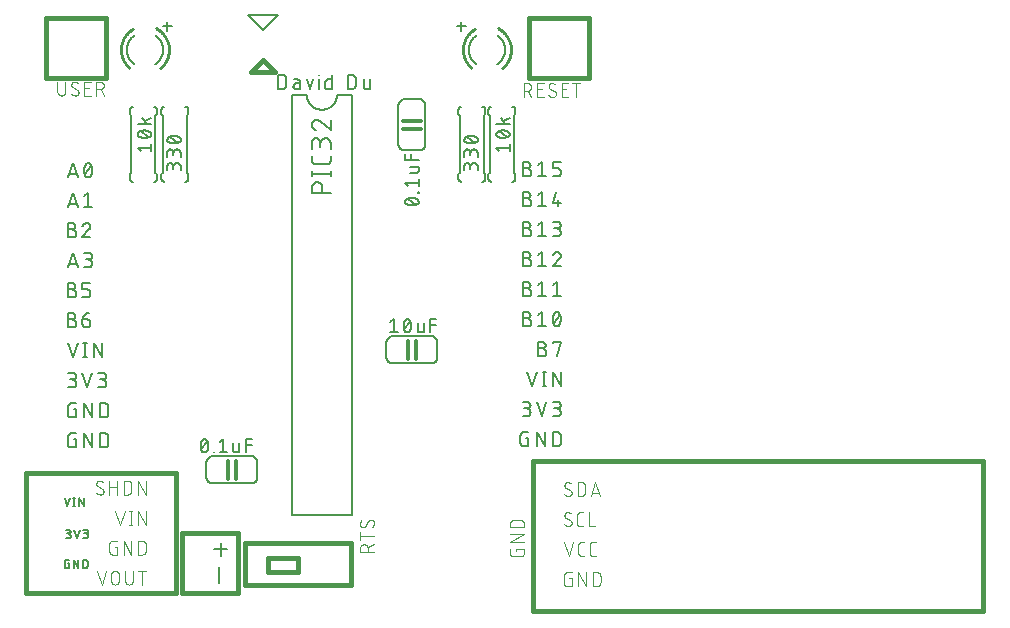
<source format=gbr>
G04 EAGLE Gerber RS-274X export*
G75*
%MOMM*%
%FSLAX34Y34*%
%LPD*%
%INSilkscreen Top*%
%IPPOS*%
%AMOC8*
5,1,8,0,0,1.08239X$1,22.5*%
G01*
%ADD10C,0.203200*%
%ADD11C,0.406400*%
%ADD12C,0.127000*%
%ADD13C,0.152400*%
%ADD14C,0.304800*%
%ADD15C,0.254000*%
%ADD16C,0.177800*%
%ADD17C,0.101600*%


D10*
X39116Y361696D02*
X43180Y373888D01*
X47244Y361696D01*
X46228Y364744D02*
X40132Y364744D01*
X52595Y367792D02*
X52598Y368032D01*
X52606Y368272D01*
X52621Y368511D01*
X52641Y368750D01*
X52666Y368988D01*
X52698Y369226D01*
X52735Y369463D01*
X52778Y369699D01*
X52826Y369934D01*
X52880Y370168D01*
X52939Y370400D01*
X53004Y370631D01*
X53075Y370860D01*
X53151Y371088D01*
X53232Y371313D01*
X53319Y371537D01*
X53411Y371759D01*
X53508Y371978D01*
X53611Y372195D01*
X53645Y372286D01*
X53682Y372376D01*
X53722Y372464D01*
X53765Y372551D01*
X53812Y372636D01*
X53863Y372719D01*
X53916Y372800D01*
X53973Y372879D01*
X54032Y372956D01*
X54095Y373031D01*
X54160Y373102D01*
X54228Y373172D01*
X54299Y373238D01*
X54372Y373302D01*
X54447Y373363D01*
X54525Y373421D01*
X54606Y373476D01*
X54688Y373528D01*
X54772Y373576D01*
X54858Y373622D01*
X54945Y373664D01*
X55035Y373702D01*
X55125Y373737D01*
X55217Y373768D01*
X55310Y373796D01*
X55404Y373821D01*
X55499Y373841D01*
X55595Y373858D01*
X55691Y373871D01*
X55788Y373880D01*
X55885Y373886D01*
X55982Y373888D01*
X56079Y373886D01*
X56176Y373880D01*
X56273Y373871D01*
X56369Y373858D01*
X56465Y373841D01*
X56560Y373821D01*
X56654Y373796D01*
X56747Y373768D01*
X56839Y373737D01*
X56929Y373702D01*
X57019Y373664D01*
X57106Y373622D01*
X57192Y373576D01*
X57276Y373528D01*
X57358Y373476D01*
X57439Y373421D01*
X57517Y373363D01*
X57592Y373302D01*
X57665Y373238D01*
X57736Y373172D01*
X57804Y373102D01*
X57869Y373031D01*
X57932Y372956D01*
X57991Y372879D01*
X58048Y372800D01*
X58101Y372719D01*
X58152Y372636D01*
X58199Y372551D01*
X58242Y372464D01*
X58282Y372376D01*
X58319Y372286D01*
X58353Y372195D01*
X58352Y372195D02*
X58455Y371978D01*
X58552Y371759D01*
X58644Y371537D01*
X58731Y371313D01*
X58812Y371088D01*
X58888Y370860D01*
X58959Y370631D01*
X59024Y370400D01*
X59083Y370168D01*
X59137Y369934D01*
X59185Y369699D01*
X59228Y369463D01*
X59265Y369226D01*
X59297Y368988D01*
X59322Y368750D01*
X59342Y368511D01*
X59357Y368272D01*
X59365Y368032D01*
X59368Y367792D01*
X52595Y367792D02*
X52598Y367552D01*
X52606Y367312D01*
X52621Y367073D01*
X52641Y366834D01*
X52666Y366596D01*
X52698Y366358D01*
X52735Y366121D01*
X52778Y365885D01*
X52826Y365650D01*
X52880Y365416D01*
X52939Y365184D01*
X53004Y364953D01*
X53075Y364724D01*
X53151Y364496D01*
X53232Y364271D01*
X53319Y364047D01*
X53411Y363825D01*
X53508Y363606D01*
X53611Y363389D01*
X53645Y363298D01*
X53682Y363208D01*
X53722Y363120D01*
X53765Y363033D01*
X53812Y362948D01*
X53863Y362865D01*
X53916Y362784D01*
X53973Y362705D01*
X54032Y362628D01*
X54095Y362553D01*
X54160Y362482D01*
X54228Y362412D01*
X54299Y362346D01*
X54372Y362282D01*
X54447Y362221D01*
X54525Y362163D01*
X54606Y362108D01*
X54688Y362056D01*
X54772Y362008D01*
X54858Y361962D01*
X54945Y361920D01*
X55035Y361882D01*
X55125Y361847D01*
X55217Y361816D01*
X55310Y361788D01*
X55404Y361763D01*
X55499Y361743D01*
X55595Y361726D01*
X55691Y361713D01*
X55788Y361704D01*
X55885Y361698D01*
X55982Y361696D01*
X58352Y363389D02*
X58455Y363606D01*
X58552Y363825D01*
X58644Y364047D01*
X58731Y364271D01*
X58812Y364496D01*
X58888Y364724D01*
X58959Y364953D01*
X59024Y365184D01*
X59083Y365416D01*
X59137Y365650D01*
X59185Y365885D01*
X59228Y366121D01*
X59265Y366358D01*
X59297Y366596D01*
X59322Y366834D01*
X59342Y367073D01*
X59357Y367312D01*
X59365Y367552D01*
X59368Y367792D01*
X58353Y363389D02*
X58319Y363298D01*
X58282Y363208D01*
X58242Y363120D01*
X58199Y363033D01*
X58152Y362948D01*
X58101Y362865D01*
X58048Y362784D01*
X57991Y362705D01*
X57932Y362628D01*
X57869Y362553D01*
X57804Y362482D01*
X57736Y362412D01*
X57665Y362346D01*
X57592Y362282D01*
X57517Y362221D01*
X57439Y362163D01*
X57358Y362108D01*
X57276Y362056D01*
X57192Y362008D01*
X57106Y361962D01*
X57019Y361920D01*
X56929Y361882D01*
X56839Y361847D01*
X56747Y361816D01*
X56654Y361788D01*
X56560Y361763D01*
X56465Y361743D01*
X56369Y361726D01*
X56273Y361713D01*
X56176Y361704D01*
X56079Y361698D01*
X55982Y361696D01*
X53272Y364405D02*
X58691Y371179D01*
X43180Y348488D02*
X39116Y336296D01*
X47244Y336296D02*
X43180Y348488D01*
X46228Y339344D02*
X40132Y339344D01*
X52595Y345779D02*
X55982Y348488D01*
X55982Y336296D01*
X59368Y336296D02*
X52595Y336296D01*
X42503Y317669D02*
X39116Y317669D01*
X42503Y317670D02*
X42619Y317668D01*
X42734Y317662D01*
X42849Y317652D01*
X42964Y317638D01*
X43078Y317621D01*
X43192Y317599D01*
X43305Y317574D01*
X43417Y317544D01*
X43528Y317511D01*
X43637Y317474D01*
X43746Y317434D01*
X43852Y317390D01*
X43958Y317342D01*
X44061Y317290D01*
X44163Y317235D01*
X44263Y317177D01*
X44361Y317115D01*
X44456Y317050D01*
X44550Y316982D01*
X44640Y316910D01*
X44729Y316836D01*
X44815Y316758D01*
X44898Y316678D01*
X44978Y316595D01*
X45056Y316509D01*
X45130Y316420D01*
X45202Y316330D01*
X45270Y316236D01*
X45335Y316141D01*
X45397Y316043D01*
X45455Y315943D01*
X45510Y315841D01*
X45562Y315738D01*
X45610Y315632D01*
X45654Y315526D01*
X45694Y315417D01*
X45731Y315308D01*
X45764Y315197D01*
X45794Y315085D01*
X45819Y314972D01*
X45841Y314858D01*
X45858Y314744D01*
X45872Y314629D01*
X45882Y314514D01*
X45888Y314399D01*
X45890Y314283D01*
X45888Y314167D01*
X45882Y314052D01*
X45872Y313937D01*
X45858Y313822D01*
X45841Y313708D01*
X45819Y313594D01*
X45794Y313481D01*
X45764Y313369D01*
X45731Y313258D01*
X45694Y313149D01*
X45654Y313040D01*
X45610Y312934D01*
X45562Y312828D01*
X45510Y312725D01*
X45455Y312623D01*
X45397Y312523D01*
X45335Y312425D01*
X45270Y312330D01*
X45202Y312236D01*
X45130Y312146D01*
X45056Y312057D01*
X44978Y311971D01*
X44898Y311888D01*
X44815Y311808D01*
X44729Y311730D01*
X44640Y311656D01*
X44550Y311584D01*
X44456Y311516D01*
X44361Y311451D01*
X44263Y311389D01*
X44163Y311331D01*
X44061Y311276D01*
X43958Y311224D01*
X43852Y311176D01*
X43746Y311132D01*
X43637Y311092D01*
X43528Y311055D01*
X43417Y311022D01*
X43305Y310992D01*
X43192Y310967D01*
X43078Y310945D01*
X42964Y310928D01*
X42849Y310914D01*
X42734Y310904D01*
X42619Y310898D01*
X42503Y310896D01*
X39116Y310896D01*
X39116Y323088D01*
X42503Y323088D01*
X42606Y323086D01*
X42708Y323080D01*
X42810Y323071D01*
X42912Y323057D01*
X43013Y323040D01*
X43113Y323018D01*
X43212Y322993D01*
X43311Y322965D01*
X43408Y322932D01*
X43504Y322896D01*
X43599Y322857D01*
X43692Y322813D01*
X43783Y322767D01*
X43872Y322716D01*
X43960Y322663D01*
X44045Y322606D01*
X44128Y322546D01*
X44209Y322483D01*
X44288Y322417D01*
X44363Y322348D01*
X44437Y322276D01*
X44507Y322202D01*
X44575Y322125D01*
X44639Y322045D01*
X44701Y321963D01*
X44759Y321879D01*
X44814Y321792D01*
X44866Y321704D01*
X44914Y321613D01*
X44959Y321521D01*
X45001Y321428D01*
X45039Y321332D01*
X45073Y321236D01*
X45104Y321138D01*
X45130Y321039D01*
X45154Y320939D01*
X45173Y320838D01*
X45188Y320737D01*
X45200Y320635D01*
X45208Y320533D01*
X45212Y320430D01*
X45212Y320328D01*
X45208Y320225D01*
X45200Y320123D01*
X45188Y320021D01*
X45173Y319920D01*
X45154Y319819D01*
X45130Y319719D01*
X45104Y319620D01*
X45073Y319522D01*
X45039Y319426D01*
X45001Y319330D01*
X44959Y319237D01*
X44914Y319145D01*
X44866Y319054D01*
X44814Y318966D01*
X44759Y318879D01*
X44701Y318795D01*
X44639Y318713D01*
X44575Y318633D01*
X44507Y318556D01*
X44437Y318482D01*
X44363Y318410D01*
X44288Y318341D01*
X44209Y318275D01*
X44128Y318212D01*
X44045Y318152D01*
X43960Y318095D01*
X43872Y318042D01*
X43783Y317991D01*
X43692Y317945D01*
X43599Y317901D01*
X43504Y317862D01*
X43408Y317826D01*
X43311Y317793D01*
X43212Y317765D01*
X43113Y317740D01*
X43013Y317718D01*
X42912Y317701D01*
X42810Y317687D01*
X42708Y317678D01*
X42606Y317672D01*
X42503Y317670D01*
X54952Y323088D02*
X55061Y323086D01*
X55169Y323080D01*
X55278Y323071D01*
X55386Y323057D01*
X55493Y323040D01*
X55600Y323018D01*
X55706Y322993D01*
X55811Y322965D01*
X55915Y322932D01*
X56017Y322896D01*
X56118Y322856D01*
X56218Y322813D01*
X56316Y322766D01*
X56413Y322715D01*
X56507Y322661D01*
X56600Y322604D01*
X56690Y322544D01*
X56779Y322480D01*
X56865Y322413D01*
X56948Y322344D01*
X57029Y322271D01*
X57107Y322195D01*
X57183Y322117D01*
X57256Y322036D01*
X57325Y321953D01*
X57392Y321867D01*
X57456Y321778D01*
X57516Y321688D01*
X57573Y321595D01*
X57627Y321501D01*
X57678Y321404D01*
X57725Y321306D01*
X57768Y321206D01*
X57808Y321105D01*
X57844Y321003D01*
X57877Y320899D01*
X57905Y320794D01*
X57930Y320688D01*
X57952Y320581D01*
X57969Y320474D01*
X57983Y320366D01*
X57992Y320257D01*
X57998Y320149D01*
X58000Y320040D01*
X54952Y323088D02*
X54829Y323086D01*
X54706Y323080D01*
X54583Y323071D01*
X54461Y323057D01*
X54339Y323040D01*
X54218Y323019D01*
X54097Y322994D01*
X53977Y322965D01*
X53859Y322932D01*
X53741Y322896D01*
X53625Y322856D01*
X53509Y322813D01*
X53396Y322765D01*
X53283Y322715D01*
X53173Y322661D01*
X53064Y322603D01*
X52957Y322542D01*
X52852Y322477D01*
X52749Y322410D01*
X52649Y322339D01*
X52550Y322265D01*
X52454Y322188D01*
X52361Y322108D01*
X52270Y322025D01*
X52181Y321939D01*
X52096Y321851D01*
X52013Y321760D01*
X51933Y321666D01*
X51856Y321570D01*
X51782Y321471D01*
X51712Y321371D01*
X51644Y321268D01*
X51580Y321163D01*
X51519Y321056D01*
X51461Y320947D01*
X51407Y320836D01*
X51357Y320724D01*
X51310Y320610D01*
X51266Y320495D01*
X51227Y320379D01*
X56984Y317669D02*
X57063Y317747D01*
X57139Y317827D01*
X57212Y317909D01*
X57282Y317995D01*
X57350Y318082D01*
X57415Y318172D01*
X57476Y318263D01*
X57534Y318357D01*
X57590Y318453D01*
X57641Y318550D01*
X57690Y318650D01*
X57735Y318750D01*
X57777Y318853D01*
X57815Y318956D01*
X57850Y319061D01*
X57881Y319167D01*
X57909Y319274D01*
X57933Y319382D01*
X57954Y319490D01*
X57970Y319599D01*
X57983Y319709D01*
X57993Y319819D01*
X57998Y319930D01*
X58000Y320040D01*
X56984Y317669D02*
X51227Y310896D01*
X58000Y310896D01*
X43180Y297688D02*
X39116Y285496D01*
X47244Y285496D02*
X43180Y297688D01*
X46228Y288544D02*
X40132Y288544D01*
X52595Y285496D02*
X55982Y285496D01*
X56098Y285498D01*
X56213Y285504D01*
X56328Y285514D01*
X56443Y285528D01*
X56557Y285545D01*
X56671Y285567D01*
X56784Y285592D01*
X56896Y285622D01*
X57007Y285655D01*
X57116Y285692D01*
X57225Y285732D01*
X57331Y285776D01*
X57437Y285824D01*
X57540Y285876D01*
X57642Y285931D01*
X57742Y285989D01*
X57840Y286051D01*
X57935Y286116D01*
X58029Y286184D01*
X58119Y286256D01*
X58208Y286330D01*
X58294Y286408D01*
X58377Y286488D01*
X58457Y286571D01*
X58535Y286657D01*
X58609Y286746D01*
X58681Y286836D01*
X58749Y286930D01*
X58814Y287025D01*
X58876Y287123D01*
X58934Y287223D01*
X58989Y287325D01*
X59041Y287428D01*
X59089Y287534D01*
X59133Y287640D01*
X59173Y287749D01*
X59210Y287858D01*
X59243Y287969D01*
X59273Y288081D01*
X59298Y288194D01*
X59320Y288308D01*
X59337Y288422D01*
X59351Y288537D01*
X59361Y288652D01*
X59367Y288767D01*
X59369Y288883D01*
X59367Y288999D01*
X59361Y289114D01*
X59351Y289229D01*
X59337Y289344D01*
X59320Y289458D01*
X59298Y289572D01*
X59273Y289685D01*
X59243Y289797D01*
X59210Y289908D01*
X59173Y290017D01*
X59133Y290126D01*
X59089Y290232D01*
X59041Y290338D01*
X58989Y290441D01*
X58934Y290543D01*
X58876Y290643D01*
X58814Y290741D01*
X58749Y290836D01*
X58681Y290930D01*
X58609Y291020D01*
X58535Y291109D01*
X58457Y291195D01*
X58377Y291278D01*
X58294Y291358D01*
X58208Y291436D01*
X58119Y291510D01*
X58029Y291582D01*
X57935Y291650D01*
X57840Y291715D01*
X57742Y291777D01*
X57642Y291835D01*
X57540Y291890D01*
X57437Y291942D01*
X57331Y291990D01*
X57225Y292034D01*
X57116Y292074D01*
X57007Y292111D01*
X56896Y292144D01*
X56784Y292174D01*
X56671Y292199D01*
X56557Y292221D01*
X56443Y292238D01*
X56328Y292252D01*
X56213Y292262D01*
X56098Y292268D01*
X55982Y292270D01*
X56659Y297688D02*
X52595Y297688D01*
X56659Y297688D02*
X56762Y297686D01*
X56864Y297680D01*
X56966Y297671D01*
X57068Y297657D01*
X57169Y297640D01*
X57269Y297618D01*
X57368Y297593D01*
X57467Y297565D01*
X57564Y297532D01*
X57660Y297496D01*
X57755Y297457D01*
X57848Y297413D01*
X57939Y297367D01*
X58028Y297316D01*
X58116Y297263D01*
X58201Y297206D01*
X58284Y297146D01*
X58365Y297083D01*
X58444Y297017D01*
X58519Y296948D01*
X58593Y296876D01*
X58663Y296802D01*
X58731Y296725D01*
X58795Y296645D01*
X58857Y296563D01*
X58915Y296479D01*
X58970Y296392D01*
X59022Y296304D01*
X59070Y296213D01*
X59115Y296121D01*
X59157Y296028D01*
X59195Y295932D01*
X59229Y295836D01*
X59260Y295738D01*
X59286Y295639D01*
X59310Y295539D01*
X59329Y295438D01*
X59344Y295337D01*
X59356Y295235D01*
X59364Y295133D01*
X59368Y295030D01*
X59368Y294928D01*
X59364Y294825D01*
X59356Y294723D01*
X59344Y294621D01*
X59329Y294520D01*
X59310Y294419D01*
X59286Y294319D01*
X59260Y294220D01*
X59229Y294122D01*
X59195Y294026D01*
X59157Y293930D01*
X59115Y293837D01*
X59070Y293745D01*
X59022Y293654D01*
X58970Y293566D01*
X58915Y293479D01*
X58857Y293395D01*
X58795Y293313D01*
X58731Y293233D01*
X58663Y293156D01*
X58593Y293082D01*
X58519Y293010D01*
X58444Y292941D01*
X58365Y292875D01*
X58284Y292812D01*
X58201Y292752D01*
X58116Y292695D01*
X58028Y292642D01*
X57939Y292591D01*
X57848Y292545D01*
X57755Y292501D01*
X57660Y292462D01*
X57564Y292426D01*
X57467Y292393D01*
X57368Y292365D01*
X57269Y292340D01*
X57169Y292318D01*
X57068Y292301D01*
X56966Y292287D01*
X56864Y292278D01*
X56762Y292272D01*
X56659Y292270D01*
X56659Y292269D02*
X53950Y292269D01*
X42503Y266869D02*
X39116Y266869D01*
X42503Y266870D02*
X42619Y266868D01*
X42734Y266862D01*
X42849Y266852D01*
X42964Y266838D01*
X43078Y266821D01*
X43192Y266799D01*
X43305Y266774D01*
X43417Y266744D01*
X43528Y266711D01*
X43637Y266674D01*
X43746Y266634D01*
X43852Y266590D01*
X43958Y266542D01*
X44061Y266490D01*
X44163Y266435D01*
X44263Y266377D01*
X44361Y266315D01*
X44456Y266250D01*
X44550Y266182D01*
X44640Y266110D01*
X44729Y266036D01*
X44815Y265958D01*
X44898Y265878D01*
X44978Y265795D01*
X45056Y265709D01*
X45130Y265620D01*
X45202Y265530D01*
X45270Y265436D01*
X45335Y265341D01*
X45397Y265243D01*
X45455Y265143D01*
X45510Y265041D01*
X45562Y264938D01*
X45610Y264832D01*
X45654Y264726D01*
X45694Y264617D01*
X45731Y264508D01*
X45764Y264397D01*
X45794Y264285D01*
X45819Y264172D01*
X45841Y264058D01*
X45858Y263944D01*
X45872Y263829D01*
X45882Y263714D01*
X45888Y263599D01*
X45890Y263483D01*
X45888Y263367D01*
X45882Y263252D01*
X45872Y263137D01*
X45858Y263022D01*
X45841Y262908D01*
X45819Y262794D01*
X45794Y262681D01*
X45764Y262569D01*
X45731Y262458D01*
X45694Y262349D01*
X45654Y262240D01*
X45610Y262134D01*
X45562Y262028D01*
X45510Y261925D01*
X45455Y261823D01*
X45397Y261723D01*
X45335Y261625D01*
X45270Y261530D01*
X45202Y261436D01*
X45130Y261346D01*
X45056Y261257D01*
X44978Y261171D01*
X44898Y261088D01*
X44815Y261008D01*
X44729Y260930D01*
X44640Y260856D01*
X44550Y260784D01*
X44456Y260716D01*
X44361Y260651D01*
X44263Y260589D01*
X44163Y260531D01*
X44061Y260476D01*
X43958Y260424D01*
X43852Y260376D01*
X43746Y260332D01*
X43637Y260292D01*
X43528Y260255D01*
X43417Y260222D01*
X43305Y260192D01*
X43192Y260167D01*
X43078Y260145D01*
X42964Y260128D01*
X42849Y260114D01*
X42734Y260104D01*
X42619Y260098D01*
X42503Y260096D01*
X39116Y260096D01*
X39116Y272288D01*
X42503Y272288D01*
X42606Y272286D01*
X42708Y272280D01*
X42810Y272271D01*
X42912Y272257D01*
X43013Y272240D01*
X43113Y272218D01*
X43212Y272193D01*
X43311Y272165D01*
X43408Y272132D01*
X43504Y272096D01*
X43599Y272057D01*
X43692Y272013D01*
X43783Y271967D01*
X43872Y271916D01*
X43960Y271863D01*
X44045Y271806D01*
X44128Y271746D01*
X44209Y271683D01*
X44288Y271617D01*
X44363Y271548D01*
X44437Y271476D01*
X44507Y271402D01*
X44575Y271325D01*
X44639Y271245D01*
X44701Y271163D01*
X44759Y271079D01*
X44814Y270992D01*
X44866Y270904D01*
X44914Y270813D01*
X44959Y270721D01*
X45001Y270628D01*
X45039Y270532D01*
X45073Y270436D01*
X45104Y270338D01*
X45130Y270239D01*
X45154Y270139D01*
X45173Y270038D01*
X45188Y269937D01*
X45200Y269835D01*
X45208Y269733D01*
X45212Y269630D01*
X45212Y269528D01*
X45208Y269425D01*
X45200Y269323D01*
X45188Y269221D01*
X45173Y269120D01*
X45154Y269019D01*
X45130Y268919D01*
X45104Y268820D01*
X45073Y268722D01*
X45039Y268626D01*
X45001Y268530D01*
X44959Y268437D01*
X44914Y268345D01*
X44866Y268254D01*
X44814Y268166D01*
X44759Y268079D01*
X44701Y267995D01*
X44639Y267913D01*
X44575Y267833D01*
X44507Y267756D01*
X44437Y267682D01*
X44363Y267610D01*
X44288Y267541D01*
X44209Y267475D01*
X44128Y267412D01*
X44045Y267352D01*
X43960Y267295D01*
X43872Y267242D01*
X43783Y267191D01*
X43692Y267145D01*
X43599Y267101D01*
X43504Y267062D01*
X43408Y267026D01*
X43311Y266993D01*
X43212Y266965D01*
X43113Y266940D01*
X43013Y266918D01*
X42912Y266901D01*
X42810Y266887D01*
X42708Y266878D01*
X42606Y266872D01*
X42503Y266870D01*
X51227Y260096D02*
X55291Y260096D01*
X55392Y260098D01*
X55493Y260104D01*
X55594Y260113D01*
X55695Y260126D01*
X55795Y260143D01*
X55894Y260164D01*
X55992Y260188D01*
X56089Y260216D01*
X56186Y260248D01*
X56281Y260283D01*
X56374Y260322D01*
X56466Y260364D01*
X56557Y260410D01*
X56645Y260459D01*
X56732Y260511D01*
X56817Y260567D01*
X56900Y260625D01*
X56980Y260687D01*
X57058Y260752D01*
X57134Y260819D01*
X57207Y260889D01*
X57277Y260962D01*
X57344Y261038D01*
X57409Y261116D01*
X57471Y261196D01*
X57529Y261279D01*
X57585Y261364D01*
X57637Y261450D01*
X57686Y261539D01*
X57732Y261630D01*
X57774Y261722D01*
X57813Y261815D01*
X57848Y261910D01*
X57880Y262007D01*
X57908Y262104D01*
X57932Y262202D01*
X57953Y262301D01*
X57970Y262401D01*
X57983Y262502D01*
X57992Y262603D01*
X57998Y262704D01*
X58000Y262805D01*
X58000Y264160D01*
X57998Y264261D01*
X57992Y264362D01*
X57983Y264463D01*
X57970Y264564D01*
X57953Y264664D01*
X57932Y264763D01*
X57908Y264861D01*
X57880Y264958D01*
X57848Y265055D01*
X57813Y265150D01*
X57774Y265243D01*
X57732Y265335D01*
X57686Y265426D01*
X57637Y265515D01*
X57585Y265601D01*
X57529Y265686D01*
X57471Y265769D01*
X57409Y265849D01*
X57344Y265927D01*
X57277Y266003D01*
X57207Y266076D01*
X57134Y266146D01*
X57058Y266213D01*
X56980Y266278D01*
X56900Y266340D01*
X56817Y266398D01*
X56732Y266454D01*
X56646Y266506D01*
X56557Y266555D01*
X56466Y266601D01*
X56374Y266643D01*
X56281Y266682D01*
X56186Y266717D01*
X56089Y266749D01*
X55992Y266777D01*
X55894Y266801D01*
X55795Y266822D01*
X55695Y266839D01*
X55594Y266852D01*
X55493Y266861D01*
X55392Y266867D01*
X55291Y266869D01*
X51227Y266869D01*
X51227Y272288D01*
X58000Y272288D01*
X42503Y241469D02*
X39116Y241469D01*
X42503Y241470D02*
X42619Y241468D01*
X42734Y241462D01*
X42849Y241452D01*
X42964Y241438D01*
X43078Y241421D01*
X43192Y241399D01*
X43305Y241374D01*
X43417Y241344D01*
X43528Y241311D01*
X43637Y241274D01*
X43746Y241234D01*
X43852Y241190D01*
X43958Y241142D01*
X44061Y241090D01*
X44163Y241035D01*
X44263Y240977D01*
X44361Y240915D01*
X44456Y240850D01*
X44550Y240782D01*
X44640Y240710D01*
X44729Y240636D01*
X44815Y240558D01*
X44898Y240478D01*
X44978Y240395D01*
X45056Y240309D01*
X45130Y240220D01*
X45202Y240130D01*
X45270Y240036D01*
X45335Y239941D01*
X45397Y239843D01*
X45455Y239743D01*
X45510Y239641D01*
X45562Y239538D01*
X45610Y239432D01*
X45654Y239326D01*
X45694Y239217D01*
X45731Y239108D01*
X45764Y238997D01*
X45794Y238885D01*
X45819Y238772D01*
X45841Y238658D01*
X45858Y238544D01*
X45872Y238429D01*
X45882Y238314D01*
X45888Y238199D01*
X45890Y238083D01*
X45888Y237967D01*
X45882Y237852D01*
X45872Y237737D01*
X45858Y237622D01*
X45841Y237508D01*
X45819Y237394D01*
X45794Y237281D01*
X45764Y237169D01*
X45731Y237058D01*
X45694Y236949D01*
X45654Y236840D01*
X45610Y236734D01*
X45562Y236628D01*
X45510Y236525D01*
X45455Y236423D01*
X45397Y236323D01*
X45335Y236225D01*
X45270Y236130D01*
X45202Y236036D01*
X45130Y235946D01*
X45056Y235857D01*
X44978Y235771D01*
X44898Y235688D01*
X44815Y235608D01*
X44729Y235530D01*
X44640Y235456D01*
X44550Y235384D01*
X44456Y235316D01*
X44361Y235251D01*
X44263Y235189D01*
X44163Y235131D01*
X44061Y235076D01*
X43958Y235024D01*
X43852Y234976D01*
X43746Y234932D01*
X43637Y234892D01*
X43528Y234855D01*
X43417Y234822D01*
X43305Y234792D01*
X43192Y234767D01*
X43078Y234745D01*
X42964Y234728D01*
X42849Y234714D01*
X42734Y234704D01*
X42619Y234698D01*
X42503Y234696D01*
X39116Y234696D01*
X39116Y246888D01*
X42503Y246888D01*
X42606Y246886D01*
X42708Y246880D01*
X42810Y246871D01*
X42912Y246857D01*
X43013Y246840D01*
X43113Y246818D01*
X43212Y246793D01*
X43311Y246765D01*
X43408Y246732D01*
X43504Y246696D01*
X43599Y246657D01*
X43692Y246613D01*
X43783Y246567D01*
X43872Y246516D01*
X43960Y246463D01*
X44045Y246406D01*
X44128Y246346D01*
X44209Y246283D01*
X44288Y246217D01*
X44363Y246148D01*
X44437Y246076D01*
X44507Y246002D01*
X44575Y245925D01*
X44639Y245845D01*
X44701Y245763D01*
X44759Y245679D01*
X44814Y245592D01*
X44866Y245504D01*
X44914Y245413D01*
X44959Y245321D01*
X45001Y245228D01*
X45039Y245132D01*
X45073Y245036D01*
X45104Y244938D01*
X45130Y244839D01*
X45154Y244739D01*
X45173Y244638D01*
X45188Y244537D01*
X45200Y244435D01*
X45208Y244333D01*
X45212Y244230D01*
X45212Y244128D01*
X45208Y244025D01*
X45200Y243923D01*
X45188Y243821D01*
X45173Y243720D01*
X45154Y243619D01*
X45130Y243519D01*
X45104Y243420D01*
X45073Y243322D01*
X45039Y243226D01*
X45001Y243130D01*
X44959Y243037D01*
X44914Y242945D01*
X44866Y242854D01*
X44814Y242766D01*
X44759Y242679D01*
X44701Y242595D01*
X44639Y242513D01*
X44575Y242433D01*
X44507Y242356D01*
X44437Y242282D01*
X44363Y242210D01*
X44288Y242141D01*
X44209Y242075D01*
X44128Y242012D01*
X44045Y241952D01*
X43960Y241895D01*
X43872Y241842D01*
X43783Y241791D01*
X43692Y241745D01*
X43599Y241701D01*
X43504Y241662D01*
X43408Y241626D01*
X43311Y241593D01*
X43212Y241565D01*
X43113Y241540D01*
X43013Y241518D01*
X42912Y241501D01*
X42810Y241487D01*
X42708Y241478D01*
X42606Y241472D01*
X42503Y241470D01*
X51227Y241469D02*
X55291Y241469D01*
X55392Y241467D01*
X55493Y241461D01*
X55594Y241452D01*
X55695Y241439D01*
X55795Y241422D01*
X55894Y241401D01*
X55992Y241377D01*
X56089Y241349D01*
X56186Y241317D01*
X56281Y241282D01*
X56374Y241243D01*
X56466Y241201D01*
X56557Y241155D01*
X56646Y241106D01*
X56732Y241054D01*
X56817Y240998D01*
X56900Y240940D01*
X56980Y240878D01*
X57058Y240813D01*
X57134Y240746D01*
X57207Y240676D01*
X57277Y240603D01*
X57344Y240527D01*
X57409Y240449D01*
X57471Y240369D01*
X57529Y240286D01*
X57585Y240201D01*
X57637Y240115D01*
X57686Y240026D01*
X57732Y239935D01*
X57774Y239843D01*
X57813Y239750D01*
X57848Y239655D01*
X57880Y239558D01*
X57908Y239461D01*
X57932Y239363D01*
X57953Y239264D01*
X57970Y239164D01*
X57983Y239063D01*
X57992Y238962D01*
X57998Y238861D01*
X58000Y238760D01*
X58000Y238083D01*
X57998Y237967D01*
X57992Y237852D01*
X57982Y237737D01*
X57968Y237622D01*
X57951Y237508D01*
X57929Y237394D01*
X57904Y237281D01*
X57874Y237169D01*
X57841Y237058D01*
X57804Y236949D01*
X57764Y236840D01*
X57720Y236734D01*
X57672Y236628D01*
X57620Y236525D01*
X57565Y236423D01*
X57507Y236323D01*
X57445Y236225D01*
X57380Y236130D01*
X57312Y236036D01*
X57240Y235946D01*
X57166Y235857D01*
X57088Y235771D01*
X57008Y235688D01*
X56925Y235608D01*
X56839Y235530D01*
X56750Y235456D01*
X56660Y235384D01*
X56566Y235316D01*
X56471Y235251D01*
X56373Y235189D01*
X56273Y235131D01*
X56171Y235076D01*
X56068Y235024D01*
X55962Y234976D01*
X55856Y234932D01*
X55747Y234892D01*
X55638Y234855D01*
X55527Y234822D01*
X55415Y234792D01*
X55302Y234767D01*
X55188Y234745D01*
X55074Y234728D01*
X54959Y234714D01*
X54844Y234704D01*
X54729Y234698D01*
X54613Y234696D01*
X54497Y234698D01*
X54382Y234704D01*
X54267Y234714D01*
X54152Y234728D01*
X54038Y234745D01*
X53924Y234767D01*
X53811Y234792D01*
X53699Y234822D01*
X53588Y234855D01*
X53479Y234892D01*
X53370Y234932D01*
X53264Y234976D01*
X53158Y235024D01*
X53055Y235076D01*
X52953Y235131D01*
X52853Y235189D01*
X52755Y235251D01*
X52660Y235316D01*
X52566Y235384D01*
X52476Y235456D01*
X52387Y235530D01*
X52301Y235608D01*
X52218Y235688D01*
X52138Y235771D01*
X52060Y235857D01*
X51986Y235946D01*
X51914Y236036D01*
X51846Y236130D01*
X51781Y236225D01*
X51719Y236323D01*
X51661Y236423D01*
X51606Y236525D01*
X51554Y236628D01*
X51506Y236734D01*
X51462Y236840D01*
X51422Y236949D01*
X51385Y237058D01*
X51352Y237169D01*
X51322Y237281D01*
X51297Y237394D01*
X51275Y237508D01*
X51258Y237622D01*
X51244Y237737D01*
X51234Y237852D01*
X51228Y237967D01*
X51226Y238083D01*
X51227Y238083D02*
X51227Y241469D01*
X51226Y241469D02*
X51228Y241616D01*
X51234Y241762D01*
X51244Y241909D01*
X51258Y242055D01*
X51276Y242201D01*
X51297Y242346D01*
X51323Y242490D01*
X51353Y242634D01*
X51386Y242777D01*
X51424Y242919D01*
X51465Y243060D01*
X51510Y243199D01*
X51558Y243338D01*
X51611Y243475D01*
X51667Y243610D01*
X51727Y243744D01*
X51790Y243877D01*
X51857Y244007D01*
X51928Y244136D01*
X52002Y244263D01*
X52079Y244387D01*
X52160Y244510D01*
X52244Y244630D01*
X52331Y244748D01*
X52421Y244864D01*
X52515Y244977D01*
X52611Y245088D01*
X52711Y245196D01*
X52813Y245301D01*
X52918Y245403D01*
X53026Y245503D01*
X53137Y245599D01*
X53250Y245693D01*
X53366Y245783D01*
X53484Y245870D01*
X53604Y245954D01*
X53726Y246035D01*
X53851Y246112D01*
X53978Y246186D01*
X54107Y246257D01*
X54237Y246324D01*
X54370Y246387D01*
X54504Y246447D01*
X54639Y246503D01*
X54776Y246556D01*
X54915Y246604D01*
X55054Y246649D01*
X55195Y246690D01*
X55337Y246728D01*
X55480Y246761D01*
X55624Y246791D01*
X55768Y246817D01*
X55913Y246838D01*
X56059Y246856D01*
X56205Y246870D01*
X56352Y246880D01*
X56498Y246886D01*
X56645Y246888D01*
X39116Y221488D02*
X43180Y209296D01*
X47244Y221488D01*
X53421Y221488D02*
X53421Y209296D01*
X52067Y209296D02*
X54776Y209296D01*
X54776Y221488D02*
X52067Y221488D01*
X60703Y221488D02*
X60703Y209296D01*
X67476Y209296D02*
X60703Y221488D01*
X67476Y221488D02*
X67476Y209296D01*
X42503Y183896D02*
X39116Y183896D01*
X42503Y183896D02*
X42619Y183898D01*
X42734Y183904D01*
X42849Y183914D01*
X42964Y183928D01*
X43078Y183945D01*
X43192Y183967D01*
X43305Y183992D01*
X43417Y184022D01*
X43528Y184055D01*
X43637Y184092D01*
X43746Y184132D01*
X43852Y184176D01*
X43958Y184224D01*
X44061Y184276D01*
X44163Y184331D01*
X44263Y184389D01*
X44361Y184451D01*
X44456Y184516D01*
X44550Y184584D01*
X44640Y184656D01*
X44729Y184730D01*
X44815Y184808D01*
X44898Y184888D01*
X44978Y184971D01*
X45056Y185057D01*
X45130Y185146D01*
X45202Y185236D01*
X45270Y185330D01*
X45335Y185425D01*
X45397Y185523D01*
X45455Y185623D01*
X45510Y185725D01*
X45562Y185828D01*
X45610Y185934D01*
X45654Y186040D01*
X45694Y186149D01*
X45731Y186258D01*
X45764Y186369D01*
X45794Y186481D01*
X45819Y186594D01*
X45841Y186708D01*
X45858Y186822D01*
X45872Y186937D01*
X45882Y187052D01*
X45888Y187167D01*
X45890Y187283D01*
X45888Y187399D01*
X45882Y187514D01*
X45872Y187629D01*
X45858Y187744D01*
X45841Y187858D01*
X45819Y187972D01*
X45794Y188085D01*
X45764Y188197D01*
X45731Y188308D01*
X45694Y188417D01*
X45654Y188526D01*
X45610Y188632D01*
X45562Y188738D01*
X45510Y188841D01*
X45455Y188943D01*
X45397Y189043D01*
X45335Y189141D01*
X45270Y189236D01*
X45202Y189330D01*
X45130Y189420D01*
X45056Y189509D01*
X44978Y189595D01*
X44898Y189678D01*
X44815Y189758D01*
X44729Y189836D01*
X44640Y189910D01*
X44550Y189982D01*
X44456Y190050D01*
X44361Y190115D01*
X44263Y190177D01*
X44163Y190235D01*
X44061Y190290D01*
X43958Y190342D01*
X43852Y190390D01*
X43746Y190434D01*
X43637Y190474D01*
X43528Y190511D01*
X43417Y190544D01*
X43305Y190574D01*
X43192Y190599D01*
X43078Y190621D01*
X42964Y190638D01*
X42849Y190652D01*
X42734Y190662D01*
X42619Y190668D01*
X42503Y190670D01*
X43180Y196088D02*
X39116Y196088D01*
X43180Y196088D02*
X43283Y196086D01*
X43385Y196080D01*
X43487Y196071D01*
X43589Y196057D01*
X43690Y196040D01*
X43790Y196018D01*
X43889Y195993D01*
X43988Y195965D01*
X44085Y195932D01*
X44181Y195896D01*
X44276Y195857D01*
X44369Y195813D01*
X44460Y195767D01*
X44549Y195716D01*
X44637Y195663D01*
X44722Y195606D01*
X44805Y195546D01*
X44886Y195483D01*
X44965Y195417D01*
X45040Y195348D01*
X45114Y195276D01*
X45184Y195202D01*
X45252Y195125D01*
X45316Y195045D01*
X45378Y194963D01*
X45436Y194879D01*
X45491Y194792D01*
X45543Y194704D01*
X45591Y194613D01*
X45636Y194521D01*
X45678Y194428D01*
X45716Y194332D01*
X45750Y194236D01*
X45781Y194138D01*
X45807Y194039D01*
X45831Y193939D01*
X45850Y193838D01*
X45865Y193737D01*
X45877Y193635D01*
X45885Y193533D01*
X45889Y193430D01*
X45889Y193328D01*
X45885Y193225D01*
X45877Y193123D01*
X45865Y193021D01*
X45850Y192920D01*
X45831Y192819D01*
X45807Y192719D01*
X45781Y192620D01*
X45750Y192522D01*
X45716Y192426D01*
X45678Y192330D01*
X45636Y192237D01*
X45591Y192145D01*
X45543Y192054D01*
X45491Y191966D01*
X45436Y191879D01*
X45378Y191795D01*
X45316Y191713D01*
X45252Y191633D01*
X45184Y191556D01*
X45114Y191482D01*
X45040Y191410D01*
X44965Y191341D01*
X44886Y191275D01*
X44805Y191212D01*
X44722Y191152D01*
X44637Y191095D01*
X44549Y191042D01*
X44460Y190991D01*
X44369Y190945D01*
X44276Y190901D01*
X44181Y190862D01*
X44085Y190826D01*
X43988Y190793D01*
X43889Y190765D01*
X43790Y190740D01*
X43690Y190718D01*
X43589Y190701D01*
X43487Y190687D01*
X43385Y190678D01*
X43283Y190672D01*
X43180Y190670D01*
X43180Y190669D02*
X40471Y190669D01*
X51240Y196088D02*
X55304Y183896D01*
X59368Y196088D01*
X64719Y183896D02*
X68106Y183896D01*
X68222Y183898D01*
X68337Y183904D01*
X68452Y183914D01*
X68567Y183928D01*
X68681Y183945D01*
X68795Y183967D01*
X68908Y183992D01*
X69020Y184022D01*
X69131Y184055D01*
X69240Y184092D01*
X69349Y184132D01*
X69455Y184176D01*
X69561Y184224D01*
X69664Y184276D01*
X69766Y184331D01*
X69866Y184389D01*
X69964Y184451D01*
X70059Y184516D01*
X70153Y184584D01*
X70243Y184656D01*
X70332Y184730D01*
X70418Y184808D01*
X70501Y184888D01*
X70581Y184971D01*
X70659Y185057D01*
X70733Y185146D01*
X70805Y185236D01*
X70873Y185330D01*
X70938Y185425D01*
X71000Y185523D01*
X71058Y185623D01*
X71113Y185725D01*
X71165Y185828D01*
X71213Y185934D01*
X71257Y186040D01*
X71297Y186149D01*
X71334Y186258D01*
X71367Y186369D01*
X71397Y186481D01*
X71422Y186594D01*
X71444Y186708D01*
X71461Y186822D01*
X71475Y186937D01*
X71485Y187052D01*
X71491Y187167D01*
X71493Y187283D01*
X71491Y187399D01*
X71485Y187514D01*
X71475Y187629D01*
X71461Y187744D01*
X71444Y187858D01*
X71422Y187972D01*
X71397Y188085D01*
X71367Y188197D01*
X71334Y188308D01*
X71297Y188417D01*
X71257Y188526D01*
X71213Y188632D01*
X71165Y188738D01*
X71113Y188841D01*
X71058Y188943D01*
X71000Y189043D01*
X70938Y189141D01*
X70873Y189236D01*
X70805Y189330D01*
X70733Y189420D01*
X70659Y189509D01*
X70581Y189595D01*
X70501Y189678D01*
X70418Y189758D01*
X70332Y189836D01*
X70243Y189910D01*
X70153Y189982D01*
X70059Y190050D01*
X69964Y190115D01*
X69866Y190177D01*
X69766Y190235D01*
X69664Y190290D01*
X69561Y190342D01*
X69455Y190390D01*
X69349Y190434D01*
X69240Y190474D01*
X69131Y190511D01*
X69020Y190544D01*
X68908Y190574D01*
X68795Y190599D01*
X68681Y190621D01*
X68567Y190638D01*
X68452Y190652D01*
X68337Y190662D01*
X68222Y190668D01*
X68106Y190670D01*
X68783Y196088D02*
X64719Y196088D01*
X68783Y196088D02*
X68886Y196086D01*
X68988Y196080D01*
X69090Y196071D01*
X69192Y196057D01*
X69293Y196040D01*
X69393Y196018D01*
X69492Y195993D01*
X69591Y195965D01*
X69688Y195932D01*
X69784Y195896D01*
X69879Y195857D01*
X69972Y195813D01*
X70063Y195767D01*
X70152Y195716D01*
X70240Y195663D01*
X70325Y195606D01*
X70408Y195546D01*
X70489Y195483D01*
X70568Y195417D01*
X70643Y195348D01*
X70717Y195276D01*
X70787Y195202D01*
X70855Y195125D01*
X70919Y195045D01*
X70981Y194963D01*
X71039Y194879D01*
X71094Y194792D01*
X71146Y194704D01*
X71194Y194613D01*
X71239Y194521D01*
X71281Y194428D01*
X71319Y194332D01*
X71353Y194236D01*
X71384Y194138D01*
X71410Y194039D01*
X71434Y193939D01*
X71453Y193838D01*
X71468Y193737D01*
X71480Y193635D01*
X71488Y193533D01*
X71492Y193430D01*
X71492Y193328D01*
X71488Y193225D01*
X71480Y193123D01*
X71468Y193021D01*
X71453Y192920D01*
X71434Y192819D01*
X71410Y192719D01*
X71384Y192620D01*
X71353Y192522D01*
X71319Y192426D01*
X71281Y192330D01*
X71239Y192237D01*
X71194Y192145D01*
X71146Y192054D01*
X71094Y191966D01*
X71039Y191879D01*
X70981Y191795D01*
X70919Y191713D01*
X70855Y191633D01*
X70787Y191556D01*
X70717Y191482D01*
X70643Y191410D01*
X70568Y191341D01*
X70489Y191275D01*
X70408Y191212D01*
X70325Y191152D01*
X70240Y191095D01*
X70152Y191042D01*
X70063Y190991D01*
X69972Y190945D01*
X69879Y190901D01*
X69784Y190862D01*
X69688Y190826D01*
X69591Y190793D01*
X69492Y190765D01*
X69393Y190740D01*
X69293Y190718D01*
X69192Y190701D01*
X69090Y190687D01*
X68988Y190678D01*
X68886Y190672D01*
X68783Y190670D01*
X68783Y190669D02*
X66074Y190669D01*
X45889Y165269D02*
X43857Y165269D01*
X45889Y165269D02*
X45889Y158496D01*
X41825Y158496D01*
X41724Y158498D01*
X41623Y158504D01*
X41522Y158513D01*
X41421Y158526D01*
X41321Y158543D01*
X41222Y158564D01*
X41124Y158588D01*
X41027Y158616D01*
X40930Y158648D01*
X40835Y158683D01*
X40742Y158722D01*
X40650Y158764D01*
X40559Y158810D01*
X40471Y158859D01*
X40384Y158911D01*
X40299Y158967D01*
X40216Y159025D01*
X40136Y159087D01*
X40058Y159152D01*
X39982Y159219D01*
X39909Y159289D01*
X39839Y159362D01*
X39772Y159438D01*
X39707Y159516D01*
X39645Y159596D01*
X39587Y159679D01*
X39531Y159764D01*
X39479Y159851D01*
X39430Y159939D01*
X39384Y160030D01*
X39342Y160122D01*
X39303Y160215D01*
X39268Y160310D01*
X39236Y160407D01*
X39208Y160504D01*
X39184Y160602D01*
X39163Y160701D01*
X39146Y160801D01*
X39133Y160902D01*
X39124Y161003D01*
X39118Y161104D01*
X39116Y161205D01*
X39116Y167979D01*
X39118Y168083D01*
X39124Y168186D01*
X39134Y168290D01*
X39148Y168393D01*
X39166Y168495D01*
X39187Y168596D01*
X39213Y168697D01*
X39242Y168796D01*
X39275Y168895D01*
X39312Y168992D01*
X39353Y169087D01*
X39397Y169181D01*
X39445Y169273D01*
X39496Y169363D01*
X39551Y169452D01*
X39609Y169538D01*
X39671Y169621D01*
X39735Y169703D01*
X39803Y169781D01*
X39873Y169857D01*
X39946Y169931D01*
X40023Y170001D01*
X40101Y170069D01*
X40183Y170133D01*
X40266Y170195D01*
X40352Y170253D01*
X40441Y170308D01*
X40531Y170359D01*
X40623Y170407D01*
X40717Y170451D01*
X40812Y170492D01*
X40909Y170529D01*
X41008Y170562D01*
X41107Y170591D01*
X41208Y170617D01*
X41309Y170638D01*
X41411Y170656D01*
X41514Y170670D01*
X41618Y170680D01*
X41721Y170686D01*
X41825Y170688D01*
X45889Y170688D01*
X52771Y170688D02*
X52771Y158496D01*
X59544Y158496D02*
X52771Y170688D01*
X59544Y170688D02*
X59544Y158496D01*
X66426Y158496D02*
X66426Y170688D01*
X69813Y170688D01*
X69929Y170686D01*
X70044Y170680D01*
X70159Y170670D01*
X70274Y170656D01*
X70388Y170639D01*
X70502Y170617D01*
X70615Y170592D01*
X70727Y170562D01*
X70838Y170529D01*
X70947Y170492D01*
X71056Y170452D01*
X71162Y170408D01*
X71268Y170360D01*
X71371Y170308D01*
X71473Y170253D01*
X71573Y170195D01*
X71671Y170133D01*
X71766Y170068D01*
X71860Y170000D01*
X71951Y169928D01*
X72039Y169854D01*
X72125Y169776D01*
X72208Y169696D01*
X72288Y169613D01*
X72366Y169527D01*
X72440Y169438D01*
X72512Y169348D01*
X72580Y169254D01*
X72645Y169159D01*
X72707Y169061D01*
X72765Y168961D01*
X72820Y168859D01*
X72872Y168756D01*
X72920Y168650D01*
X72964Y168544D01*
X73004Y168435D01*
X73041Y168326D01*
X73074Y168215D01*
X73104Y168103D01*
X73129Y167990D01*
X73151Y167876D01*
X73168Y167762D01*
X73182Y167647D01*
X73192Y167532D01*
X73198Y167417D01*
X73200Y167301D01*
X73199Y167301D02*
X73199Y161883D01*
X73200Y161883D02*
X73198Y161767D01*
X73192Y161652D01*
X73182Y161537D01*
X73168Y161422D01*
X73151Y161308D01*
X73129Y161194D01*
X73104Y161081D01*
X73074Y160969D01*
X73041Y160858D01*
X73004Y160749D01*
X72964Y160640D01*
X72920Y160534D01*
X72872Y160428D01*
X72820Y160325D01*
X72765Y160223D01*
X72707Y160123D01*
X72645Y160025D01*
X72580Y159930D01*
X72512Y159836D01*
X72440Y159746D01*
X72366Y159657D01*
X72288Y159571D01*
X72208Y159488D01*
X72125Y159408D01*
X72039Y159330D01*
X71951Y159256D01*
X71860Y159184D01*
X71766Y159116D01*
X71671Y159051D01*
X71573Y158989D01*
X71473Y158931D01*
X71371Y158876D01*
X71268Y158824D01*
X71162Y158776D01*
X71056Y158732D01*
X70947Y158692D01*
X70838Y158655D01*
X70727Y158622D01*
X70615Y158592D01*
X70502Y158567D01*
X70389Y158545D01*
X70274Y158528D01*
X70159Y158514D01*
X70044Y158504D01*
X69929Y158498D01*
X69813Y158496D01*
X66426Y158496D01*
X45889Y139869D02*
X43857Y139869D01*
X45889Y139869D02*
X45889Y133096D01*
X41825Y133096D01*
X41724Y133098D01*
X41623Y133104D01*
X41522Y133113D01*
X41421Y133126D01*
X41321Y133143D01*
X41222Y133164D01*
X41124Y133188D01*
X41027Y133216D01*
X40930Y133248D01*
X40835Y133283D01*
X40742Y133322D01*
X40650Y133364D01*
X40559Y133410D01*
X40471Y133459D01*
X40384Y133511D01*
X40299Y133567D01*
X40216Y133625D01*
X40136Y133687D01*
X40058Y133752D01*
X39982Y133819D01*
X39909Y133889D01*
X39839Y133962D01*
X39772Y134038D01*
X39707Y134116D01*
X39645Y134196D01*
X39587Y134279D01*
X39531Y134364D01*
X39479Y134451D01*
X39430Y134539D01*
X39384Y134630D01*
X39342Y134722D01*
X39303Y134815D01*
X39268Y134910D01*
X39236Y135007D01*
X39208Y135104D01*
X39184Y135202D01*
X39163Y135301D01*
X39146Y135401D01*
X39133Y135502D01*
X39124Y135603D01*
X39118Y135704D01*
X39116Y135805D01*
X39116Y142579D01*
X39118Y142683D01*
X39124Y142786D01*
X39134Y142890D01*
X39148Y142993D01*
X39166Y143095D01*
X39187Y143196D01*
X39213Y143297D01*
X39242Y143396D01*
X39275Y143495D01*
X39312Y143592D01*
X39353Y143687D01*
X39397Y143781D01*
X39445Y143873D01*
X39496Y143963D01*
X39551Y144052D01*
X39609Y144138D01*
X39671Y144221D01*
X39735Y144303D01*
X39803Y144381D01*
X39873Y144457D01*
X39946Y144531D01*
X40023Y144601D01*
X40101Y144669D01*
X40183Y144733D01*
X40266Y144795D01*
X40352Y144853D01*
X40441Y144908D01*
X40531Y144959D01*
X40623Y145007D01*
X40717Y145051D01*
X40812Y145092D01*
X40909Y145129D01*
X41008Y145162D01*
X41107Y145191D01*
X41208Y145217D01*
X41309Y145238D01*
X41411Y145256D01*
X41514Y145270D01*
X41618Y145280D01*
X41721Y145286D01*
X41825Y145288D01*
X45889Y145288D01*
X52771Y145288D02*
X52771Y133096D01*
X59544Y133096D02*
X52771Y145288D01*
X59544Y145288D02*
X59544Y133096D01*
X66426Y133096D02*
X66426Y145288D01*
X69813Y145288D01*
X69929Y145286D01*
X70044Y145280D01*
X70159Y145270D01*
X70274Y145256D01*
X70388Y145239D01*
X70502Y145217D01*
X70615Y145192D01*
X70727Y145162D01*
X70838Y145129D01*
X70947Y145092D01*
X71056Y145052D01*
X71162Y145008D01*
X71268Y144960D01*
X71371Y144908D01*
X71473Y144853D01*
X71573Y144795D01*
X71671Y144733D01*
X71766Y144668D01*
X71860Y144600D01*
X71951Y144528D01*
X72039Y144454D01*
X72125Y144376D01*
X72208Y144296D01*
X72288Y144213D01*
X72366Y144127D01*
X72440Y144038D01*
X72512Y143948D01*
X72580Y143854D01*
X72645Y143759D01*
X72707Y143661D01*
X72765Y143561D01*
X72820Y143459D01*
X72872Y143356D01*
X72920Y143250D01*
X72964Y143144D01*
X73004Y143035D01*
X73041Y142926D01*
X73074Y142815D01*
X73104Y142703D01*
X73129Y142590D01*
X73151Y142476D01*
X73168Y142362D01*
X73182Y142247D01*
X73192Y142132D01*
X73198Y142017D01*
X73200Y141901D01*
X73199Y141901D02*
X73199Y136483D01*
X73200Y136483D02*
X73198Y136367D01*
X73192Y136252D01*
X73182Y136137D01*
X73168Y136022D01*
X73151Y135908D01*
X73129Y135794D01*
X73104Y135681D01*
X73074Y135569D01*
X73041Y135458D01*
X73004Y135349D01*
X72964Y135240D01*
X72920Y135134D01*
X72872Y135028D01*
X72820Y134925D01*
X72765Y134823D01*
X72707Y134723D01*
X72645Y134625D01*
X72580Y134530D01*
X72512Y134436D01*
X72440Y134346D01*
X72366Y134257D01*
X72288Y134171D01*
X72208Y134088D01*
X72125Y134008D01*
X72039Y133930D01*
X71951Y133856D01*
X71860Y133784D01*
X71766Y133716D01*
X71671Y133651D01*
X71573Y133589D01*
X71473Y133531D01*
X71371Y133476D01*
X71268Y133424D01*
X71162Y133376D01*
X71056Y133332D01*
X70947Y133292D01*
X70838Y133255D01*
X70727Y133222D01*
X70615Y133192D01*
X70502Y133167D01*
X70389Y133145D01*
X70274Y133128D01*
X70159Y133114D01*
X70044Y133104D01*
X69929Y133098D01*
X69813Y133096D01*
X66426Y133096D01*
X424498Y369485D02*
X427885Y369485D01*
X427885Y369486D02*
X428001Y369484D01*
X428116Y369478D01*
X428231Y369468D01*
X428346Y369454D01*
X428460Y369437D01*
X428574Y369415D01*
X428687Y369390D01*
X428799Y369360D01*
X428910Y369327D01*
X429019Y369290D01*
X429128Y369250D01*
X429234Y369206D01*
X429340Y369158D01*
X429443Y369106D01*
X429545Y369051D01*
X429645Y368993D01*
X429743Y368931D01*
X429838Y368866D01*
X429932Y368798D01*
X430022Y368726D01*
X430111Y368652D01*
X430197Y368574D01*
X430280Y368494D01*
X430360Y368411D01*
X430438Y368325D01*
X430512Y368236D01*
X430584Y368146D01*
X430652Y368052D01*
X430717Y367957D01*
X430779Y367859D01*
X430837Y367759D01*
X430892Y367657D01*
X430944Y367554D01*
X430992Y367448D01*
X431036Y367342D01*
X431076Y367233D01*
X431113Y367124D01*
X431146Y367013D01*
X431176Y366901D01*
X431201Y366788D01*
X431223Y366674D01*
X431240Y366560D01*
X431254Y366445D01*
X431264Y366330D01*
X431270Y366215D01*
X431272Y366099D01*
X431270Y365983D01*
X431264Y365868D01*
X431254Y365753D01*
X431240Y365638D01*
X431223Y365524D01*
X431201Y365410D01*
X431176Y365297D01*
X431146Y365185D01*
X431113Y365074D01*
X431076Y364965D01*
X431036Y364856D01*
X430992Y364750D01*
X430944Y364644D01*
X430892Y364541D01*
X430837Y364439D01*
X430779Y364339D01*
X430717Y364241D01*
X430652Y364146D01*
X430584Y364052D01*
X430512Y363962D01*
X430438Y363873D01*
X430360Y363787D01*
X430280Y363704D01*
X430197Y363624D01*
X430111Y363546D01*
X430022Y363472D01*
X429932Y363400D01*
X429838Y363332D01*
X429743Y363267D01*
X429645Y363205D01*
X429545Y363147D01*
X429443Y363092D01*
X429340Y363040D01*
X429234Y362992D01*
X429128Y362948D01*
X429019Y362908D01*
X428910Y362871D01*
X428799Y362838D01*
X428687Y362808D01*
X428574Y362783D01*
X428460Y362761D01*
X428346Y362744D01*
X428231Y362730D01*
X428116Y362720D01*
X428001Y362714D01*
X427885Y362712D01*
X424498Y362712D01*
X424498Y374904D01*
X427885Y374904D01*
X427988Y374902D01*
X428090Y374896D01*
X428192Y374887D01*
X428294Y374873D01*
X428395Y374856D01*
X428495Y374834D01*
X428594Y374809D01*
X428693Y374781D01*
X428790Y374748D01*
X428886Y374712D01*
X428981Y374673D01*
X429074Y374629D01*
X429165Y374583D01*
X429254Y374532D01*
X429342Y374479D01*
X429427Y374422D01*
X429510Y374362D01*
X429591Y374299D01*
X429670Y374233D01*
X429745Y374164D01*
X429819Y374092D01*
X429889Y374018D01*
X429957Y373941D01*
X430021Y373861D01*
X430083Y373779D01*
X430141Y373695D01*
X430196Y373608D01*
X430248Y373520D01*
X430296Y373429D01*
X430341Y373337D01*
X430383Y373244D01*
X430421Y373148D01*
X430455Y373052D01*
X430486Y372954D01*
X430512Y372855D01*
X430536Y372755D01*
X430555Y372654D01*
X430570Y372553D01*
X430582Y372451D01*
X430590Y372349D01*
X430594Y372246D01*
X430594Y372144D01*
X430590Y372041D01*
X430582Y371939D01*
X430570Y371837D01*
X430555Y371736D01*
X430536Y371635D01*
X430512Y371535D01*
X430486Y371436D01*
X430455Y371338D01*
X430421Y371242D01*
X430383Y371146D01*
X430341Y371053D01*
X430296Y370961D01*
X430248Y370870D01*
X430196Y370782D01*
X430141Y370695D01*
X430083Y370611D01*
X430021Y370529D01*
X429957Y370449D01*
X429889Y370372D01*
X429819Y370298D01*
X429745Y370226D01*
X429670Y370157D01*
X429591Y370091D01*
X429510Y370028D01*
X429427Y369968D01*
X429342Y369911D01*
X429254Y369858D01*
X429165Y369807D01*
X429074Y369761D01*
X428981Y369717D01*
X428886Y369678D01*
X428790Y369642D01*
X428693Y369609D01*
X428594Y369581D01*
X428495Y369556D01*
X428395Y369534D01*
X428294Y369517D01*
X428192Y369503D01*
X428090Y369494D01*
X427988Y369488D01*
X427885Y369486D01*
X436609Y372195D02*
X439996Y374904D01*
X439996Y362712D01*
X443382Y362712D02*
X436609Y362712D01*
X449411Y362712D02*
X453475Y362712D01*
X453576Y362714D01*
X453677Y362720D01*
X453778Y362729D01*
X453879Y362742D01*
X453979Y362759D01*
X454078Y362780D01*
X454176Y362804D01*
X454273Y362832D01*
X454370Y362864D01*
X454465Y362899D01*
X454558Y362938D01*
X454650Y362980D01*
X454741Y363026D01*
X454830Y363075D01*
X454916Y363127D01*
X455001Y363183D01*
X455084Y363241D01*
X455164Y363303D01*
X455242Y363368D01*
X455318Y363435D01*
X455391Y363505D01*
X455461Y363578D01*
X455528Y363654D01*
X455593Y363732D01*
X455655Y363812D01*
X455713Y363895D01*
X455769Y363980D01*
X455821Y364067D01*
X455870Y364155D01*
X455916Y364246D01*
X455958Y364338D01*
X455997Y364431D01*
X456032Y364526D01*
X456064Y364623D01*
X456092Y364720D01*
X456116Y364818D01*
X456137Y364917D01*
X456154Y365017D01*
X456167Y365118D01*
X456176Y365219D01*
X456182Y365320D01*
X456184Y365421D01*
X456184Y366776D01*
X456182Y366877D01*
X456176Y366978D01*
X456167Y367079D01*
X456154Y367180D01*
X456137Y367280D01*
X456116Y367379D01*
X456092Y367477D01*
X456064Y367574D01*
X456032Y367671D01*
X455997Y367766D01*
X455958Y367859D01*
X455916Y367951D01*
X455870Y368042D01*
X455821Y368131D01*
X455769Y368217D01*
X455713Y368302D01*
X455655Y368385D01*
X455593Y368465D01*
X455528Y368543D01*
X455461Y368619D01*
X455391Y368692D01*
X455318Y368762D01*
X455242Y368829D01*
X455164Y368894D01*
X455084Y368956D01*
X455001Y369014D01*
X454916Y369070D01*
X454830Y369122D01*
X454741Y369171D01*
X454650Y369217D01*
X454558Y369259D01*
X454465Y369298D01*
X454370Y369333D01*
X454273Y369365D01*
X454176Y369393D01*
X454078Y369417D01*
X453979Y369438D01*
X453879Y369455D01*
X453778Y369468D01*
X453677Y369477D01*
X453576Y369483D01*
X453475Y369485D01*
X449411Y369485D01*
X449411Y374904D01*
X456184Y374904D01*
X427885Y344085D02*
X424498Y344085D01*
X427885Y344086D02*
X428001Y344084D01*
X428116Y344078D01*
X428231Y344068D01*
X428346Y344054D01*
X428460Y344037D01*
X428574Y344015D01*
X428687Y343990D01*
X428799Y343960D01*
X428910Y343927D01*
X429019Y343890D01*
X429128Y343850D01*
X429234Y343806D01*
X429340Y343758D01*
X429443Y343706D01*
X429545Y343651D01*
X429645Y343593D01*
X429743Y343531D01*
X429838Y343466D01*
X429932Y343398D01*
X430022Y343326D01*
X430111Y343252D01*
X430197Y343174D01*
X430280Y343094D01*
X430360Y343011D01*
X430438Y342925D01*
X430512Y342836D01*
X430584Y342746D01*
X430652Y342652D01*
X430717Y342557D01*
X430779Y342459D01*
X430837Y342359D01*
X430892Y342257D01*
X430944Y342154D01*
X430992Y342048D01*
X431036Y341942D01*
X431076Y341833D01*
X431113Y341724D01*
X431146Y341613D01*
X431176Y341501D01*
X431201Y341388D01*
X431223Y341274D01*
X431240Y341160D01*
X431254Y341045D01*
X431264Y340930D01*
X431270Y340815D01*
X431272Y340699D01*
X431270Y340583D01*
X431264Y340468D01*
X431254Y340353D01*
X431240Y340238D01*
X431223Y340124D01*
X431201Y340010D01*
X431176Y339897D01*
X431146Y339785D01*
X431113Y339674D01*
X431076Y339565D01*
X431036Y339456D01*
X430992Y339350D01*
X430944Y339244D01*
X430892Y339141D01*
X430837Y339039D01*
X430779Y338939D01*
X430717Y338841D01*
X430652Y338746D01*
X430584Y338652D01*
X430512Y338562D01*
X430438Y338473D01*
X430360Y338387D01*
X430280Y338304D01*
X430197Y338224D01*
X430111Y338146D01*
X430022Y338072D01*
X429932Y338000D01*
X429838Y337932D01*
X429743Y337867D01*
X429645Y337805D01*
X429545Y337747D01*
X429443Y337692D01*
X429340Y337640D01*
X429234Y337592D01*
X429128Y337548D01*
X429019Y337508D01*
X428910Y337471D01*
X428799Y337438D01*
X428687Y337408D01*
X428574Y337383D01*
X428460Y337361D01*
X428346Y337344D01*
X428231Y337330D01*
X428116Y337320D01*
X428001Y337314D01*
X427885Y337312D01*
X424498Y337312D01*
X424498Y349504D01*
X427885Y349504D01*
X427988Y349502D01*
X428090Y349496D01*
X428192Y349487D01*
X428294Y349473D01*
X428395Y349456D01*
X428495Y349434D01*
X428594Y349409D01*
X428693Y349381D01*
X428790Y349348D01*
X428886Y349312D01*
X428981Y349273D01*
X429074Y349229D01*
X429165Y349183D01*
X429254Y349132D01*
X429342Y349079D01*
X429427Y349022D01*
X429510Y348962D01*
X429591Y348899D01*
X429670Y348833D01*
X429745Y348764D01*
X429819Y348692D01*
X429889Y348618D01*
X429957Y348541D01*
X430021Y348461D01*
X430083Y348379D01*
X430141Y348295D01*
X430196Y348208D01*
X430248Y348120D01*
X430296Y348029D01*
X430341Y347937D01*
X430383Y347844D01*
X430421Y347748D01*
X430455Y347652D01*
X430486Y347554D01*
X430512Y347455D01*
X430536Y347355D01*
X430555Y347254D01*
X430570Y347153D01*
X430582Y347051D01*
X430590Y346949D01*
X430594Y346846D01*
X430594Y346744D01*
X430590Y346641D01*
X430582Y346539D01*
X430570Y346437D01*
X430555Y346336D01*
X430536Y346235D01*
X430512Y346135D01*
X430486Y346036D01*
X430455Y345938D01*
X430421Y345842D01*
X430383Y345746D01*
X430341Y345653D01*
X430296Y345561D01*
X430248Y345470D01*
X430196Y345382D01*
X430141Y345295D01*
X430083Y345211D01*
X430021Y345129D01*
X429957Y345049D01*
X429889Y344972D01*
X429819Y344898D01*
X429745Y344826D01*
X429670Y344757D01*
X429591Y344691D01*
X429510Y344628D01*
X429427Y344568D01*
X429342Y344511D01*
X429254Y344458D01*
X429165Y344407D01*
X429074Y344361D01*
X428981Y344317D01*
X428886Y344278D01*
X428790Y344242D01*
X428693Y344209D01*
X428594Y344181D01*
X428495Y344156D01*
X428395Y344134D01*
X428294Y344117D01*
X428192Y344103D01*
X428090Y344094D01*
X427988Y344088D01*
X427885Y344086D01*
X436609Y346795D02*
X439996Y349504D01*
X439996Y337312D01*
X443382Y337312D02*
X436609Y337312D01*
X449411Y340021D02*
X452120Y349504D01*
X449411Y340021D02*
X456184Y340021D01*
X454152Y337312D02*
X454152Y342731D01*
X427885Y318685D02*
X424498Y318685D01*
X427885Y318686D02*
X428001Y318684D01*
X428116Y318678D01*
X428231Y318668D01*
X428346Y318654D01*
X428460Y318637D01*
X428574Y318615D01*
X428687Y318590D01*
X428799Y318560D01*
X428910Y318527D01*
X429019Y318490D01*
X429128Y318450D01*
X429234Y318406D01*
X429340Y318358D01*
X429443Y318306D01*
X429545Y318251D01*
X429645Y318193D01*
X429743Y318131D01*
X429838Y318066D01*
X429932Y317998D01*
X430022Y317926D01*
X430111Y317852D01*
X430197Y317774D01*
X430280Y317694D01*
X430360Y317611D01*
X430438Y317525D01*
X430512Y317436D01*
X430584Y317346D01*
X430652Y317252D01*
X430717Y317157D01*
X430779Y317059D01*
X430837Y316959D01*
X430892Y316857D01*
X430944Y316754D01*
X430992Y316648D01*
X431036Y316542D01*
X431076Y316433D01*
X431113Y316324D01*
X431146Y316213D01*
X431176Y316101D01*
X431201Y315988D01*
X431223Y315874D01*
X431240Y315760D01*
X431254Y315645D01*
X431264Y315530D01*
X431270Y315415D01*
X431272Y315299D01*
X431270Y315183D01*
X431264Y315068D01*
X431254Y314953D01*
X431240Y314838D01*
X431223Y314724D01*
X431201Y314610D01*
X431176Y314497D01*
X431146Y314385D01*
X431113Y314274D01*
X431076Y314165D01*
X431036Y314056D01*
X430992Y313950D01*
X430944Y313844D01*
X430892Y313741D01*
X430837Y313639D01*
X430779Y313539D01*
X430717Y313441D01*
X430652Y313346D01*
X430584Y313252D01*
X430512Y313162D01*
X430438Y313073D01*
X430360Y312987D01*
X430280Y312904D01*
X430197Y312824D01*
X430111Y312746D01*
X430022Y312672D01*
X429932Y312600D01*
X429838Y312532D01*
X429743Y312467D01*
X429645Y312405D01*
X429545Y312347D01*
X429443Y312292D01*
X429340Y312240D01*
X429234Y312192D01*
X429128Y312148D01*
X429019Y312108D01*
X428910Y312071D01*
X428799Y312038D01*
X428687Y312008D01*
X428574Y311983D01*
X428460Y311961D01*
X428346Y311944D01*
X428231Y311930D01*
X428116Y311920D01*
X428001Y311914D01*
X427885Y311912D01*
X424498Y311912D01*
X424498Y324104D01*
X427885Y324104D01*
X427988Y324102D01*
X428090Y324096D01*
X428192Y324087D01*
X428294Y324073D01*
X428395Y324056D01*
X428495Y324034D01*
X428594Y324009D01*
X428693Y323981D01*
X428790Y323948D01*
X428886Y323912D01*
X428981Y323873D01*
X429074Y323829D01*
X429165Y323783D01*
X429254Y323732D01*
X429342Y323679D01*
X429427Y323622D01*
X429510Y323562D01*
X429591Y323499D01*
X429670Y323433D01*
X429745Y323364D01*
X429819Y323292D01*
X429889Y323218D01*
X429957Y323141D01*
X430021Y323061D01*
X430083Y322979D01*
X430141Y322895D01*
X430196Y322808D01*
X430248Y322720D01*
X430296Y322629D01*
X430341Y322537D01*
X430383Y322444D01*
X430421Y322348D01*
X430455Y322252D01*
X430486Y322154D01*
X430512Y322055D01*
X430536Y321955D01*
X430555Y321854D01*
X430570Y321753D01*
X430582Y321651D01*
X430590Y321549D01*
X430594Y321446D01*
X430594Y321344D01*
X430590Y321241D01*
X430582Y321139D01*
X430570Y321037D01*
X430555Y320936D01*
X430536Y320835D01*
X430512Y320735D01*
X430486Y320636D01*
X430455Y320538D01*
X430421Y320442D01*
X430383Y320346D01*
X430341Y320253D01*
X430296Y320161D01*
X430248Y320070D01*
X430196Y319982D01*
X430141Y319895D01*
X430083Y319811D01*
X430021Y319729D01*
X429957Y319649D01*
X429889Y319572D01*
X429819Y319498D01*
X429745Y319426D01*
X429670Y319357D01*
X429591Y319291D01*
X429510Y319228D01*
X429427Y319168D01*
X429342Y319111D01*
X429254Y319058D01*
X429165Y319007D01*
X429074Y318961D01*
X428981Y318917D01*
X428886Y318878D01*
X428790Y318842D01*
X428693Y318809D01*
X428594Y318781D01*
X428495Y318756D01*
X428395Y318734D01*
X428294Y318717D01*
X428192Y318703D01*
X428090Y318694D01*
X427988Y318688D01*
X427885Y318686D01*
X436609Y321395D02*
X439996Y324104D01*
X439996Y311912D01*
X443382Y311912D02*
X436609Y311912D01*
X449411Y311912D02*
X452797Y311912D01*
X452913Y311914D01*
X453028Y311920D01*
X453143Y311930D01*
X453258Y311944D01*
X453372Y311961D01*
X453486Y311983D01*
X453599Y312008D01*
X453711Y312038D01*
X453822Y312071D01*
X453931Y312108D01*
X454040Y312148D01*
X454146Y312192D01*
X454252Y312240D01*
X454355Y312292D01*
X454457Y312347D01*
X454557Y312405D01*
X454655Y312467D01*
X454750Y312532D01*
X454844Y312600D01*
X454934Y312672D01*
X455023Y312746D01*
X455109Y312824D01*
X455192Y312904D01*
X455272Y312987D01*
X455350Y313073D01*
X455424Y313162D01*
X455496Y313252D01*
X455564Y313346D01*
X455629Y313441D01*
X455691Y313539D01*
X455749Y313639D01*
X455804Y313741D01*
X455856Y313844D01*
X455904Y313950D01*
X455948Y314056D01*
X455988Y314165D01*
X456025Y314274D01*
X456058Y314385D01*
X456088Y314497D01*
X456113Y314610D01*
X456135Y314724D01*
X456152Y314838D01*
X456166Y314953D01*
X456176Y315068D01*
X456182Y315183D01*
X456184Y315299D01*
X456182Y315415D01*
X456176Y315530D01*
X456166Y315645D01*
X456152Y315760D01*
X456135Y315874D01*
X456113Y315988D01*
X456088Y316101D01*
X456058Y316213D01*
X456025Y316324D01*
X455988Y316433D01*
X455948Y316542D01*
X455904Y316648D01*
X455856Y316754D01*
X455804Y316857D01*
X455749Y316959D01*
X455691Y317059D01*
X455629Y317157D01*
X455564Y317252D01*
X455496Y317346D01*
X455424Y317436D01*
X455350Y317525D01*
X455272Y317611D01*
X455192Y317694D01*
X455109Y317774D01*
X455023Y317852D01*
X454934Y317926D01*
X454844Y317998D01*
X454750Y318066D01*
X454655Y318131D01*
X454557Y318193D01*
X454457Y318251D01*
X454355Y318306D01*
X454252Y318358D01*
X454146Y318406D01*
X454040Y318450D01*
X453931Y318490D01*
X453822Y318527D01*
X453711Y318560D01*
X453599Y318590D01*
X453486Y318615D01*
X453372Y318637D01*
X453258Y318654D01*
X453143Y318668D01*
X453028Y318678D01*
X452913Y318684D01*
X452797Y318686D01*
X453475Y324104D02*
X449411Y324104D01*
X453475Y324104D02*
X453578Y324102D01*
X453680Y324096D01*
X453782Y324087D01*
X453884Y324073D01*
X453985Y324056D01*
X454085Y324034D01*
X454184Y324009D01*
X454283Y323981D01*
X454380Y323948D01*
X454476Y323912D01*
X454571Y323873D01*
X454664Y323829D01*
X454755Y323783D01*
X454844Y323732D01*
X454932Y323679D01*
X455017Y323622D01*
X455100Y323562D01*
X455181Y323499D01*
X455260Y323433D01*
X455335Y323364D01*
X455409Y323292D01*
X455479Y323218D01*
X455547Y323141D01*
X455611Y323061D01*
X455673Y322979D01*
X455731Y322895D01*
X455786Y322808D01*
X455838Y322720D01*
X455886Y322629D01*
X455931Y322537D01*
X455973Y322444D01*
X456011Y322348D01*
X456045Y322252D01*
X456076Y322154D01*
X456102Y322055D01*
X456126Y321955D01*
X456145Y321854D01*
X456160Y321753D01*
X456172Y321651D01*
X456180Y321549D01*
X456184Y321446D01*
X456184Y321344D01*
X456180Y321241D01*
X456172Y321139D01*
X456160Y321037D01*
X456145Y320936D01*
X456126Y320835D01*
X456102Y320735D01*
X456076Y320636D01*
X456045Y320538D01*
X456011Y320442D01*
X455973Y320346D01*
X455931Y320253D01*
X455886Y320161D01*
X455838Y320070D01*
X455786Y319982D01*
X455731Y319895D01*
X455673Y319811D01*
X455611Y319729D01*
X455547Y319649D01*
X455479Y319572D01*
X455409Y319498D01*
X455335Y319426D01*
X455260Y319357D01*
X455181Y319291D01*
X455100Y319228D01*
X455017Y319168D01*
X454932Y319111D01*
X454844Y319058D01*
X454755Y319007D01*
X454664Y318961D01*
X454571Y318917D01*
X454476Y318878D01*
X454380Y318842D01*
X454283Y318809D01*
X454184Y318781D01*
X454085Y318756D01*
X453985Y318734D01*
X453884Y318717D01*
X453782Y318703D01*
X453680Y318694D01*
X453578Y318688D01*
X453475Y318686D01*
X453475Y318685D02*
X450765Y318685D01*
X427885Y293285D02*
X424498Y293285D01*
X427885Y293286D02*
X428001Y293284D01*
X428116Y293278D01*
X428231Y293268D01*
X428346Y293254D01*
X428460Y293237D01*
X428574Y293215D01*
X428687Y293190D01*
X428799Y293160D01*
X428910Y293127D01*
X429019Y293090D01*
X429128Y293050D01*
X429234Y293006D01*
X429340Y292958D01*
X429443Y292906D01*
X429545Y292851D01*
X429645Y292793D01*
X429743Y292731D01*
X429838Y292666D01*
X429932Y292598D01*
X430022Y292526D01*
X430111Y292452D01*
X430197Y292374D01*
X430280Y292294D01*
X430360Y292211D01*
X430438Y292125D01*
X430512Y292036D01*
X430584Y291946D01*
X430652Y291852D01*
X430717Y291757D01*
X430779Y291659D01*
X430837Y291559D01*
X430892Y291457D01*
X430944Y291354D01*
X430992Y291248D01*
X431036Y291142D01*
X431076Y291033D01*
X431113Y290924D01*
X431146Y290813D01*
X431176Y290701D01*
X431201Y290588D01*
X431223Y290474D01*
X431240Y290360D01*
X431254Y290245D01*
X431264Y290130D01*
X431270Y290015D01*
X431272Y289899D01*
X431270Y289783D01*
X431264Y289668D01*
X431254Y289553D01*
X431240Y289438D01*
X431223Y289324D01*
X431201Y289210D01*
X431176Y289097D01*
X431146Y288985D01*
X431113Y288874D01*
X431076Y288765D01*
X431036Y288656D01*
X430992Y288550D01*
X430944Y288444D01*
X430892Y288341D01*
X430837Y288239D01*
X430779Y288139D01*
X430717Y288041D01*
X430652Y287946D01*
X430584Y287852D01*
X430512Y287762D01*
X430438Y287673D01*
X430360Y287587D01*
X430280Y287504D01*
X430197Y287424D01*
X430111Y287346D01*
X430022Y287272D01*
X429932Y287200D01*
X429838Y287132D01*
X429743Y287067D01*
X429645Y287005D01*
X429545Y286947D01*
X429443Y286892D01*
X429340Y286840D01*
X429234Y286792D01*
X429128Y286748D01*
X429019Y286708D01*
X428910Y286671D01*
X428799Y286638D01*
X428687Y286608D01*
X428574Y286583D01*
X428460Y286561D01*
X428346Y286544D01*
X428231Y286530D01*
X428116Y286520D01*
X428001Y286514D01*
X427885Y286512D01*
X424498Y286512D01*
X424498Y298704D01*
X427885Y298704D01*
X427988Y298702D01*
X428090Y298696D01*
X428192Y298687D01*
X428294Y298673D01*
X428395Y298656D01*
X428495Y298634D01*
X428594Y298609D01*
X428693Y298581D01*
X428790Y298548D01*
X428886Y298512D01*
X428981Y298473D01*
X429074Y298429D01*
X429165Y298383D01*
X429254Y298332D01*
X429342Y298279D01*
X429427Y298222D01*
X429510Y298162D01*
X429591Y298099D01*
X429670Y298033D01*
X429745Y297964D01*
X429819Y297892D01*
X429889Y297818D01*
X429957Y297741D01*
X430021Y297661D01*
X430083Y297579D01*
X430141Y297495D01*
X430196Y297408D01*
X430248Y297320D01*
X430296Y297229D01*
X430341Y297137D01*
X430383Y297044D01*
X430421Y296948D01*
X430455Y296852D01*
X430486Y296754D01*
X430512Y296655D01*
X430536Y296555D01*
X430555Y296454D01*
X430570Y296353D01*
X430582Y296251D01*
X430590Y296149D01*
X430594Y296046D01*
X430594Y295944D01*
X430590Y295841D01*
X430582Y295739D01*
X430570Y295637D01*
X430555Y295536D01*
X430536Y295435D01*
X430512Y295335D01*
X430486Y295236D01*
X430455Y295138D01*
X430421Y295042D01*
X430383Y294946D01*
X430341Y294853D01*
X430296Y294761D01*
X430248Y294670D01*
X430196Y294582D01*
X430141Y294495D01*
X430083Y294411D01*
X430021Y294329D01*
X429957Y294249D01*
X429889Y294172D01*
X429819Y294098D01*
X429745Y294026D01*
X429670Y293957D01*
X429591Y293891D01*
X429510Y293828D01*
X429427Y293768D01*
X429342Y293711D01*
X429254Y293658D01*
X429165Y293607D01*
X429074Y293561D01*
X428981Y293517D01*
X428886Y293478D01*
X428790Y293442D01*
X428693Y293409D01*
X428594Y293381D01*
X428495Y293356D01*
X428395Y293334D01*
X428294Y293317D01*
X428192Y293303D01*
X428090Y293294D01*
X427988Y293288D01*
X427885Y293286D01*
X436609Y295995D02*
X439996Y298704D01*
X439996Y286512D01*
X443382Y286512D02*
X436609Y286512D01*
X453136Y298704D02*
X453245Y298702D01*
X453353Y298696D01*
X453462Y298687D01*
X453570Y298673D01*
X453677Y298656D01*
X453784Y298634D01*
X453890Y298609D01*
X453995Y298581D01*
X454099Y298548D01*
X454201Y298512D01*
X454302Y298472D01*
X454402Y298429D01*
X454500Y298382D01*
X454597Y298331D01*
X454691Y298277D01*
X454784Y298220D01*
X454874Y298160D01*
X454963Y298096D01*
X455049Y298029D01*
X455132Y297960D01*
X455213Y297887D01*
X455291Y297811D01*
X455367Y297733D01*
X455440Y297652D01*
X455509Y297569D01*
X455576Y297483D01*
X455640Y297394D01*
X455700Y297304D01*
X455757Y297211D01*
X455811Y297117D01*
X455862Y297020D01*
X455909Y296922D01*
X455952Y296822D01*
X455992Y296721D01*
X456028Y296619D01*
X456061Y296515D01*
X456089Y296410D01*
X456114Y296304D01*
X456136Y296197D01*
X456153Y296090D01*
X456167Y295982D01*
X456176Y295873D01*
X456182Y295765D01*
X456184Y295656D01*
X453136Y298704D02*
X453013Y298702D01*
X452890Y298696D01*
X452767Y298687D01*
X452645Y298673D01*
X452523Y298656D01*
X452402Y298635D01*
X452281Y298610D01*
X452161Y298581D01*
X452043Y298548D01*
X451925Y298512D01*
X451809Y298472D01*
X451693Y298429D01*
X451580Y298381D01*
X451467Y298331D01*
X451357Y298277D01*
X451248Y298219D01*
X451141Y298158D01*
X451036Y298093D01*
X450933Y298026D01*
X450833Y297955D01*
X450734Y297881D01*
X450638Y297804D01*
X450545Y297724D01*
X450454Y297641D01*
X450365Y297555D01*
X450280Y297467D01*
X450197Y297376D01*
X450117Y297282D01*
X450040Y297186D01*
X449966Y297087D01*
X449896Y296987D01*
X449828Y296884D01*
X449764Y296779D01*
X449703Y296672D01*
X449645Y296563D01*
X449591Y296452D01*
X449541Y296340D01*
X449494Y296226D01*
X449450Y296111D01*
X449411Y295995D01*
X455168Y293285D02*
X455247Y293363D01*
X455323Y293443D01*
X455396Y293525D01*
X455466Y293611D01*
X455534Y293698D01*
X455599Y293788D01*
X455660Y293879D01*
X455718Y293973D01*
X455774Y294069D01*
X455825Y294166D01*
X455874Y294266D01*
X455919Y294366D01*
X455961Y294469D01*
X455999Y294572D01*
X456034Y294677D01*
X456065Y294783D01*
X456093Y294890D01*
X456117Y294998D01*
X456138Y295106D01*
X456154Y295215D01*
X456167Y295325D01*
X456177Y295435D01*
X456182Y295546D01*
X456184Y295656D01*
X455168Y293285D02*
X449411Y286512D01*
X456184Y286512D01*
X427885Y267885D02*
X424498Y267885D01*
X427885Y267886D02*
X428001Y267884D01*
X428116Y267878D01*
X428231Y267868D01*
X428346Y267854D01*
X428460Y267837D01*
X428574Y267815D01*
X428687Y267790D01*
X428799Y267760D01*
X428910Y267727D01*
X429019Y267690D01*
X429128Y267650D01*
X429234Y267606D01*
X429340Y267558D01*
X429443Y267506D01*
X429545Y267451D01*
X429645Y267393D01*
X429743Y267331D01*
X429838Y267266D01*
X429932Y267198D01*
X430022Y267126D01*
X430111Y267052D01*
X430197Y266974D01*
X430280Y266894D01*
X430360Y266811D01*
X430438Y266725D01*
X430512Y266636D01*
X430584Y266546D01*
X430652Y266452D01*
X430717Y266357D01*
X430779Y266259D01*
X430837Y266159D01*
X430892Y266057D01*
X430944Y265954D01*
X430992Y265848D01*
X431036Y265742D01*
X431076Y265633D01*
X431113Y265524D01*
X431146Y265413D01*
X431176Y265301D01*
X431201Y265188D01*
X431223Y265074D01*
X431240Y264960D01*
X431254Y264845D01*
X431264Y264730D01*
X431270Y264615D01*
X431272Y264499D01*
X431270Y264383D01*
X431264Y264268D01*
X431254Y264153D01*
X431240Y264038D01*
X431223Y263924D01*
X431201Y263810D01*
X431176Y263697D01*
X431146Y263585D01*
X431113Y263474D01*
X431076Y263365D01*
X431036Y263256D01*
X430992Y263150D01*
X430944Y263044D01*
X430892Y262941D01*
X430837Y262839D01*
X430779Y262739D01*
X430717Y262641D01*
X430652Y262546D01*
X430584Y262452D01*
X430512Y262362D01*
X430438Y262273D01*
X430360Y262187D01*
X430280Y262104D01*
X430197Y262024D01*
X430111Y261946D01*
X430022Y261872D01*
X429932Y261800D01*
X429838Y261732D01*
X429743Y261667D01*
X429645Y261605D01*
X429545Y261547D01*
X429443Y261492D01*
X429340Y261440D01*
X429234Y261392D01*
X429128Y261348D01*
X429019Y261308D01*
X428910Y261271D01*
X428799Y261238D01*
X428687Y261208D01*
X428574Y261183D01*
X428460Y261161D01*
X428346Y261144D01*
X428231Y261130D01*
X428116Y261120D01*
X428001Y261114D01*
X427885Y261112D01*
X424498Y261112D01*
X424498Y273304D01*
X427885Y273304D01*
X427988Y273302D01*
X428090Y273296D01*
X428192Y273287D01*
X428294Y273273D01*
X428395Y273256D01*
X428495Y273234D01*
X428594Y273209D01*
X428693Y273181D01*
X428790Y273148D01*
X428886Y273112D01*
X428981Y273073D01*
X429074Y273029D01*
X429165Y272983D01*
X429254Y272932D01*
X429342Y272879D01*
X429427Y272822D01*
X429510Y272762D01*
X429591Y272699D01*
X429670Y272633D01*
X429745Y272564D01*
X429819Y272492D01*
X429889Y272418D01*
X429957Y272341D01*
X430021Y272261D01*
X430083Y272179D01*
X430141Y272095D01*
X430196Y272008D01*
X430248Y271920D01*
X430296Y271829D01*
X430341Y271737D01*
X430383Y271644D01*
X430421Y271548D01*
X430455Y271452D01*
X430486Y271354D01*
X430512Y271255D01*
X430536Y271155D01*
X430555Y271054D01*
X430570Y270953D01*
X430582Y270851D01*
X430590Y270749D01*
X430594Y270646D01*
X430594Y270544D01*
X430590Y270441D01*
X430582Y270339D01*
X430570Y270237D01*
X430555Y270136D01*
X430536Y270035D01*
X430512Y269935D01*
X430486Y269836D01*
X430455Y269738D01*
X430421Y269642D01*
X430383Y269546D01*
X430341Y269453D01*
X430296Y269361D01*
X430248Y269270D01*
X430196Y269182D01*
X430141Y269095D01*
X430083Y269011D01*
X430021Y268929D01*
X429957Y268849D01*
X429889Y268772D01*
X429819Y268698D01*
X429745Y268626D01*
X429670Y268557D01*
X429591Y268491D01*
X429510Y268428D01*
X429427Y268368D01*
X429342Y268311D01*
X429254Y268258D01*
X429165Y268207D01*
X429074Y268161D01*
X428981Y268117D01*
X428886Y268078D01*
X428790Y268042D01*
X428693Y268009D01*
X428594Y267981D01*
X428495Y267956D01*
X428395Y267934D01*
X428294Y267917D01*
X428192Y267903D01*
X428090Y267894D01*
X427988Y267888D01*
X427885Y267886D01*
X436609Y270595D02*
X439996Y273304D01*
X439996Y261112D01*
X443382Y261112D02*
X436609Y261112D01*
X449411Y270595D02*
X452797Y273304D01*
X452797Y261112D01*
X449411Y261112D02*
X456184Y261112D01*
X427885Y242485D02*
X424498Y242485D01*
X427885Y242486D02*
X428001Y242484D01*
X428116Y242478D01*
X428231Y242468D01*
X428346Y242454D01*
X428460Y242437D01*
X428574Y242415D01*
X428687Y242390D01*
X428799Y242360D01*
X428910Y242327D01*
X429019Y242290D01*
X429128Y242250D01*
X429234Y242206D01*
X429340Y242158D01*
X429443Y242106D01*
X429545Y242051D01*
X429645Y241993D01*
X429743Y241931D01*
X429838Y241866D01*
X429932Y241798D01*
X430022Y241726D01*
X430111Y241652D01*
X430197Y241574D01*
X430280Y241494D01*
X430360Y241411D01*
X430438Y241325D01*
X430512Y241236D01*
X430584Y241146D01*
X430652Y241052D01*
X430717Y240957D01*
X430779Y240859D01*
X430837Y240759D01*
X430892Y240657D01*
X430944Y240554D01*
X430992Y240448D01*
X431036Y240342D01*
X431076Y240233D01*
X431113Y240124D01*
X431146Y240013D01*
X431176Y239901D01*
X431201Y239788D01*
X431223Y239674D01*
X431240Y239560D01*
X431254Y239445D01*
X431264Y239330D01*
X431270Y239215D01*
X431272Y239099D01*
X431270Y238983D01*
X431264Y238868D01*
X431254Y238753D01*
X431240Y238638D01*
X431223Y238524D01*
X431201Y238410D01*
X431176Y238297D01*
X431146Y238185D01*
X431113Y238074D01*
X431076Y237965D01*
X431036Y237856D01*
X430992Y237750D01*
X430944Y237644D01*
X430892Y237541D01*
X430837Y237439D01*
X430779Y237339D01*
X430717Y237241D01*
X430652Y237146D01*
X430584Y237052D01*
X430512Y236962D01*
X430438Y236873D01*
X430360Y236787D01*
X430280Y236704D01*
X430197Y236624D01*
X430111Y236546D01*
X430022Y236472D01*
X429932Y236400D01*
X429838Y236332D01*
X429743Y236267D01*
X429645Y236205D01*
X429545Y236147D01*
X429443Y236092D01*
X429340Y236040D01*
X429234Y235992D01*
X429128Y235948D01*
X429019Y235908D01*
X428910Y235871D01*
X428799Y235838D01*
X428687Y235808D01*
X428574Y235783D01*
X428460Y235761D01*
X428346Y235744D01*
X428231Y235730D01*
X428116Y235720D01*
X428001Y235714D01*
X427885Y235712D01*
X424498Y235712D01*
X424498Y247904D01*
X427885Y247904D01*
X427988Y247902D01*
X428090Y247896D01*
X428192Y247887D01*
X428294Y247873D01*
X428395Y247856D01*
X428495Y247834D01*
X428594Y247809D01*
X428693Y247781D01*
X428790Y247748D01*
X428886Y247712D01*
X428981Y247673D01*
X429074Y247629D01*
X429165Y247583D01*
X429254Y247532D01*
X429342Y247479D01*
X429427Y247422D01*
X429510Y247362D01*
X429591Y247299D01*
X429670Y247233D01*
X429745Y247164D01*
X429819Y247092D01*
X429889Y247018D01*
X429957Y246941D01*
X430021Y246861D01*
X430083Y246779D01*
X430141Y246695D01*
X430196Y246608D01*
X430248Y246520D01*
X430296Y246429D01*
X430341Y246337D01*
X430383Y246244D01*
X430421Y246148D01*
X430455Y246052D01*
X430486Y245954D01*
X430512Y245855D01*
X430536Y245755D01*
X430555Y245654D01*
X430570Y245553D01*
X430582Y245451D01*
X430590Y245349D01*
X430594Y245246D01*
X430594Y245144D01*
X430590Y245041D01*
X430582Y244939D01*
X430570Y244837D01*
X430555Y244736D01*
X430536Y244635D01*
X430512Y244535D01*
X430486Y244436D01*
X430455Y244338D01*
X430421Y244242D01*
X430383Y244146D01*
X430341Y244053D01*
X430296Y243961D01*
X430248Y243870D01*
X430196Y243782D01*
X430141Y243695D01*
X430083Y243611D01*
X430021Y243529D01*
X429957Y243449D01*
X429889Y243372D01*
X429819Y243298D01*
X429745Y243226D01*
X429670Y243157D01*
X429591Y243091D01*
X429510Y243028D01*
X429427Y242968D01*
X429342Y242911D01*
X429254Y242858D01*
X429165Y242807D01*
X429074Y242761D01*
X428981Y242717D01*
X428886Y242678D01*
X428790Y242642D01*
X428693Y242609D01*
X428594Y242581D01*
X428495Y242556D01*
X428395Y242534D01*
X428294Y242517D01*
X428192Y242503D01*
X428090Y242494D01*
X427988Y242488D01*
X427885Y242486D01*
X436609Y245195D02*
X439996Y247904D01*
X439996Y235712D01*
X443382Y235712D02*
X436609Y235712D01*
X449411Y241808D02*
X449414Y242048D01*
X449422Y242288D01*
X449437Y242527D01*
X449457Y242766D01*
X449482Y243004D01*
X449514Y243242D01*
X449551Y243479D01*
X449594Y243715D01*
X449642Y243950D01*
X449696Y244184D01*
X449755Y244416D01*
X449820Y244647D01*
X449891Y244876D01*
X449967Y245104D01*
X450048Y245329D01*
X450135Y245553D01*
X450227Y245775D01*
X450324Y245994D01*
X450427Y246211D01*
X450426Y246211D02*
X450460Y246302D01*
X450497Y246392D01*
X450537Y246480D01*
X450580Y246567D01*
X450627Y246652D01*
X450678Y246735D01*
X450731Y246816D01*
X450788Y246895D01*
X450847Y246972D01*
X450910Y247047D01*
X450975Y247118D01*
X451043Y247188D01*
X451114Y247254D01*
X451187Y247318D01*
X451262Y247379D01*
X451340Y247437D01*
X451421Y247492D01*
X451503Y247544D01*
X451587Y247592D01*
X451673Y247638D01*
X451760Y247680D01*
X451850Y247718D01*
X451940Y247753D01*
X452032Y247784D01*
X452125Y247812D01*
X452219Y247837D01*
X452314Y247857D01*
X452410Y247874D01*
X452506Y247887D01*
X452603Y247896D01*
X452700Y247902D01*
X452797Y247904D01*
X452894Y247902D01*
X452991Y247896D01*
X453088Y247887D01*
X453184Y247874D01*
X453280Y247857D01*
X453375Y247837D01*
X453469Y247812D01*
X453562Y247784D01*
X453654Y247753D01*
X453744Y247718D01*
X453834Y247680D01*
X453921Y247638D01*
X454007Y247592D01*
X454091Y247544D01*
X454173Y247492D01*
X454254Y247437D01*
X454332Y247379D01*
X454407Y247318D01*
X454480Y247254D01*
X454551Y247188D01*
X454619Y247118D01*
X454684Y247047D01*
X454747Y246972D01*
X454806Y246895D01*
X454863Y246816D01*
X454916Y246735D01*
X454967Y246652D01*
X455014Y246567D01*
X455057Y246480D01*
X455097Y246392D01*
X455134Y246302D01*
X455168Y246211D01*
X455271Y245994D01*
X455368Y245775D01*
X455460Y245553D01*
X455547Y245329D01*
X455628Y245104D01*
X455704Y244876D01*
X455775Y244647D01*
X455840Y244416D01*
X455899Y244184D01*
X455953Y243950D01*
X456001Y243715D01*
X456044Y243479D01*
X456081Y243242D01*
X456113Y243004D01*
X456138Y242766D01*
X456158Y242527D01*
X456173Y242288D01*
X456181Y242048D01*
X456184Y241808D01*
X449411Y241808D02*
X449414Y241568D01*
X449422Y241328D01*
X449437Y241089D01*
X449457Y240850D01*
X449482Y240612D01*
X449514Y240374D01*
X449551Y240137D01*
X449594Y239901D01*
X449642Y239666D01*
X449696Y239432D01*
X449755Y239200D01*
X449820Y238969D01*
X449891Y238740D01*
X449967Y238512D01*
X450048Y238287D01*
X450135Y238063D01*
X450227Y237841D01*
X450324Y237622D01*
X450427Y237405D01*
X450426Y237405D02*
X450460Y237314D01*
X450497Y237224D01*
X450537Y237136D01*
X450580Y237049D01*
X450627Y236964D01*
X450678Y236881D01*
X450731Y236800D01*
X450788Y236721D01*
X450847Y236644D01*
X450910Y236569D01*
X450975Y236498D01*
X451043Y236428D01*
X451114Y236362D01*
X451187Y236298D01*
X451262Y236237D01*
X451340Y236179D01*
X451421Y236124D01*
X451503Y236072D01*
X451587Y236024D01*
X451673Y235978D01*
X451760Y235936D01*
X451850Y235898D01*
X451940Y235863D01*
X452032Y235832D01*
X452125Y235804D01*
X452219Y235779D01*
X452314Y235759D01*
X452410Y235742D01*
X452506Y235729D01*
X452603Y235720D01*
X452700Y235714D01*
X452797Y235712D01*
X455168Y237405D02*
X455271Y237622D01*
X455368Y237841D01*
X455460Y238063D01*
X455547Y238287D01*
X455628Y238512D01*
X455704Y238740D01*
X455775Y238969D01*
X455840Y239200D01*
X455899Y239432D01*
X455953Y239666D01*
X456001Y239901D01*
X456044Y240137D01*
X456081Y240374D01*
X456113Y240612D01*
X456138Y240850D01*
X456158Y241089D01*
X456173Y241328D01*
X456181Y241568D01*
X456184Y241808D01*
X455168Y237405D02*
X455134Y237314D01*
X455097Y237224D01*
X455057Y237136D01*
X455014Y237049D01*
X454967Y236964D01*
X454916Y236881D01*
X454863Y236800D01*
X454806Y236721D01*
X454747Y236644D01*
X454684Y236569D01*
X454619Y236498D01*
X454551Y236428D01*
X454480Y236362D01*
X454407Y236298D01*
X454332Y236237D01*
X454254Y236179D01*
X454173Y236124D01*
X454091Y236072D01*
X454007Y236024D01*
X453921Y235978D01*
X453834Y235936D01*
X453744Y235898D01*
X453654Y235863D01*
X453562Y235832D01*
X453469Y235804D01*
X453375Y235779D01*
X453280Y235759D01*
X453184Y235742D01*
X453088Y235729D01*
X452991Y235720D01*
X452894Y235714D01*
X452797Y235712D01*
X450088Y238421D02*
X455507Y245195D01*
X440687Y217085D02*
X437300Y217085D01*
X440687Y217086D02*
X440803Y217084D01*
X440918Y217078D01*
X441033Y217068D01*
X441148Y217054D01*
X441262Y217037D01*
X441376Y217015D01*
X441489Y216990D01*
X441601Y216960D01*
X441712Y216927D01*
X441821Y216890D01*
X441930Y216850D01*
X442036Y216806D01*
X442142Y216758D01*
X442245Y216706D01*
X442347Y216651D01*
X442447Y216593D01*
X442545Y216531D01*
X442640Y216466D01*
X442734Y216398D01*
X442824Y216326D01*
X442913Y216252D01*
X442999Y216174D01*
X443082Y216094D01*
X443162Y216011D01*
X443240Y215925D01*
X443314Y215836D01*
X443386Y215746D01*
X443454Y215652D01*
X443519Y215557D01*
X443581Y215459D01*
X443639Y215359D01*
X443694Y215257D01*
X443746Y215154D01*
X443794Y215048D01*
X443838Y214942D01*
X443878Y214833D01*
X443915Y214724D01*
X443948Y214613D01*
X443978Y214501D01*
X444003Y214388D01*
X444025Y214274D01*
X444042Y214160D01*
X444056Y214045D01*
X444066Y213930D01*
X444072Y213815D01*
X444074Y213699D01*
X444072Y213583D01*
X444066Y213468D01*
X444056Y213353D01*
X444042Y213238D01*
X444025Y213124D01*
X444003Y213010D01*
X443978Y212897D01*
X443948Y212785D01*
X443915Y212674D01*
X443878Y212565D01*
X443838Y212456D01*
X443794Y212350D01*
X443746Y212244D01*
X443694Y212141D01*
X443639Y212039D01*
X443581Y211939D01*
X443519Y211841D01*
X443454Y211746D01*
X443386Y211652D01*
X443314Y211562D01*
X443240Y211473D01*
X443162Y211387D01*
X443082Y211304D01*
X442999Y211224D01*
X442913Y211146D01*
X442824Y211072D01*
X442734Y211000D01*
X442640Y210932D01*
X442545Y210867D01*
X442447Y210805D01*
X442347Y210747D01*
X442245Y210692D01*
X442142Y210640D01*
X442036Y210592D01*
X441930Y210548D01*
X441821Y210508D01*
X441712Y210471D01*
X441601Y210438D01*
X441489Y210408D01*
X441376Y210383D01*
X441262Y210361D01*
X441148Y210344D01*
X441033Y210330D01*
X440918Y210320D01*
X440803Y210314D01*
X440687Y210312D01*
X437300Y210312D01*
X437300Y222504D01*
X440687Y222504D01*
X440790Y222502D01*
X440892Y222496D01*
X440994Y222487D01*
X441096Y222473D01*
X441197Y222456D01*
X441297Y222434D01*
X441396Y222409D01*
X441495Y222381D01*
X441592Y222348D01*
X441688Y222312D01*
X441783Y222273D01*
X441876Y222229D01*
X441967Y222183D01*
X442056Y222132D01*
X442144Y222079D01*
X442229Y222022D01*
X442312Y221962D01*
X442393Y221899D01*
X442472Y221833D01*
X442547Y221764D01*
X442621Y221692D01*
X442691Y221618D01*
X442759Y221541D01*
X442823Y221461D01*
X442885Y221379D01*
X442943Y221295D01*
X442998Y221208D01*
X443050Y221120D01*
X443098Y221029D01*
X443143Y220937D01*
X443185Y220844D01*
X443223Y220748D01*
X443257Y220652D01*
X443288Y220554D01*
X443314Y220455D01*
X443338Y220355D01*
X443357Y220254D01*
X443372Y220153D01*
X443384Y220051D01*
X443392Y219949D01*
X443396Y219846D01*
X443396Y219744D01*
X443392Y219641D01*
X443384Y219539D01*
X443372Y219437D01*
X443357Y219336D01*
X443338Y219235D01*
X443314Y219135D01*
X443288Y219036D01*
X443257Y218938D01*
X443223Y218842D01*
X443185Y218746D01*
X443143Y218653D01*
X443098Y218561D01*
X443050Y218470D01*
X442998Y218382D01*
X442943Y218295D01*
X442885Y218211D01*
X442823Y218129D01*
X442759Y218049D01*
X442691Y217972D01*
X442621Y217898D01*
X442547Y217826D01*
X442472Y217757D01*
X442393Y217691D01*
X442312Y217628D01*
X442229Y217568D01*
X442144Y217511D01*
X442056Y217458D01*
X441967Y217407D01*
X441876Y217361D01*
X441783Y217317D01*
X441688Y217278D01*
X441592Y217242D01*
X441495Y217209D01*
X441396Y217181D01*
X441297Y217156D01*
X441197Y217134D01*
X441096Y217117D01*
X440994Y217103D01*
X440892Y217094D01*
X440790Y217088D01*
X440687Y217086D01*
X449411Y221149D02*
X449411Y222504D01*
X456184Y222504D01*
X452797Y210312D01*
X427824Y197104D02*
X431888Y184912D01*
X435952Y197104D01*
X442129Y197104D02*
X442129Y184912D01*
X440775Y184912D02*
X443484Y184912D01*
X443484Y197104D02*
X440775Y197104D01*
X449411Y197104D02*
X449411Y184912D01*
X456184Y184912D02*
X449411Y197104D01*
X456184Y197104D02*
X456184Y184912D01*
X427194Y159512D02*
X423808Y159512D01*
X427194Y159512D02*
X427310Y159514D01*
X427425Y159520D01*
X427540Y159530D01*
X427655Y159544D01*
X427769Y159561D01*
X427883Y159583D01*
X427996Y159608D01*
X428108Y159638D01*
X428219Y159671D01*
X428328Y159708D01*
X428437Y159748D01*
X428543Y159792D01*
X428649Y159840D01*
X428752Y159892D01*
X428854Y159947D01*
X428954Y160005D01*
X429052Y160067D01*
X429147Y160132D01*
X429241Y160200D01*
X429331Y160272D01*
X429420Y160346D01*
X429506Y160424D01*
X429589Y160504D01*
X429669Y160587D01*
X429747Y160673D01*
X429821Y160762D01*
X429893Y160852D01*
X429961Y160946D01*
X430026Y161041D01*
X430088Y161139D01*
X430146Y161239D01*
X430201Y161341D01*
X430253Y161444D01*
X430301Y161550D01*
X430345Y161656D01*
X430385Y161765D01*
X430422Y161874D01*
X430455Y161985D01*
X430485Y162097D01*
X430510Y162210D01*
X430532Y162324D01*
X430549Y162438D01*
X430563Y162553D01*
X430573Y162668D01*
X430579Y162783D01*
X430581Y162899D01*
X430579Y163015D01*
X430573Y163130D01*
X430563Y163245D01*
X430549Y163360D01*
X430532Y163474D01*
X430510Y163588D01*
X430485Y163701D01*
X430455Y163813D01*
X430422Y163924D01*
X430385Y164033D01*
X430345Y164142D01*
X430301Y164248D01*
X430253Y164354D01*
X430201Y164457D01*
X430146Y164559D01*
X430088Y164659D01*
X430026Y164757D01*
X429961Y164852D01*
X429893Y164946D01*
X429821Y165036D01*
X429747Y165125D01*
X429669Y165211D01*
X429589Y165294D01*
X429506Y165374D01*
X429420Y165452D01*
X429331Y165526D01*
X429241Y165598D01*
X429147Y165666D01*
X429052Y165731D01*
X428954Y165793D01*
X428854Y165851D01*
X428752Y165906D01*
X428649Y165958D01*
X428543Y166006D01*
X428437Y166050D01*
X428328Y166090D01*
X428219Y166127D01*
X428108Y166160D01*
X427996Y166190D01*
X427883Y166215D01*
X427769Y166237D01*
X427655Y166254D01*
X427540Y166268D01*
X427425Y166278D01*
X427310Y166284D01*
X427194Y166286D01*
X427872Y171704D02*
X423808Y171704D01*
X427872Y171704D02*
X427975Y171702D01*
X428077Y171696D01*
X428179Y171687D01*
X428281Y171673D01*
X428382Y171656D01*
X428482Y171634D01*
X428581Y171609D01*
X428680Y171581D01*
X428777Y171548D01*
X428873Y171512D01*
X428968Y171473D01*
X429061Y171429D01*
X429152Y171383D01*
X429241Y171332D01*
X429329Y171279D01*
X429414Y171222D01*
X429497Y171162D01*
X429578Y171099D01*
X429657Y171033D01*
X429732Y170964D01*
X429806Y170892D01*
X429876Y170818D01*
X429944Y170741D01*
X430008Y170661D01*
X430070Y170579D01*
X430128Y170495D01*
X430183Y170408D01*
X430235Y170320D01*
X430283Y170229D01*
X430328Y170137D01*
X430370Y170044D01*
X430408Y169948D01*
X430442Y169852D01*
X430473Y169754D01*
X430499Y169655D01*
X430523Y169555D01*
X430542Y169454D01*
X430557Y169353D01*
X430569Y169251D01*
X430577Y169149D01*
X430581Y169046D01*
X430581Y168944D01*
X430577Y168841D01*
X430569Y168739D01*
X430557Y168637D01*
X430542Y168536D01*
X430523Y168435D01*
X430499Y168335D01*
X430473Y168236D01*
X430442Y168138D01*
X430408Y168042D01*
X430370Y167946D01*
X430328Y167853D01*
X430283Y167761D01*
X430235Y167670D01*
X430183Y167582D01*
X430128Y167495D01*
X430070Y167411D01*
X430008Y167329D01*
X429944Y167249D01*
X429876Y167172D01*
X429806Y167098D01*
X429732Y167026D01*
X429657Y166957D01*
X429578Y166891D01*
X429497Y166828D01*
X429414Y166768D01*
X429329Y166711D01*
X429241Y166658D01*
X429152Y166607D01*
X429061Y166561D01*
X428968Y166517D01*
X428873Y166478D01*
X428777Y166442D01*
X428680Y166409D01*
X428581Y166381D01*
X428482Y166356D01*
X428382Y166334D01*
X428281Y166317D01*
X428179Y166303D01*
X428077Y166294D01*
X427975Y166288D01*
X427872Y166286D01*
X427872Y166285D02*
X425162Y166285D01*
X435932Y171704D02*
X439996Y159512D01*
X444060Y171704D01*
X449411Y159512D02*
X452797Y159512D01*
X452913Y159514D01*
X453028Y159520D01*
X453143Y159530D01*
X453258Y159544D01*
X453372Y159561D01*
X453486Y159583D01*
X453599Y159608D01*
X453711Y159638D01*
X453822Y159671D01*
X453931Y159708D01*
X454040Y159748D01*
X454146Y159792D01*
X454252Y159840D01*
X454355Y159892D01*
X454457Y159947D01*
X454557Y160005D01*
X454655Y160067D01*
X454750Y160132D01*
X454844Y160200D01*
X454934Y160272D01*
X455023Y160346D01*
X455109Y160424D01*
X455192Y160504D01*
X455272Y160587D01*
X455350Y160673D01*
X455424Y160762D01*
X455496Y160852D01*
X455564Y160946D01*
X455629Y161041D01*
X455691Y161139D01*
X455749Y161239D01*
X455804Y161341D01*
X455856Y161444D01*
X455904Y161550D01*
X455948Y161656D01*
X455988Y161765D01*
X456025Y161874D01*
X456058Y161985D01*
X456088Y162097D01*
X456113Y162210D01*
X456135Y162324D01*
X456152Y162438D01*
X456166Y162553D01*
X456176Y162668D01*
X456182Y162783D01*
X456184Y162899D01*
X456182Y163015D01*
X456176Y163130D01*
X456166Y163245D01*
X456152Y163360D01*
X456135Y163474D01*
X456113Y163588D01*
X456088Y163701D01*
X456058Y163813D01*
X456025Y163924D01*
X455988Y164033D01*
X455948Y164142D01*
X455904Y164248D01*
X455856Y164354D01*
X455804Y164457D01*
X455749Y164559D01*
X455691Y164659D01*
X455629Y164757D01*
X455564Y164852D01*
X455496Y164946D01*
X455424Y165036D01*
X455350Y165125D01*
X455272Y165211D01*
X455192Y165294D01*
X455109Y165374D01*
X455023Y165452D01*
X454934Y165526D01*
X454844Y165598D01*
X454750Y165666D01*
X454655Y165731D01*
X454557Y165793D01*
X454457Y165851D01*
X454355Y165906D01*
X454252Y165958D01*
X454146Y166006D01*
X454040Y166050D01*
X453931Y166090D01*
X453822Y166127D01*
X453711Y166160D01*
X453599Y166190D01*
X453486Y166215D01*
X453372Y166237D01*
X453258Y166254D01*
X453143Y166268D01*
X453028Y166278D01*
X452913Y166284D01*
X452797Y166286D01*
X453475Y171704D02*
X449411Y171704D01*
X453475Y171704D02*
X453578Y171702D01*
X453680Y171696D01*
X453782Y171687D01*
X453884Y171673D01*
X453985Y171656D01*
X454085Y171634D01*
X454184Y171609D01*
X454283Y171581D01*
X454380Y171548D01*
X454476Y171512D01*
X454571Y171473D01*
X454664Y171429D01*
X454755Y171383D01*
X454844Y171332D01*
X454932Y171279D01*
X455017Y171222D01*
X455100Y171162D01*
X455181Y171099D01*
X455260Y171033D01*
X455335Y170964D01*
X455409Y170892D01*
X455479Y170818D01*
X455547Y170741D01*
X455611Y170661D01*
X455673Y170579D01*
X455731Y170495D01*
X455786Y170408D01*
X455838Y170320D01*
X455886Y170229D01*
X455931Y170137D01*
X455973Y170044D01*
X456011Y169948D01*
X456045Y169852D01*
X456076Y169754D01*
X456102Y169655D01*
X456126Y169555D01*
X456145Y169454D01*
X456160Y169353D01*
X456172Y169251D01*
X456180Y169149D01*
X456184Y169046D01*
X456184Y168944D01*
X456180Y168841D01*
X456172Y168739D01*
X456160Y168637D01*
X456145Y168536D01*
X456126Y168435D01*
X456102Y168335D01*
X456076Y168236D01*
X456045Y168138D01*
X456011Y168042D01*
X455973Y167946D01*
X455931Y167853D01*
X455886Y167761D01*
X455838Y167670D01*
X455786Y167582D01*
X455731Y167495D01*
X455673Y167411D01*
X455611Y167329D01*
X455547Y167249D01*
X455479Y167172D01*
X455409Y167098D01*
X455335Y167026D01*
X455260Y166957D01*
X455181Y166891D01*
X455100Y166828D01*
X455017Y166768D01*
X454932Y166711D01*
X454844Y166658D01*
X454755Y166607D01*
X454664Y166561D01*
X454571Y166517D01*
X454476Y166478D01*
X454380Y166442D01*
X454283Y166409D01*
X454184Y166381D01*
X454085Y166356D01*
X453985Y166334D01*
X453884Y166317D01*
X453782Y166303D01*
X453680Y166294D01*
X453578Y166288D01*
X453475Y166286D01*
X453475Y166285D02*
X450765Y166285D01*
X428874Y140885D02*
X426842Y140885D01*
X428874Y140885D02*
X428874Y134112D01*
X424810Y134112D01*
X424709Y134114D01*
X424608Y134120D01*
X424507Y134129D01*
X424406Y134142D01*
X424306Y134159D01*
X424207Y134180D01*
X424109Y134204D01*
X424012Y134232D01*
X423915Y134264D01*
X423820Y134299D01*
X423727Y134338D01*
X423635Y134380D01*
X423544Y134426D01*
X423456Y134475D01*
X423369Y134527D01*
X423284Y134583D01*
X423201Y134641D01*
X423121Y134703D01*
X423043Y134768D01*
X422967Y134835D01*
X422894Y134905D01*
X422824Y134978D01*
X422757Y135054D01*
X422692Y135132D01*
X422630Y135212D01*
X422572Y135295D01*
X422516Y135380D01*
X422464Y135467D01*
X422415Y135555D01*
X422369Y135646D01*
X422327Y135738D01*
X422288Y135831D01*
X422253Y135926D01*
X422221Y136023D01*
X422193Y136120D01*
X422169Y136218D01*
X422148Y136317D01*
X422131Y136417D01*
X422118Y136518D01*
X422109Y136619D01*
X422103Y136720D01*
X422101Y136821D01*
X422101Y143595D01*
X422103Y143699D01*
X422109Y143802D01*
X422119Y143906D01*
X422133Y144009D01*
X422151Y144111D01*
X422172Y144212D01*
X422198Y144313D01*
X422227Y144412D01*
X422260Y144511D01*
X422297Y144608D01*
X422338Y144703D01*
X422382Y144797D01*
X422430Y144889D01*
X422481Y144979D01*
X422536Y145068D01*
X422594Y145154D01*
X422656Y145237D01*
X422720Y145319D01*
X422788Y145397D01*
X422858Y145473D01*
X422931Y145547D01*
X423008Y145617D01*
X423086Y145685D01*
X423168Y145749D01*
X423251Y145811D01*
X423337Y145869D01*
X423426Y145924D01*
X423516Y145975D01*
X423608Y146023D01*
X423702Y146067D01*
X423797Y146108D01*
X423894Y146145D01*
X423993Y146178D01*
X424092Y146207D01*
X424193Y146233D01*
X424294Y146254D01*
X424396Y146272D01*
X424499Y146286D01*
X424603Y146296D01*
X424706Y146302D01*
X424810Y146304D01*
X428874Y146304D01*
X435756Y146304D02*
X435756Y134112D01*
X442529Y134112D02*
X435756Y146304D01*
X442529Y146304D02*
X442529Y134112D01*
X449411Y134112D02*
X449411Y146304D01*
X452797Y146304D01*
X452913Y146302D01*
X453028Y146296D01*
X453143Y146286D01*
X453258Y146272D01*
X453372Y146255D01*
X453486Y146233D01*
X453599Y146208D01*
X453711Y146178D01*
X453822Y146145D01*
X453931Y146108D01*
X454040Y146068D01*
X454146Y146024D01*
X454252Y145976D01*
X454355Y145924D01*
X454457Y145869D01*
X454557Y145811D01*
X454655Y145749D01*
X454750Y145684D01*
X454844Y145616D01*
X454935Y145544D01*
X455023Y145470D01*
X455109Y145392D01*
X455192Y145312D01*
X455272Y145229D01*
X455350Y145143D01*
X455424Y145054D01*
X455496Y144964D01*
X455564Y144870D01*
X455629Y144775D01*
X455691Y144677D01*
X455749Y144577D01*
X455804Y144475D01*
X455856Y144372D01*
X455904Y144266D01*
X455948Y144160D01*
X455988Y144051D01*
X456025Y143942D01*
X456058Y143831D01*
X456088Y143719D01*
X456113Y143606D01*
X456135Y143492D01*
X456152Y143378D01*
X456166Y143263D01*
X456176Y143148D01*
X456182Y143033D01*
X456184Y142917D01*
X456184Y137499D01*
X456182Y137383D01*
X456176Y137268D01*
X456166Y137153D01*
X456152Y137038D01*
X456135Y136924D01*
X456113Y136810D01*
X456088Y136697D01*
X456058Y136585D01*
X456025Y136474D01*
X455988Y136365D01*
X455948Y136256D01*
X455904Y136150D01*
X455856Y136044D01*
X455804Y135941D01*
X455749Y135839D01*
X455691Y135739D01*
X455629Y135641D01*
X455564Y135546D01*
X455496Y135452D01*
X455424Y135362D01*
X455350Y135273D01*
X455272Y135187D01*
X455192Y135104D01*
X455109Y135024D01*
X455023Y134946D01*
X454935Y134872D01*
X454844Y134800D01*
X454750Y134732D01*
X454655Y134667D01*
X454557Y134605D01*
X454457Y134547D01*
X454355Y134492D01*
X454252Y134440D01*
X454146Y134392D01*
X454040Y134348D01*
X453931Y134308D01*
X453822Y134271D01*
X453711Y134238D01*
X453599Y134208D01*
X453486Y134183D01*
X453373Y134161D01*
X453258Y134144D01*
X453143Y134130D01*
X453028Y134120D01*
X452913Y134114D01*
X452797Y134112D01*
X449411Y134112D01*
X127254Y489627D02*
X119126Y489627D01*
X123190Y485563D02*
X123190Y493691D01*
X368046Y489627D02*
X376174Y489627D01*
X372110Y485563D02*
X372110Y493691D01*
D11*
X204470Y461010D02*
X194310Y450850D01*
X214630Y450850D01*
X204470Y461010D01*
D12*
X40005Y34925D02*
X38862Y34925D01*
X40005Y34925D02*
X40005Y31115D01*
X37719Y31115D01*
X37642Y31117D01*
X37565Y31123D01*
X37488Y31133D01*
X37412Y31146D01*
X37337Y31164D01*
X37263Y31185D01*
X37190Y31210D01*
X37118Y31239D01*
X37048Y31271D01*
X36979Y31306D01*
X36913Y31346D01*
X36848Y31388D01*
X36786Y31434D01*
X36726Y31483D01*
X36669Y31534D01*
X36614Y31589D01*
X36563Y31646D01*
X36514Y31706D01*
X36468Y31768D01*
X36426Y31833D01*
X36386Y31899D01*
X36351Y31968D01*
X36319Y32038D01*
X36290Y32110D01*
X36265Y32183D01*
X36244Y32257D01*
X36226Y32332D01*
X36213Y32408D01*
X36203Y32485D01*
X36197Y32562D01*
X36195Y32639D01*
X36195Y36449D01*
X36197Y36526D01*
X36203Y36603D01*
X36213Y36680D01*
X36226Y36756D01*
X36244Y36831D01*
X36265Y36905D01*
X36290Y36978D01*
X36319Y37050D01*
X36351Y37120D01*
X36386Y37189D01*
X36426Y37255D01*
X36468Y37320D01*
X36514Y37382D01*
X36563Y37442D01*
X36614Y37499D01*
X36669Y37554D01*
X36726Y37605D01*
X36786Y37654D01*
X36848Y37700D01*
X36913Y37742D01*
X36979Y37782D01*
X37048Y37817D01*
X37118Y37849D01*
X37190Y37878D01*
X37263Y37903D01*
X37337Y37924D01*
X37412Y37942D01*
X37488Y37955D01*
X37565Y37965D01*
X37642Y37971D01*
X37719Y37973D01*
X40005Y37973D01*
X43998Y37973D02*
X43998Y31115D01*
X47808Y31115D02*
X43998Y37973D01*
X47808Y37973D02*
X47808Y31115D01*
X51801Y31115D02*
X51801Y37973D01*
X53706Y37973D01*
X53791Y37971D01*
X53877Y37965D01*
X53962Y37956D01*
X54046Y37942D01*
X54130Y37925D01*
X54213Y37904D01*
X54295Y37880D01*
X54375Y37852D01*
X54455Y37820D01*
X54533Y37784D01*
X54609Y37746D01*
X54683Y37703D01*
X54755Y37658D01*
X54826Y37609D01*
X54894Y37557D01*
X54959Y37503D01*
X55022Y37445D01*
X55083Y37384D01*
X55141Y37321D01*
X55195Y37256D01*
X55247Y37188D01*
X55296Y37117D01*
X55341Y37045D01*
X55384Y36971D01*
X55422Y36895D01*
X55458Y36817D01*
X55490Y36737D01*
X55518Y36657D01*
X55542Y36575D01*
X55563Y36492D01*
X55580Y36408D01*
X55594Y36324D01*
X55603Y36239D01*
X55609Y36153D01*
X55611Y36068D01*
X55611Y33020D01*
X55609Y32935D01*
X55603Y32849D01*
X55594Y32764D01*
X55580Y32680D01*
X55563Y32596D01*
X55542Y32513D01*
X55518Y32431D01*
X55490Y32351D01*
X55458Y32271D01*
X55422Y32193D01*
X55384Y32117D01*
X55341Y32043D01*
X55296Y31971D01*
X55247Y31900D01*
X55195Y31832D01*
X55141Y31767D01*
X55083Y31704D01*
X55022Y31643D01*
X54959Y31585D01*
X54894Y31531D01*
X54826Y31479D01*
X54755Y31430D01*
X54683Y31385D01*
X54609Y31342D01*
X54533Y31304D01*
X54455Y31268D01*
X54375Y31236D01*
X54295Y31208D01*
X54213Y31184D01*
X54130Y31163D01*
X54046Y31146D01*
X53962Y31132D01*
X53877Y31123D01*
X53791Y31117D01*
X53706Y31115D01*
X51801Y31115D01*
X39370Y56515D02*
X37465Y56515D01*
X39370Y56515D02*
X39455Y56517D01*
X39541Y56523D01*
X39626Y56532D01*
X39710Y56546D01*
X39794Y56563D01*
X39877Y56584D01*
X39959Y56608D01*
X40039Y56636D01*
X40119Y56668D01*
X40197Y56704D01*
X40273Y56742D01*
X40347Y56785D01*
X40419Y56830D01*
X40490Y56879D01*
X40558Y56931D01*
X40623Y56985D01*
X40686Y57043D01*
X40747Y57104D01*
X40805Y57167D01*
X40859Y57232D01*
X40911Y57300D01*
X40960Y57371D01*
X41005Y57443D01*
X41048Y57517D01*
X41086Y57593D01*
X41122Y57671D01*
X41154Y57751D01*
X41182Y57831D01*
X41206Y57913D01*
X41227Y57996D01*
X41244Y58080D01*
X41258Y58164D01*
X41267Y58249D01*
X41273Y58335D01*
X41275Y58420D01*
X41273Y58505D01*
X41267Y58591D01*
X41258Y58676D01*
X41244Y58760D01*
X41227Y58844D01*
X41206Y58927D01*
X41182Y59009D01*
X41154Y59089D01*
X41122Y59169D01*
X41086Y59247D01*
X41048Y59323D01*
X41005Y59397D01*
X40960Y59469D01*
X40911Y59540D01*
X40859Y59608D01*
X40805Y59673D01*
X40747Y59736D01*
X40686Y59797D01*
X40623Y59855D01*
X40558Y59909D01*
X40490Y59961D01*
X40419Y60010D01*
X40347Y60055D01*
X40273Y60098D01*
X40197Y60136D01*
X40119Y60172D01*
X40039Y60204D01*
X39959Y60232D01*
X39877Y60256D01*
X39794Y60277D01*
X39710Y60294D01*
X39626Y60308D01*
X39541Y60317D01*
X39455Y60323D01*
X39370Y60325D01*
X39751Y63373D02*
X37465Y63373D01*
X39751Y63373D02*
X39828Y63371D01*
X39905Y63365D01*
X39982Y63355D01*
X40058Y63342D01*
X40133Y63324D01*
X40207Y63303D01*
X40280Y63278D01*
X40352Y63249D01*
X40422Y63217D01*
X40491Y63182D01*
X40557Y63142D01*
X40622Y63100D01*
X40684Y63054D01*
X40744Y63005D01*
X40801Y62954D01*
X40856Y62899D01*
X40907Y62842D01*
X40956Y62782D01*
X41002Y62720D01*
X41044Y62655D01*
X41084Y62589D01*
X41119Y62520D01*
X41151Y62450D01*
X41180Y62378D01*
X41205Y62305D01*
X41226Y62231D01*
X41244Y62156D01*
X41257Y62080D01*
X41267Y62003D01*
X41273Y61926D01*
X41275Y61849D01*
X41273Y61772D01*
X41267Y61695D01*
X41257Y61618D01*
X41244Y61542D01*
X41226Y61467D01*
X41205Y61393D01*
X41180Y61320D01*
X41151Y61248D01*
X41119Y61178D01*
X41084Y61109D01*
X41044Y61043D01*
X41002Y60978D01*
X40956Y60916D01*
X40907Y60856D01*
X40856Y60799D01*
X40801Y60744D01*
X40744Y60693D01*
X40684Y60644D01*
X40622Y60598D01*
X40557Y60556D01*
X40491Y60516D01*
X40422Y60481D01*
X40352Y60449D01*
X40280Y60420D01*
X40207Y60395D01*
X40133Y60374D01*
X40058Y60356D01*
X39982Y60343D01*
X39905Y60333D01*
X39828Y60327D01*
X39751Y60325D01*
X38227Y60325D01*
X44399Y63373D02*
X46685Y56515D01*
X48971Y63373D01*
X52095Y56515D02*
X54000Y56515D01*
X54085Y56517D01*
X54171Y56523D01*
X54256Y56532D01*
X54340Y56546D01*
X54424Y56563D01*
X54507Y56584D01*
X54589Y56608D01*
X54669Y56636D01*
X54749Y56668D01*
X54827Y56704D01*
X54903Y56742D01*
X54977Y56785D01*
X55049Y56830D01*
X55120Y56879D01*
X55188Y56931D01*
X55253Y56985D01*
X55316Y57043D01*
X55377Y57104D01*
X55435Y57167D01*
X55489Y57232D01*
X55541Y57300D01*
X55590Y57371D01*
X55635Y57443D01*
X55678Y57517D01*
X55716Y57593D01*
X55752Y57671D01*
X55784Y57751D01*
X55812Y57831D01*
X55836Y57913D01*
X55857Y57996D01*
X55874Y58080D01*
X55888Y58164D01*
X55897Y58249D01*
X55903Y58335D01*
X55905Y58420D01*
X55903Y58505D01*
X55897Y58591D01*
X55888Y58676D01*
X55874Y58760D01*
X55857Y58844D01*
X55836Y58927D01*
X55812Y59009D01*
X55784Y59089D01*
X55752Y59169D01*
X55716Y59247D01*
X55678Y59323D01*
X55635Y59397D01*
X55590Y59469D01*
X55541Y59540D01*
X55489Y59608D01*
X55435Y59673D01*
X55377Y59736D01*
X55316Y59797D01*
X55253Y59855D01*
X55188Y59909D01*
X55120Y59961D01*
X55049Y60010D01*
X54977Y60055D01*
X54903Y60098D01*
X54827Y60136D01*
X54749Y60172D01*
X54669Y60204D01*
X54589Y60232D01*
X54507Y60256D01*
X54424Y60277D01*
X54340Y60294D01*
X54256Y60308D01*
X54171Y60317D01*
X54085Y60323D01*
X54000Y60325D01*
X54381Y63373D02*
X52095Y63373D01*
X54381Y63373D02*
X54458Y63371D01*
X54535Y63365D01*
X54612Y63355D01*
X54688Y63342D01*
X54763Y63324D01*
X54837Y63303D01*
X54910Y63278D01*
X54982Y63249D01*
X55052Y63217D01*
X55121Y63182D01*
X55187Y63142D01*
X55252Y63100D01*
X55314Y63054D01*
X55374Y63005D01*
X55431Y62954D01*
X55486Y62899D01*
X55537Y62842D01*
X55586Y62782D01*
X55632Y62720D01*
X55674Y62655D01*
X55714Y62589D01*
X55749Y62520D01*
X55781Y62450D01*
X55810Y62378D01*
X55835Y62305D01*
X55856Y62231D01*
X55874Y62156D01*
X55887Y62080D01*
X55897Y62003D01*
X55903Y61926D01*
X55905Y61849D01*
X55903Y61772D01*
X55897Y61695D01*
X55887Y61618D01*
X55874Y61542D01*
X55856Y61467D01*
X55835Y61393D01*
X55810Y61320D01*
X55781Y61248D01*
X55749Y61178D01*
X55714Y61109D01*
X55674Y61043D01*
X55632Y60978D01*
X55586Y60916D01*
X55537Y60856D01*
X55486Y60799D01*
X55431Y60744D01*
X55374Y60693D01*
X55314Y60644D01*
X55252Y60598D01*
X55187Y60556D01*
X55121Y60516D01*
X55052Y60481D01*
X54982Y60449D01*
X54910Y60420D01*
X54837Y60395D01*
X54763Y60374D01*
X54688Y60356D01*
X54612Y60343D01*
X54535Y60333D01*
X54458Y60327D01*
X54381Y60325D01*
X52857Y60325D01*
X38481Y83185D02*
X36195Y90043D01*
X40767Y90043D02*
X38481Y83185D01*
X44333Y83185D02*
X44333Y90043D01*
X43571Y83185D02*
X45095Y83185D01*
X45095Y90043D02*
X43571Y90043D01*
X48524Y90043D02*
X48524Y83185D01*
X52334Y83185D02*
X48524Y90043D01*
X52334Y90043D02*
X52334Y83185D01*
D10*
X216916Y436626D02*
X216916Y448818D01*
X220303Y448818D01*
X220419Y448816D01*
X220534Y448810D01*
X220649Y448800D01*
X220764Y448786D01*
X220878Y448769D01*
X220992Y448747D01*
X221105Y448722D01*
X221217Y448692D01*
X221328Y448659D01*
X221437Y448622D01*
X221546Y448582D01*
X221652Y448538D01*
X221758Y448490D01*
X221861Y448438D01*
X221963Y448383D01*
X222063Y448325D01*
X222161Y448263D01*
X222256Y448198D01*
X222350Y448130D01*
X222441Y448058D01*
X222529Y447984D01*
X222615Y447906D01*
X222698Y447826D01*
X222778Y447743D01*
X222856Y447657D01*
X222930Y447568D01*
X223002Y447478D01*
X223070Y447384D01*
X223135Y447289D01*
X223197Y447191D01*
X223255Y447091D01*
X223310Y446989D01*
X223362Y446886D01*
X223410Y446780D01*
X223454Y446674D01*
X223494Y446565D01*
X223531Y446456D01*
X223564Y446345D01*
X223594Y446233D01*
X223619Y446120D01*
X223641Y446006D01*
X223658Y445892D01*
X223672Y445777D01*
X223682Y445662D01*
X223688Y445547D01*
X223690Y445431D01*
X223689Y445431D02*
X223689Y440013D01*
X223690Y440013D02*
X223688Y439897D01*
X223682Y439782D01*
X223672Y439667D01*
X223658Y439552D01*
X223641Y439438D01*
X223619Y439324D01*
X223594Y439211D01*
X223564Y439099D01*
X223531Y438988D01*
X223494Y438879D01*
X223454Y438770D01*
X223410Y438664D01*
X223362Y438558D01*
X223310Y438455D01*
X223255Y438353D01*
X223197Y438253D01*
X223135Y438155D01*
X223070Y438060D01*
X223002Y437966D01*
X222930Y437876D01*
X222856Y437787D01*
X222778Y437701D01*
X222698Y437618D01*
X222615Y437538D01*
X222529Y437460D01*
X222441Y437386D01*
X222350Y437314D01*
X222256Y437246D01*
X222161Y437181D01*
X222063Y437119D01*
X221963Y437061D01*
X221861Y437006D01*
X221758Y436954D01*
X221652Y436906D01*
X221546Y436862D01*
X221437Y436822D01*
X221328Y436785D01*
X221217Y436752D01*
X221105Y436722D01*
X220992Y436697D01*
X220879Y436675D01*
X220764Y436658D01*
X220649Y436644D01*
X220534Y436634D01*
X220419Y436628D01*
X220303Y436626D01*
X216916Y436626D01*
X232247Y441367D02*
X235295Y441367D01*
X232247Y441368D02*
X232150Y441366D01*
X232054Y441360D01*
X231958Y441350D01*
X231862Y441336D01*
X231767Y441319D01*
X231672Y441297D01*
X231579Y441272D01*
X231487Y441243D01*
X231396Y441210D01*
X231306Y441173D01*
X231218Y441133D01*
X231132Y441089D01*
X231048Y441042D01*
X230965Y440992D01*
X230885Y440938D01*
X230807Y440880D01*
X230731Y440820D01*
X230658Y440757D01*
X230588Y440691D01*
X230520Y440621D01*
X230455Y440550D01*
X230393Y440475D01*
X230335Y440398D01*
X230279Y440319D01*
X230227Y440238D01*
X230178Y440154D01*
X230132Y440069D01*
X230090Y439982D01*
X230052Y439893D01*
X230017Y439803D01*
X229986Y439711D01*
X229959Y439618D01*
X229935Y439525D01*
X229916Y439430D01*
X229900Y439334D01*
X229888Y439238D01*
X229880Y439142D01*
X229876Y439045D01*
X229876Y438949D01*
X229880Y438852D01*
X229888Y438756D01*
X229900Y438660D01*
X229916Y438564D01*
X229935Y438469D01*
X229959Y438376D01*
X229986Y438283D01*
X230017Y438191D01*
X230052Y438101D01*
X230090Y438012D01*
X230132Y437925D01*
X230178Y437840D01*
X230227Y437756D01*
X230279Y437675D01*
X230335Y437596D01*
X230393Y437519D01*
X230455Y437444D01*
X230520Y437373D01*
X230588Y437303D01*
X230658Y437237D01*
X230731Y437174D01*
X230807Y437114D01*
X230885Y437056D01*
X230965Y437002D01*
X231048Y436952D01*
X231132Y436905D01*
X231218Y436861D01*
X231306Y436821D01*
X231396Y436784D01*
X231487Y436751D01*
X231579Y436722D01*
X231672Y436697D01*
X231767Y436675D01*
X231862Y436658D01*
X231958Y436644D01*
X232054Y436634D01*
X232150Y436628D01*
X232247Y436626D01*
X235295Y436626D01*
X235295Y442722D01*
X235293Y442811D01*
X235287Y442899D01*
X235278Y442987D01*
X235264Y443075D01*
X235247Y443162D01*
X235226Y443248D01*
X235201Y443333D01*
X235172Y443417D01*
X235140Y443500D01*
X235105Y443581D01*
X235065Y443660D01*
X235023Y443738D01*
X234977Y443814D01*
X234928Y443888D01*
X234875Y443959D01*
X234820Y444028D01*
X234761Y444095D01*
X234700Y444159D01*
X234636Y444220D01*
X234569Y444279D01*
X234500Y444334D01*
X234429Y444387D01*
X234355Y444436D01*
X234279Y444482D01*
X234201Y444524D01*
X234122Y444564D01*
X234041Y444599D01*
X233958Y444631D01*
X233874Y444660D01*
X233789Y444685D01*
X233703Y444706D01*
X233616Y444723D01*
X233528Y444737D01*
X233440Y444746D01*
X233352Y444752D01*
X233263Y444754D01*
X230554Y444754D01*
X241063Y444754D02*
X243772Y436626D01*
X246482Y444754D01*
X251453Y444754D02*
X251453Y436626D01*
X251115Y448141D02*
X251115Y448818D01*
X251792Y448818D01*
X251792Y448141D01*
X251115Y448141D01*
X262178Y448818D02*
X262178Y436626D01*
X258792Y436626D01*
X258703Y436628D01*
X258615Y436634D01*
X258527Y436643D01*
X258439Y436657D01*
X258352Y436674D01*
X258266Y436695D01*
X258181Y436720D01*
X258097Y436749D01*
X258014Y436781D01*
X257933Y436816D01*
X257854Y436856D01*
X257776Y436898D01*
X257700Y436944D01*
X257626Y436993D01*
X257555Y437046D01*
X257486Y437101D01*
X257419Y437160D01*
X257355Y437221D01*
X257294Y437285D01*
X257235Y437352D01*
X257180Y437421D01*
X257127Y437492D01*
X257078Y437566D01*
X257032Y437642D01*
X256990Y437720D01*
X256950Y437799D01*
X256915Y437880D01*
X256883Y437963D01*
X256854Y438047D01*
X256829Y438132D01*
X256808Y438218D01*
X256791Y438305D01*
X256777Y438393D01*
X256768Y438481D01*
X256762Y438569D01*
X256760Y438658D01*
X256760Y442722D01*
X256762Y442811D01*
X256768Y442899D01*
X256777Y442987D01*
X256791Y443075D01*
X256808Y443162D01*
X256829Y443248D01*
X256854Y443333D01*
X256883Y443417D01*
X256915Y443500D01*
X256950Y443581D01*
X256990Y443660D01*
X257032Y443738D01*
X257078Y443814D01*
X257127Y443888D01*
X257180Y443959D01*
X257235Y444028D01*
X257294Y444095D01*
X257355Y444159D01*
X257419Y444220D01*
X257486Y444279D01*
X257555Y444334D01*
X257626Y444387D01*
X257700Y444436D01*
X257776Y444482D01*
X257854Y444524D01*
X257933Y444564D01*
X258014Y444599D01*
X258097Y444631D01*
X258181Y444660D01*
X258266Y444685D01*
X258352Y444706D01*
X258439Y444723D01*
X258527Y444737D01*
X258615Y444746D01*
X258703Y444752D01*
X258792Y444754D01*
X262178Y444754D01*
X275803Y448818D02*
X275803Y436626D01*
X275803Y448818D02*
X279190Y448818D01*
X279306Y448816D01*
X279421Y448810D01*
X279536Y448800D01*
X279651Y448786D01*
X279765Y448769D01*
X279879Y448747D01*
X279992Y448722D01*
X280104Y448692D01*
X280215Y448659D01*
X280324Y448622D01*
X280433Y448582D01*
X280539Y448538D01*
X280645Y448490D01*
X280748Y448438D01*
X280850Y448383D01*
X280950Y448325D01*
X281048Y448263D01*
X281143Y448198D01*
X281237Y448130D01*
X281328Y448058D01*
X281416Y447984D01*
X281502Y447906D01*
X281585Y447826D01*
X281665Y447743D01*
X281743Y447657D01*
X281817Y447568D01*
X281889Y447478D01*
X281957Y447384D01*
X282022Y447289D01*
X282084Y447191D01*
X282142Y447091D01*
X282197Y446989D01*
X282249Y446886D01*
X282297Y446780D01*
X282341Y446674D01*
X282381Y446565D01*
X282418Y446456D01*
X282451Y446345D01*
X282481Y446233D01*
X282506Y446120D01*
X282528Y446006D01*
X282545Y445892D01*
X282559Y445777D01*
X282569Y445662D01*
X282575Y445547D01*
X282577Y445431D01*
X282577Y440013D01*
X282575Y439897D01*
X282569Y439782D01*
X282559Y439667D01*
X282545Y439552D01*
X282528Y439438D01*
X282506Y439324D01*
X282481Y439211D01*
X282451Y439099D01*
X282418Y438988D01*
X282381Y438879D01*
X282341Y438770D01*
X282297Y438664D01*
X282249Y438558D01*
X282197Y438455D01*
X282142Y438353D01*
X282084Y438253D01*
X282022Y438155D01*
X281957Y438060D01*
X281889Y437966D01*
X281817Y437876D01*
X281743Y437787D01*
X281665Y437701D01*
X281585Y437618D01*
X281502Y437538D01*
X281416Y437460D01*
X281328Y437386D01*
X281237Y437314D01*
X281143Y437246D01*
X281048Y437181D01*
X280950Y437119D01*
X280850Y437061D01*
X280748Y437006D01*
X280645Y436954D01*
X280539Y436906D01*
X280433Y436862D01*
X280324Y436822D01*
X280215Y436785D01*
X280104Y436752D01*
X279992Y436722D01*
X279879Y436697D01*
X279766Y436675D01*
X279651Y436658D01*
X279536Y436644D01*
X279421Y436634D01*
X279306Y436628D01*
X279190Y436626D01*
X275803Y436626D01*
X289282Y438658D02*
X289282Y444754D01*
X289282Y438658D02*
X289284Y438569D01*
X289290Y438481D01*
X289299Y438393D01*
X289313Y438305D01*
X289330Y438218D01*
X289351Y438132D01*
X289376Y438047D01*
X289405Y437963D01*
X289437Y437880D01*
X289472Y437799D01*
X289512Y437720D01*
X289554Y437642D01*
X289600Y437566D01*
X289649Y437492D01*
X289702Y437421D01*
X289757Y437352D01*
X289816Y437285D01*
X289877Y437221D01*
X289941Y437160D01*
X290008Y437101D01*
X290077Y437046D01*
X290148Y436993D01*
X290222Y436944D01*
X290298Y436898D01*
X290376Y436856D01*
X290455Y436816D01*
X290536Y436781D01*
X290619Y436749D01*
X290703Y436720D01*
X290788Y436695D01*
X290874Y436674D01*
X290961Y436657D01*
X291049Y436643D01*
X291137Y436634D01*
X291225Y436628D01*
X291314Y436626D01*
X294701Y436626D01*
X294701Y444754D01*
D13*
X323850Y427990D02*
X336550Y427990D01*
X336690Y427988D01*
X336830Y427982D01*
X336970Y427973D01*
X337109Y427959D01*
X337248Y427942D01*
X337386Y427921D01*
X337524Y427896D01*
X337661Y427867D01*
X337797Y427835D01*
X337932Y427798D01*
X338066Y427758D01*
X338199Y427715D01*
X338331Y427667D01*
X338462Y427617D01*
X338591Y427562D01*
X338718Y427504D01*
X338844Y427443D01*
X338968Y427378D01*
X339090Y427309D01*
X339210Y427238D01*
X339328Y427163D01*
X339445Y427085D01*
X339559Y427003D01*
X339670Y426919D01*
X339779Y426831D01*
X339886Y426741D01*
X339991Y426647D01*
X340092Y426551D01*
X340191Y426452D01*
X340287Y426351D01*
X340381Y426246D01*
X340471Y426139D01*
X340559Y426030D01*
X340643Y425919D01*
X340725Y425805D01*
X340803Y425688D01*
X340878Y425570D01*
X340949Y425450D01*
X341018Y425328D01*
X341083Y425204D01*
X341144Y425078D01*
X341202Y424951D01*
X341257Y424822D01*
X341307Y424691D01*
X341355Y424559D01*
X341398Y424426D01*
X341438Y424292D01*
X341475Y424157D01*
X341507Y424021D01*
X341536Y423884D01*
X341561Y423746D01*
X341582Y423608D01*
X341599Y423469D01*
X341613Y423330D01*
X341622Y423190D01*
X341628Y423050D01*
X341630Y422910D01*
X323850Y427990D02*
X323710Y427988D01*
X323570Y427982D01*
X323430Y427973D01*
X323291Y427959D01*
X323152Y427942D01*
X323014Y427921D01*
X322876Y427896D01*
X322739Y427867D01*
X322603Y427835D01*
X322468Y427798D01*
X322334Y427758D01*
X322201Y427715D01*
X322069Y427667D01*
X321938Y427617D01*
X321809Y427562D01*
X321682Y427504D01*
X321556Y427443D01*
X321432Y427378D01*
X321310Y427309D01*
X321190Y427238D01*
X321072Y427163D01*
X320955Y427085D01*
X320841Y427003D01*
X320730Y426919D01*
X320621Y426831D01*
X320514Y426741D01*
X320409Y426647D01*
X320308Y426551D01*
X320209Y426452D01*
X320113Y426351D01*
X320019Y426246D01*
X319929Y426139D01*
X319841Y426030D01*
X319757Y425919D01*
X319675Y425805D01*
X319597Y425688D01*
X319522Y425570D01*
X319451Y425450D01*
X319382Y425328D01*
X319317Y425204D01*
X319256Y425078D01*
X319198Y424951D01*
X319143Y424822D01*
X319093Y424691D01*
X319045Y424559D01*
X319002Y424426D01*
X318962Y424292D01*
X318925Y424157D01*
X318893Y424021D01*
X318864Y423884D01*
X318839Y423746D01*
X318818Y423608D01*
X318801Y423469D01*
X318787Y423330D01*
X318778Y423190D01*
X318772Y423050D01*
X318770Y422910D01*
X341630Y422910D02*
X341630Y389890D01*
X336550Y384810D02*
X323850Y384810D01*
X318770Y389890D02*
X318770Y422910D01*
X341630Y389890D02*
X341628Y389750D01*
X341622Y389610D01*
X341613Y389470D01*
X341599Y389331D01*
X341582Y389192D01*
X341561Y389054D01*
X341536Y388916D01*
X341507Y388779D01*
X341475Y388643D01*
X341438Y388508D01*
X341398Y388374D01*
X341355Y388241D01*
X341307Y388109D01*
X341257Y387978D01*
X341202Y387849D01*
X341144Y387722D01*
X341083Y387596D01*
X341018Y387472D01*
X340949Y387350D01*
X340878Y387230D01*
X340803Y387112D01*
X340725Y386995D01*
X340643Y386881D01*
X340559Y386770D01*
X340471Y386661D01*
X340381Y386554D01*
X340287Y386449D01*
X340191Y386348D01*
X340092Y386249D01*
X339991Y386153D01*
X339886Y386059D01*
X339779Y385969D01*
X339670Y385881D01*
X339559Y385797D01*
X339445Y385715D01*
X339328Y385637D01*
X339210Y385562D01*
X339090Y385491D01*
X338968Y385422D01*
X338844Y385357D01*
X338718Y385296D01*
X338591Y385238D01*
X338462Y385183D01*
X338331Y385133D01*
X338199Y385085D01*
X338066Y385042D01*
X337932Y385002D01*
X337797Y384965D01*
X337661Y384933D01*
X337524Y384904D01*
X337386Y384879D01*
X337248Y384858D01*
X337109Y384841D01*
X336970Y384827D01*
X336830Y384818D01*
X336690Y384812D01*
X336550Y384810D01*
X323850Y384810D02*
X323710Y384812D01*
X323570Y384818D01*
X323430Y384827D01*
X323291Y384841D01*
X323152Y384858D01*
X323014Y384879D01*
X322876Y384904D01*
X322739Y384933D01*
X322603Y384965D01*
X322468Y385002D01*
X322334Y385042D01*
X322201Y385085D01*
X322069Y385133D01*
X321938Y385183D01*
X321809Y385238D01*
X321682Y385296D01*
X321556Y385357D01*
X321432Y385422D01*
X321310Y385491D01*
X321190Y385562D01*
X321072Y385637D01*
X320955Y385715D01*
X320841Y385797D01*
X320730Y385881D01*
X320621Y385969D01*
X320514Y386059D01*
X320409Y386153D01*
X320308Y386249D01*
X320209Y386348D01*
X320113Y386449D01*
X320019Y386554D01*
X319929Y386661D01*
X319841Y386770D01*
X319757Y386881D01*
X319675Y386995D01*
X319597Y387112D01*
X319522Y387230D01*
X319451Y387350D01*
X319382Y387472D01*
X319317Y387596D01*
X319256Y387722D01*
X319198Y387849D01*
X319143Y387978D01*
X319093Y388109D01*
X319045Y388241D01*
X319002Y388374D01*
X318962Y388508D01*
X318925Y388643D01*
X318893Y388779D01*
X318864Y388916D01*
X318839Y389054D01*
X318818Y389192D01*
X318801Y389331D01*
X318787Y389470D01*
X318778Y389610D01*
X318772Y389750D01*
X318770Y389890D01*
D14*
X322580Y409448D02*
X337820Y409448D01*
X337820Y403098D02*
X322580Y403098D01*
D12*
X326073Y339001D02*
X326276Y338905D01*
X326481Y338814D01*
X326689Y338728D01*
X326899Y338647D01*
X327110Y338570D01*
X327323Y338499D01*
X327538Y338433D01*
X327755Y338372D01*
X327973Y338316D01*
X328192Y338266D01*
X328412Y338220D01*
X328633Y338180D01*
X328855Y338145D01*
X329078Y338116D01*
X329302Y338092D01*
X329526Y338073D01*
X329750Y338060D01*
X329975Y338052D01*
X330200Y338049D01*
X326073Y339001D02*
X325985Y339033D01*
X325898Y339069D01*
X325812Y339108D01*
X325728Y339151D01*
X325646Y339197D01*
X325566Y339246D01*
X325488Y339298D01*
X325412Y339354D01*
X325338Y339412D01*
X325267Y339474D01*
X325198Y339538D01*
X325132Y339605D01*
X325069Y339674D01*
X325008Y339746D01*
X324950Y339820D01*
X324896Y339897D01*
X324844Y339975D01*
X324796Y340056D01*
X324751Y340138D01*
X324709Y340223D01*
X324671Y340309D01*
X324636Y340396D01*
X324604Y340484D01*
X324577Y340574D01*
X324552Y340665D01*
X324532Y340757D01*
X324515Y340849D01*
X324502Y340943D01*
X324493Y341036D01*
X324487Y341130D01*
X324485Y341224D01*
X324487Y341318D01*
X324493Y341412D01*
X324502Y341505D01*
X324515Y341599D01*
X324532Y341691D01*
X324552Y341783D01*
X324577Y341874D01*
X324604Y341964D01*
X324636Y342052D01*
X324671Y342139D01*
X324709Y342225D01*
X324751Y342310D01*
X324796Y342392D01*
X324844Y342473D01*
X324896Y342551D01*
X324950Y342628D01*
X325008Y342702D01*
X325069Y342774D01*
X325132Y342843D01*
X325198Y342910D01*
X325267Y342974D01*
X325338Y343036D01*
X325412Y343094D01*
X325488Y343150D01*
X325566Y343202D01*
X325646Y343251D01*
X325728Y343297D01*
X325812Y343340D01*
X325898Y343379D01*
X325985Y343415D01*
X326073Y343447D01*
X326073Y343446D02*
X326276Y343542D01*
X326481Y343633D01*
X326689Y343719D01*
X326899Y343800D01*
X327110Y343877D01*
X327323Y343948D01*
X327538Y344014D01*
X327755Y344075D01*
X327973Y344131D01*
X328192Y344181D01*
X328412Y344227D01*
X328633Y344267D01*
X328855Y344302D01*
X329078Y344331D01*
X329302Y344355D01*
X329526Y344374D01*
X329750Y344387D01*
X329975Y344395D01*
X330200Y344398D01*
X330200Y338049D02*
X330425Y338052D01*
X330650Y338060D01*
X330874Y338073D01*
X331098Y338092D01*
X331322Y338116D01*
X331545Y338145D01*
X331767Y338180D01*
X331988Y338220D01*
X332208Y338266D01*
X332427Y338316D01*
X332645Y338372D01*
X332862Y338433D01*
X333077Y338499D01*
X333290Y338570D01*
X333501Y338647D01*
X333711Y338728D01*
X333919Y338814D01*
X334124Y338905D01*
X334327Y339001D01*
X334328Y339001D02*
X334416Y339033D01*
X334503Y339069D01*
X334589Y339108D01*
X334673Y339151D01*
X334755Y339197D01*
X334835Y339246D01*
X334913Y339298D01*
X334989Y339354D01*
X335063Y339412D01*
X335134Y339474D01*
X335203Y339538D01*
X335269Y339605D01*
X335332Y339674D01*
X335393Y339746D01*
X335451Y339820D01*
X335505Y339897D01*
X335557Y339975D01*
X335605Y340056D01*
X335650Y340138D01*
X335692Y340223D01*
X335730Y340309D01*
X335765Y340396D01*
X335797Y340484D01*
X335824Y340574D01*
X335849Y340665D01*
X335869Y340757D01*
X335886Y340849D01*
X335899Y340943D01*
X335908Y341036D01*
X335914Y341130D01*
X335916Y341224D01*
X334327Y343446D02*
X334124Y343542D01*
X333919Y343633D01*
X333711Y343719D01*
X333501Y343800D01*
X333290Y343877D01*
X333077Y343948D01*
X332862Y344014D01*
X332645Y344075D01*
X332427Y344131D01*
X332208Y344181D01*
X331988Y344227D01*
X331767Y344267D01*
X331545Y344302D01*
X331322Y344331D01*
X331098Y344355D01*
X330874Y344374D01*
X330650Y344387D01*
X330425Y344395D01*
X330200Y344398D01*
X334328Y343447D02*
X334416Y343415D01*
X334503Y343379D01*
X334589Y343340D01*
X334673Y343297D01*
X334755Y343251D01*
X334835Y343202D01*
X334913Y343150D01*
X334989Y343094D01*
X335063Y343036D01*
X335134Y342974D01*
X335203Y342910D01*
X335269Y342843D01*
X335332Y342774D01*
X335393Y342702D01*
X335451Y342628D01*
X335505Y342551D01*
X335557Y342473D01*
X335605Y342392D01*
X335650Y342310D01*
X335692Y342225D01*
X335730Y342139D01*
X335765Y342052D01*
X335797Y341964D01*
X335824Y341874D01*
X335849Y341783D01*
X335869Y341691D01*
X335886Y341599D01*
X335899Y341505D01*
X335908Y341412D01*
X335914Y341318D01*
X335916Y341224D01*
X333375Y338684D02*
X327025Y343764D01*
X335280Y348907D02*
X335915Y348907D01*
X335280Y348907D02*
X335280Y349542D01*
X335915Y349542D01*
X335915Y348907D01*
X327025Y354051D02*
X324485Y357226D01*
X335915Y357226D01*
X335915Y354051D02*
X335915Y360401D01*
X334010Y365735D02*
X328295Y365735D01*
X334010Y365735D02*
X334095Y365737D01*
X334181Y365743D01*
X334266Y365752D01*
X334350Y365766D01*
X334434Y365783D01*
X334517Y365804D01*
X334599Y365828D01*
X334679Y365856D01*
X334759Y365888D01*
X334837Y365924D01*
X334913Y365962D01*
X334987Y366005D01*
X335059Y366050D01*
X335130Y366099D01*
X335198Y366151D01*
X335263Y366205D01*
X335326Y366263D01*
X335387Y366324D01*
X335445Y366387D01*
X335499Y366452D01*
X335551Y366520D01*
X335600Y366591D01*
X335645Y366663D01*
X335688Y366737D01*
X335726Y366813D01*
X335762Y366891D01*
X335794Y366971D01*
X335822Y367051D01*
X335846Y367133D01*
X335867Y367216D01*
X335884Y367300D01*
X335898Y367384D01*
X335907Y367469D01*
X335913Y367555D01*
X335915Y367640D01*
X335915Y370815D01*
X328295Y370815D01*
X324485Y376555D02*
X335915Y376555D01*
X324485Y376555D02*
X324485Y381635D01*
X329565Y381635D02*
X329565Y376555D01*
D13*
X199390Y120650D02*
X199390Y107950D01*
X199388Y107810D01*
X199382Y107670D01*
X199373Y107530D01*
X199359Y107391D01*
X199342Y107252D01*
X199321Y107114D01*
X199296Y106976D01*
X199267Y106839D01*
X199235Y106703D01*
X199198Y106568D01*
X199158Y106434D01*
X199115Y106301D01*
X199067Y106169D01*
X199017Y106038D01*
X198962Y105909D01*
X198904Y105782D01*
X198843Y105656D01*
X198778Y105532D01*
X198709Y105410D01*
X198638Y105290D01*
X198563Y105172D01*
X198485Y105055D01*
X198403Y104941D01*
X198319Y104830D01*
X198231Y104721D01*
X198141Y104614D01*
X198047Y104509D01*
X197951Y104408D01*
X197852Y104309D01*
X197751Y104213D01*
X197646Y104119D01*
X197539Y104029D01*
X197430Y103941D01*
X197319Y103857D01*
X197205Y103775D01*
X197088Y103697D01*
X196970Y103622D01*
X196850Y103551D01*
X196728Y103482D01*
X196604Y103417D01*
X196478Y103356D01*
X196351Y103298D01*
X196222Y103243D01*
X196091Y103193D01*
X195959Y103145D01*
X195826Y103102D01*
X195692Y103062D01*
X195557Y103025D01*
X195421Y102993D01*
X195284Y102964D01*
X195146Y102939D01*
X195008Y102918D01*
X194869Y102901D01*
X194730Y102887D01*
X194590Y102878D01*
X194450Y102872D01*
X194310Y102870D01*
X199390Y120650D02*
X199388Y120790D01*
X199382Y120930D01*
X199373Y121070D01*
X199359Y121209D01*
X199342Y121348D01*
X199321Y121486D01*
X199296Y121624D01*
X199267Y121761D01*
X199235Y121897D01*
X199198Y122032D01*
X199158Y122166D01*
X199115Y122299D01*
X199067Y122431D01*
X199017Y122562D01*
X198962Y122691D01*
X198904Y122818D01*
X198843Y122944D01*
X198778Y123068D01*
X198709Y123190D01*
X198638Y123310D01*
X198563Y123428D01*
X198485Y123545D01*
X198403Y123659D01*
X198319Y123770D01*
X198231Y123879D01*
X198141Y123986D01*
X198047Y124091D01*
X197951Y124192D01*
X197852Y124291D01*
X197751Y124387D01*
X197646Y124481D01*
X197539Y124571D01*
X197430Y124659D01*
X197319Y124743D01*
X197205Y124825D01*
X197088Y124903D01*
X196970Y124978D01*
X196850Y125049D01*
X196728Y125118D01*
X196604Y125183D01*
X196478Y125244D01*
X196351Y125302D01*
X196222Y125357D01*
X196091Y125407D01*
X195959Y125455D01*
X195826Y125498D01*
X195692Y125538D01*
X195557Y125575D01*
X195421Y125607D01*
X195284Y125636D01*
X195146Y125661D01*
X195008Y125682D01*
X194869Y125699D01*
X194730Y125713D01*
X194590Y125722D01*
X194450Y125728D01*
X194310Y125730D01*
X194310Y102870D02*
X161290Y102870D01*
X156210Y107950D02*
X156210Y120650D01*
X161290Y125730D02*
X194310Y125730D01*
X161290Y102870D02*
X161150Y102872D01*
X161010Y102878D01*
X160870Y102887D01*
X160731Y102901D01*
X160592Y102918D01*
X160454Y102939D01*
X160316Y102964D01*
X160179Y102993D01*
X160043Y103025D01*
X159908Y103062D01*
X159774Y103102D01*
X159641Y103145D01*
X159509Y103193D01*
X159378Y103243D01*
X159249Y103298D01*
X159122Y103356D01*
X158996Y103417D01*
X158872Y103482D01*
X158750Y103551D01*
X158630Y103622D01*
X158512Y103697D01*
X158395Y103775D01*
X158281Y103857D01*
X158170Y103941D01*
X158061Y104029D01*
X157954Y104119D01*
X157849Y104213D01*
X157748Y104309D01*
X157649Y104408D01*
X157553Y104509D01*
X157459Y104614D01*
X157369Y104721D01*
X157281Y104830D01*
X157197Y104941D01*
X157115Y105055D01*
X157037Y105172D01*
X156962Y105290D01*
X156891Y105410D01*
X156822Y105532D01*
X156757Y105656D01*
X156696Y105782D01*
X156638Y105909D01*
X156583Y106038D01*
X156533Y106169D01*
X156485Y106301D01*
X156442Y106434D01*
X156402Y106568D01*
X156365Y106703D01*
X156333Y106839D01*
X156304Y106976D01*
X156279Y107114D01*
X156258Y107252D01*
X156241Y107391D01*
X156227Y107530D01*
X156218Y107670D01*
X156212Y107810D01*
X156210Y107950D01*
X156210Y120650D02*
X156212Y120790D01*
X156218Y120930D01*
X156227Y121070D01*
X156241Y121209D01*
X156258Y121348D01*
X156279Y121486D01*
X156304Y121624D01*
X156333Y121761D01*
X156365Y121897D01*
X156402Y122032D01*
X156442Y122166D01*
X156485Y122299D01*
X156533Y122431D01*
X156583Y122562D01*
X156638Y122691D01*
X156696Y122818D01*
X156757Y122944D01*
X156822Y123068D01*
X156891Y123190D01*
X156962Y123310D01*
X157037Y123428D01*
X157115Y123545D01*
X157197Y123659D01*
X157281Y123770D01*
X157369Y123879D01*
X157459Y123986D01*
X157553Y124091D01*
X157649Y124192D01*
X157748Y124291D01*
X157849Y124387D01*
X157954Y124481D01*
X158061Y124571D01*
X158170Y124659D01*
X158281Y124743D01*
X158395Y124825D01*
X158512Y124903D01*
X158630Y124978D01*
X158750Y125049D01*
X158872Y125118D01*
X158996Y125183D01*
X159122Y125244D01*
X159249Y125302D01*
X159378Y125357D01*
X159509Y125407D01*
X159641Y125455D01*
X159774Y125498D01*
X159908Y125538D01*
X160043Y125575D01*
X160179Y125607D01*
X160316Y125636D01*
X160454Y125661D01*
X160592Y125682D01*
X160731Y125699D01*
X160870Y125713D01*
X161010Y125722D01*
X161150Y125728D01*
X161290Y125730D01*
D14*
X180848Y121920D02*
X180848Y106680D01*
X174498Y106680D02*
X174498Y121920D01*
D12*
X151359Y134620D02*
X151362Y134845D01*
X151370Y135070D01*
X151383Y135294D01*
X151402Y135518D01*
X151426Y135742D01*
X151455Y135965D01*
X151490Y136187D01*
X151530Y136408D01*
X151576Y136628D01*
X151626Y136847D01*
X151682Y137065D01*
X151743Y137282D01*
X151809Y137497D01*
X151880Y137710D01*
X151957Y137921D01*
X152038Y138131D01*
X152124Y138339D01*
X152215Y138544D01*
X152311Y138747D01*
X152311Y138748D02*
X152343Y138836D01*
X152379Y138923D01*
X152418Y139009D01*
X152461Y139093D01*
X152507Y139175D01*
X152556Y139255D01*
X152608Y139333D01*
X152664Y139409D01*
X152722Y139483D01*
X152784Y139554D01*
X152848Y139623D01*
X152915Y139689D01*
X152984Y139752D01*
X153056Y139813D01*
X153130Y139871D01*
X153207Y139925D01*
X153285Y139977D01*
X153366Y140025D01*
X153448Y140070D01*
X153533Y140112D01*
X153619Y140150D01*
X153706Y140185D01*
X153794Y140217D01*
X153884Y140244D01*
X153975Y140269D01*
X154067Y140289D01*
X154159Y140306D01*
X154253Y140319D01*
X154346Y140328D01*
X154440Y140334D01*
X154534Y140336D01*
X154628Y140334D01*
X154722Y140328D01*
X154815Y140319D01*
X154909Y140306D01*
X155001Y140289D01*
X155093Y140269D01*
X155184Y140244D01*
X155274Y140217D01*
X155362Y140185D01*
X155449Y140150D01*
X155535Y140112D01*
X155620Y140070D01*
X155702Y140025D01*
X155783Y139977D01*
X155861Y139925D01*
X155938Y139871D01*
X156012Y139813D01*
X156084Y139752D01*
X156153Y139689D01*
X156220Y139623D01*
X156284Y139554D01*
X156346Y139483D01*
X156404Y139409D01*
X156460Y139333D01*
X156512Y139255D01*
X156561Y139175D01*
X156607Y139093D01*
X156650Y139009D01*
X156689Y138923D01*
X156725Y138836D01*
X156757Y138748D01*
X156756Y138747D02*
X156852Y138544D01*
X156943Y138339D01*
X157029Y138131D01*
X157110Y137921D01*
X157187Y137710D01*
X157258Y137497D01*
X157324Y137282D01*
X157385Y137065D01*
X157441Y136847D01*
X157491Y136628D01*
X157537Y136408D01*
X157577Y136187D01*
X157612Y135965D01*
X157641Y135742D01*
X157665Y135518D01*
X157684Y135294D01*
X157697Y135070D01*
X157705Y134845D01*
X157708Y134620D01*
X151359Y134620D02*
X151362Y134395D01*
X151370Y134170D01*
X151383Y133946D01*
X151402Y133722D01*
X151426Y133498D01*
X151455Y133275D01*
X151490Y133053D01*
X151530Y132832D01*
X151576Y132612D01*
X151626Y132393D01*
X151682Y132175D01*
X151743Y131958D01*
X151809Y131743D01*
X151880Y131530D01*
X151957Y131319D01*
X152038Y131109D01*
X152124Y130901D01*
X152215Y130696D01*
X152311Y130493D01*
X152343Y130405D01*
X152379Y130318D01*
X152418Y130232D01*
X152461Y130148D01*
X152507Y130066D01*
X152556Y129986D01*
X152608Y129908D01*
X152664Y129832D01*
X152722Y129758D01*
X152784Y129687D01*
X152848Y129618D01*
X152915Y129552D01*
X152984Y129489D01*
X153056Y129428D01*
X153130Y129370D01*
X153207Y129316D01*
X153285Y129264D01*
X153366Y129216D01*
X153448Y129171D01*
X153533Y129129D01*
X153619Y129091D01*
X153706Y129056D01*
X153794Y129024D01*
X153884Y128997D01*
X153975Y128972D01*
X154067Y128952D01*
X154159Y128935D01*
X154253Y128922D01*
X154346Y128913D01*
X154440Y128907D01*
X154534Y128905D01*
X156756Y130493D02*
X156852Y130696D01*
X156943Y130901D01*
X157029Y131109D01*
X157110Y131319D01*
X157187Y131530D01*
X157258Y131743D01*
X157324Y131958D01*
X157385Y132175D01*
X157441Y132393D01*
X157491Y132612D01*
X157537Y132832D01*
X157577Y133053D01*
X157612Y133275D01*
X157641Y133498D01*
X157665Y133722D01*
X157684Y133946D01*
X157697Y134170D01*
X157705Y134395D01*
X157708Y134620D01*
X156757Y130493D02*
X156725Y130405D01*
X156689Y130318D01*
X156650Y130232D01*
X156607Y130148D01*
X156561Y130066D01*
X156512Y129986D01*
X156460Y129908D01*
X156404Y129832D01*
X156346Y129758D01*
X156284Y129687D01*
X156220Y129618D01*
X156153Y129552D01*
X156084Y129489D01*
X156012Y129428D01*
X155938Y129370D01*
X155861Y129316D01*
X155783Y129264D01*
X155702Y129216D01*
X155620Y129171D01*
X155535Y129129D01*
X155449Y129091D01*
X155362Y129056D01*
X155274Y129024D01*
X155184Y128997D01*
X155093Y128972D01*
X155001Y128952D01*
X154909Y128935D01*
X154815Y128922D01*
X154722Y128913D01*
X154628Y128907D01*
X154534Y128905D01*
X151994Y131445D02*
X157074Y137795D01*
X162217Y129540D02*
X162217Y128905D01*
X162217Y129540D02*
X162852Y129540D01*
X162852Y128905D01*
X162217Y128905D01*
X167361Y137795D02*
X170536Y140335D01*
X170536Y128905D01*
X167361Y128905D02*
X173711Y128905D01*
X179045Y130810D02*
X179045Y136525D01*
X179045Y130810D02*
X179047Y130725D01*
X179053Y130639D01*
X179062Y130554D01*
X179076Y130470D01*
X179093Y130386D01*
X179114Y130303D01*
X179138Y130221D01*
X179166Y130141D01*
X179198Y130061D01*
X179234Y129983D01*
X179272Y129907D01*
X179315Y129833D01*
X179360Y129761D01*
X179409Y129690D01*
X179461Y129622D01*
X179515Y129557D01*
X179573Y129494D01*
X179634Y129433D01*
X179697Y129375D01*
X179762Y129321D01*
X179830Y129269D01*
X179901Y129220D01*
X179973Y129175D01*
X180047Y129132D01*
X180123Y129094D01*
X180201Y129058D01*
X180281Y129026D01*
X180361Y128998D01*
X180443Y128974D01*
X180526Y128953D01*
X180610Y128936D01*
X180694Y128922D01*
X180779Y128913D01*
X180865Y128907D01*
X180950Y128905D01*
X184125Y128905D01*
X184125Y136525D01*
X189865Y140335D02*
X189865Y128905D01*
X189865Y140335D02*
X194945Y140335D01*
X194945Y135255D02*
X189865Y135255D01*
D13*
X308610Y209550D02*
X308610Y222250D01*
X308612Y222390D01*
X308618Y222530D01*
X308627Y222670D01*
X308641Y222809D01*
X308658Y222948D01*
X308679Y223086D01*
X308704Y223224D01*
X308733Y223361D01*
X308765Y223497D01*
X308802Y223632D01*
X308842Y223766D01*
X308885Y223899D01*
X308933Y224031D01*
X308983Y224162D01*
X309038Y224291D01*
X309096Y224418D01*
X309157Y224544D01*
X309222Y224668D01*
X309291Y224790D01*
X309362Y224910D01*
X309437Y225028D01*
X309515Y225145D01*
X309597Y225259D01*
X309681Y225370D01*
X309769Y225479D01*
X309859Y225586D01*
X309953Y225691D01*
X310049Y225792D01*
X310148Y225891D01*
X310249Y225987D01*
X310354Y226081D01*
X310461Y226171D01*
X310570Y226259D01*
X310681Y226343D01*
X310795Y226425D01*
X310912Y226503D01*
X311030Y226578D01*
X311150Y226649D01*
X311272Y226718D01*
X311396Y226783D01*
X311522Y226844D01*
X311649Y226902D01*
X311778Y226957D01*
X311909Y227007D01*
X312041Y227055D01*
X312174Y227098D01*
X312308Y227138D01*
X312443Y227175D01*
X312579Y227207D01*
X312716Y227236D01*
X312854Y227261D01*
X312992Y227282D01*
X313131Y227299D01*
X313270Y227313D01*
X313410Y227322D01*
X313550Y227328D01*
X313690Y227330D01*
X308610Y209550D02*
X308612Y209410D01*
X308618Y209270D01*
X308627Y209130D01*
X308641Y208991D01*
X308658Y208852D01*
X308679Y208714D01*
X308704Y208576D01*
X308733Y208439D01*
X308765Y208303D01*
X308802Y208168D01*
X308842Y208034D01*
X308885Y207901D01*
X308933Y207769D01*
X308983Y207638D01*
X309038Y207509D01*
X309096Y207382D01*
X309157Y207256D01*
X309222Y207132D01*
X309291Y207010D01*
X309362Y206890D01*
X309437Y206772D01*
X309515Y206655D01*
X309597Y206541D01*
X309681Y206430D01*
X309769Y206321D01*
X309859Y206214D01*
X309953Y206109D01*
X310049Y206008D01*
X310148Y205909D01*
X310249Y205813D01*
X310354Y205719D01*
X310461Y205629D01*
X310570Y205541D01*
X310681Y205457D01*
X310795Y205375D01*
X310912Y205297D01*
X311030Y205222D01*
X311150Y205151D01*
X311272Y205082D01*
X311396Y205017D01*
X311522Y204956D01*
X311649Y204898D01*
X311778Y204843D01*
X311909Y204793D01*
X312041Y204745D01*
X312174Y204702D01*
X312308Y204662D01*
X312443Y204625D01*
X312579Y204593D01*
X312716Y204564D01*
X312854Y204539D01*
X312992Y204518D01*
X313131Y204501D01*
X313270Y204487D01*
X313410Y204478D01*
X313550Y204472D01*
X313690Y204470D01*
X313690Y227330D02*
X346710Y227330D01*
X351790Y222250D02*
X351790Y209550D01*
X346710Y204470D02*
X313690Y204470D01*
X346710Y227330D02*
X346850Y227328D01*
X346990Y227322D01*
X347130Y227313D01*
X347269Y227299D01*
X347408Y227282D01*
X347546Y227261D01*
X347684Y227236D01*
X347821Y227207D01*
X347957Y227175D01*
X348092Y227138D01*
X348226Y227098D01*
X348359Y227055D01*
X348491Y227007D01*
X348622Y226957D01*
X348751Y226902D01*
X348878Y226844D01*
X349004Y226783D01*
X349128Y226718D01*
X349250Y226649D01*
X349370Y226578D01*
X349488Y226503D01*
X349605Y226425D01*
X349719Y226343D01*
X349830Y226259D01*
X349939Y226171D01*
X350046Y226081D01*
X350151Y225987D01*
X350252Y225891D01*
X350351Y225792D01*
X350447Y225691D01*
X350541Y225586D01*
X350631Y225479D01*
X350719Y225370D01*
X350803Y225259D01*
X350885Y225145D01*
X350963Y225028D01*
X351038Y224910D01*
X351109Y224790D01*
X351178Y224668D01*
X351243Y224544D01*
X351304Y224418D01*
X351362Y224291D01*
X351417Y224162D01*
X351467Y224031D01*
X351515Y223899D01*
X351558Y223766D01*
X351598Y223632D01*
X351635Y223497D01*
X351667Y223361D01*
X351696Y223224D01*
X351721Y223086D01*
X351742Y222948D01*
X351759Y222809D01*
X351773Y222670D01*
X351782Y222530D01*
X351788Y222390D01*
X351790Y222250D01*
X351790Y209550D02*
X351788Y209410D01*
X351782Y209270D01*
X351773Y209130D01*
X351759Y208991D01*
X351742Y208852D01*
X351721Y208714D01*
X351696Y208576D01*
X351667Y208439D01*
X351635Y208303D01*
X351598Y208168D01*
X351558Y208034D01*
X351515Y207901D01*
X351467Y207769D01*
X351417Y207638D01*
X351362Y207509D01*
X351304Y207382D01*
X351243Y207256D01*
X351178Y207132D01*
X351109Y207010D01*
X351038Y206890D01*
X350963Y206772D01*
X350885Y206655D01*
X350803Y206541D01*
X350719Y206430D01*
X350631Y206321D01*
X350541Y206214D01*
X350447Y206109D01*
X350351Y206008D01*
X350252Y205909D01*
X350151Y205813D01*
X350046Y205719D01*
X349939Y205629D01*
X349830Y205541D01*
X349719Y205457D01*
X349605Y205375D01*
X349488Y205297D01*
X349370Y205222D01*
X349250Y205151D01*
X349128Y205082D01*
X349004Y205017D01*
X348878Y204956D01*
X348751Y204898D01*
X348622Y204843D01*
X348491Y204793D01*
X348359Y204745D01*
X348226Y204702D01*
X348092Y204662D01*
X347957Y204625D01*
X347821Y204593D01*
X347684Y204564D01*
X347546Y204539D01*
X347408Y204518D01*
X347269Y204501D01*
X347130Y204487D01*
X346990Y204478D01*
X346850Y204472D01*
X346710Y204470D01*
D14*
X327152Y208280D02*
X327152Y223520D01*
X333502Y223520D02*
X333502Y208280D01*
D12*
X311785Y239395D02*
X314960Y241935D01*
X314960Y230505D01*
X311785Y230505D02*
X318135Y230505D01*
X323215Y236220D02*
X323218Y236445D01*
X323226Y236670D01*
X323239Y236894D01*
X323258Y237118D01*
X323282Y237342D01*
X323311Y237565D01*
X323346Y237787D01*
X323386Y238008D01*
X323432Y238228D01*
X323482Y238447D01*
X323538Y238665D01*
X323599Y238882D01*
X323665Y239097D01*
X323736Y239310D01*
X323813Y239521D01*
X323894Y239731D01*
X323980Y239939D01*
X324071Y240144D01*
X324167Y240347D01*
X324167Y240348D02*
X324199Y240436D01*
X324235Y240523D01*
X324274Y240609D01*
X324317Y240693D01*
X324363Y240775D01*
X324412Y240855D01*
X324464Y240933D01*
X324520Y241009D01*
X324578Y241083D01*
X324640Y241154D01*
X324704Y241223D01*
X324771Y241289D01*
X324840Y241352D01*
X324912Y241413D01*
X324986Y241471D01*
X325063Y241525D01*
X325141Y241577D01*
X325222Y241625D01*
X325304Y241670D01*
X325389Y241712D01*
X325475Y241750D01*
X325562Y241785D01*
X325650Y241817D01*
X325740Y241844D01*
X325831Y241869D01*
X325923Y241889D01*
X326015Y241906D01*
X326109Y241919D01*
X326202Y241928D01*
X326296Y241934D01*
X326390Y241936D01*
X326484Y241934D01*
X326578Y241928D01*
X326671Y241919D01*
X326765Y241906D01*
X326857Y241889D01*
X326949Y241869D01*
X327040Y241844D01*
X327130Y241817D01*
X327218Y241785D01*
X327305Y241750D01*
X327391Y241712D01*
X327476Y241670D01*
X327558Y241625D01*
X327639Y241577D01*
X327717Y241525D01*
X327794Y241471D01*
X327868Y241413D01*
X327940Y241352D01*
X328009Y241289D01*
X328076Y241223D01*
X328140Y241154D01*
X328202Y241083D01*
X328260Y241009D01*
X328316Y240933D01*
X328368Y240855D01*
X328417Y240775D01*
X328463Y240693D01*
X328506Y240609D01*
X328545Y240523D01*
X328581Y240436D01*
X328613Y240348D01*
X328613Y240347D02*
X328709Y240144D01*
X328800Y239939D01*
X328886Y239731D01*
X328967Y239521D01*
X329044Y239310D01*
X329115Y239097D01*
X329181Y238882D01*
X329242Y238665D01*
X329298Y238447D01*
X329348Y238228D01*
X329394Y238008D01*
X329434Y237787D01*
X329469Y237565D01*
X329498Y237342D01*
X329522Y237118D01*
X329541Y236894D01*
X329554Y236670D01*
X329562Y236445D01*
X329565Y236220D01*
X323215Y236220D02*
X323218Y235995D01*
X323226Y235770D01*
X323239Y235546D01*
X323258Y235322D01*
X323282Y235098D01*
X323311Y234875D01*
X323346Y234653D01*
X323386Y234432D01*
X323432Y234212D01*
X323482Y233993D01*
X323538Y233775D01*
X323599Y233558D01*
X323665Y233343D01*
X323736Y233130D01*
X323813Y232919D01*
X323894Y232709D01*
X323980Y232501D01*
X324071Y232296D01*
X324167Y232093D01*
X324199Y232005D01*
X324235Y231918D01*
X324274Y231832D01*
X324317Y231748D01*
X324363Y231666D01*
X324412Y231586D01*
X324464Y231508D01*
X324520Y231432D01*
X324578Y231358D01*
X324640Y231287D01*
X324704Y231218D01*
X324771Y231152D01*
X324840Y231089D01*
X324912Y231028D01*
X324986Y230970D01*
X325063Y230916D01*
X325141Y230864D01*
X325222Y230816D01*
X325304Y230771D01*
X325389Y230729D01*
X325475Y230691D01*
X325562Y230656D01*
X325650Y230624D01*
X325740Y230597D01*
X325831Y230572D01*
X325923Y230552D01*
X326015Y230535D01*
X326109Y230522D01*
X326202Y230513D01*
X326296Y230507D01*
X326390Y230505D01*
X328613Y232093D02*
X328709Y232296D01*
X328800Y232501D01*
X328886Y232709D01*
X328967Y232919D01*
X329044Y233130D01*
X329115Y233343D01*
X329181Y233558D01*
X329242Y233775D01*
X329298Y233993D01*
X329348Y234212D01*
X329394Y234432D01*
X329434Y234653D01*
X329469Y234875D01*
X329498Y235098D01*
X329522Y235322D01*
X329541Y235546D01*
X329554Y235770D01*
X329562Y235995D01*
X329565Y236220D01*
X328613Y232093D02*
X328581Y232005D01*
X328545Y231918D01*
X328506Y231832D01*
X328463Y231748D01*
X328417Y231666D01*
X328368Y231586D01*
X328316Y231508D01*
X328260Y231432D01*
X328202Y231358D01*
X328140Y231287D01*
X328076Y231218D01*
X328009Y231152D01*
X327940Y231089D01*
X327868Y231028D01*
X327794Y230970D01*
X327717Y230916D01*
X327639Y230864D01*
X327558Y230816D01*
X327476Y230771D01*
X327391Y230729D01*
X327305Y230691D01*
X327218Y230656D01*
X327130Y230624D01*
X327040Y230597D01*
X326949Y230572D01*
X326857Y230552D01*
X326765Y230535D01*
X326671Y230522D01*
X326578Y230513D01*
X326484Y230507D01*
X326390Y230505D01*
X323850Y233045D02*
X328930Y239395D01*
X334899Y238125D02*
X334899Y232410D01*
X334901Y232325D01*
X334907Y232239D01*
X334916Y232154D01*
X334930Y232070D01*
X334947Y231986D01*
X334968Y231903D01*
X334992Y231821D01*
X335020Y231741D01*
X335052Y231661D01*
X335088Y231583D01*
X335126Y231507D01*
X335169Y231433D01*
X335214Y231361D01*
X335263Y231290D01*
X335315Y231222D01*
X335369Y231157D01*
X335427Y231094D01*
X335488Y231033D01*
X335551Y230975D01*
X335616Y230921D01*
X335684Y230869D01*
X335755Y230820D01*
X335827Y230775D01*
X335901Y230732D01*
X335977Y230694D01*
X336055Y230658D01*
X336135Y230626D01*
X336215Y230598D01*
X336297Y230574D01*
X336380Y230553D01*
X336464Y230536D01*
X336548Y230522D01*
X336633Y230513D01*
X336719Y230507D01*
X336804Y230505D01*
X339979Y230505D01*
X339979Y238125D01*
X345719Y241935D02*
X345719Y230505D01*
X345719Y241935D02*
X350799Y241935D01*
X350799Y236855D02*
X345719Y236855D01*
D13*
X402558Y457499D02*
X402858Y457718D01*
X403152Y457945D01*
X403440Y458179D01*
X403723Y458420D01*
X404000Y458667D01*
X404271Y458922D01*
X404535Y459183D01*
X404793Y459450D01*
X405044Y459723D01*
X405289Y460003D01*
X405527Y460288D01*
X405757Y460579D01*
X405981Y460876D01*
X406197Y461178D01*
X406406Y461485D01*
X406607Y461797D01*
X406801Y462114D01*
X406987Y462436D01*
X407165Y462762D01*
X407335Y463092D01*
X407497Y463426D01*
X407650Y463764D01*
X407796Y464106D01*
X407933Y464451D01*
X408061Y464800D01*
X408181Y465151D01*
X408293Y465506D01*
X408395Y465863D01*
X408490Y466222D01*
X408575Y466583D01*
X408651Y466947D01*
X408719Y467312D01*
X408777Y467679D01*
X408827Y468047D01*
X408868Y468416D01*
X408899Y468786D01*
X408922Y469157D01*
X408935Y469528D01*
X408940Y469900D01*
X408935Y470272D01*
X408922Y470643D01*
X408899Y471015D01*
X408867Y471385D01*
X408827Y471755D01*
X408777Y472123D01*
X408718Y472491D01*
X408651Y472856D01*
X408574Y473220D01*
X408488Y473582D01*
X408394Y473942D01*
X408291Y474299D01*
X408180Y474654D01*
X408059Y475006D01*
X407930Y475355D01*
X407793Y475700D01*
X407647Y476042D01*
X407493Y476381D01*
X407331Y476716D01*
X407161Y477046D01*
X406982Y477372D01*
X406796Y477694D01*
X406602Y478012D01*
X406400Y478324D01*
X406191Y478631D01*
X405974Y478933D01*
X405750Y479230D01*
X405519Y479522D01*
X405281Y479807D01*
X405035Y480087D01*
X404783Y480360D01*
X404525Y480628D01*
X404260Y480888D01*
X403989Y481143D01*
X403711Y481391D01*
X403428Y481631D01*
X403139Y481865D01*
X402844Y482092D01*
X378460Y469900D02*
X378464Y469535D01*
X378477Y469170D01*
X378499Y468806D01*
X378530Y468443D01*
X378569Y468080D01*
X378617Y467718D01*
X378674Y467358D01*
X378739Y466999D01*
X378812Y466641D01*
X378895Y466286D01*
X378985Y465933D01*
X379085Y465581D01*
X379192Y465233D01*
X379308Y464887D01*
X379432Y464544D01*
X379565Y464204D01*
X379705Y463867D01*
X379853Y463534D01*
X380010Y463204D01*
X380174Y462878D01*
X380346Y462556D01*
X380526Y462239D01*
X380713Y461926D01*
X380907Y461617D01*
X381109Y461313D01*
X381319Y461014D01*
X381535Y460720D01*
X381758Y460432D01*
X381988Y460149D01*
X382225Y459871D01*
X382468Y459599D01*
X382718Y459333D01*
X382974Y459073D01*
X383237Y458820D01*
X383505Y458572D01*
X383779Y458332D01*
X384059Y458097D01*
X384344Y457870D01*
X378460Y469900D02*
X378464Y470265D01*
X378477Y470630D01*
X378499Y470994D01*
X378530Y471357D01*
X378569Y471720D01*
X378617Y472082D01*
X378674Y472442D01*
X378739Y472801D01*
X378812Y473159D01*
X378895Y473514D01*
X378985Y473867D01*
X379085Y474219D01*
X379192Y474567D01*
X379308Y474913D01*
X379432Y475256D01*
X379565Y475596D01*
X379705Y475933D01*
X379853Y476266D01*
X380010Y476596D01*
X380174Y476922D01*
X380346Y477244D01*
X380526Y477561D01*
X380713Y477874D01*
X380907Y478183D01*
X381109Y478487D01*
X381319Y478786D01*
X381535Y479080D01*
X381758Y479368D01*
X381988Y479651D01*
X382225Y479929D01*
X382468Y480201D01*
X382718Y480467D01*
X382974Y480727D01*
X383237Y480980D01*
X383505Y481228D01*
X383779Y481468D01*
X384059Y481703D01*
X384344Y481930D01*
D15*
X414020Y469900D02*
X414014Y469406D01*
X413996Y468912D01*
X413966Y468418D01*
X413924Y467925D01*
X413870Y467434D01*
X413804Y466944D01*
X413726Y466456D01*
X413636Y465969D01*
X413535Y465485D01*
X413421Y465004D01*
X413296Y464526D01*
X413160Y464050D01*
X413012Y463579D01*
X412852Y463111D01*
X412681Y462647D01*
X412499Y462187D01*
X412306Y461732D01*
X412102Y461281D01*
X411887Y460836D01*
X411661Y460396D01*
X411424Y459962D01*
X411177Y459534D01*
X410920Y459112D01*
X410652Y458696D01*
X410374Y458287D01*
X410087Y457885D01*
X409790Y457489D01*
X409483Y457102D01*
X409167Y456721D01*
X408842Y456349D01*
X408507Y455984D01*
X408164Y455628D01*
X407813Y455281D01*
X407453Y454941D01*
X407085Y454611D01*
X406709Y454290D01*
X414020Y469900D02*
X414014Y470388D01*
X413997Y470875D01*
X413967Y471362D01*
X413926Y471849D01*
X413874Y472334D01*
X413809Y472818D01*
X413733Y473300D01*
X413646Y473780D01*
X413547Y474258D01*
X413437Y474733D01*
X413315Y475206D01*
X413182Y475675D01*
X413037Y476142D01*
X412882Y476604D01*
X412715Y477063D01*
X412538Y477518D01*
X412349Y477968D01*
X412150Y478413D01*
X411940Y478854D01*
X411720Y479290D01*
X411489Y479720D01*
X411248Y480144D01*
X410997Y480562D01*
X410736Y480975D01*
X410465Y481381D01*
X410185Y481780D01*
X409895Y482173D01*
X409595Y482558D01*
X409286Y482936D01*
X408969Y483307D01*
X408642Y483669D01*
X408307Y484024D01*
X407964Y484371D01*
X407612Y484709D01*
X407253Y485039D01*
X406885Y485360D01*
X406510Y485673D01*
X406127Y485976D01*
X405738Y486270D01*
X405341Y486554D01*
X404938Y486829D01*
X404528Y487094D01*
X404112Y487349D01*
X403690Y487594D01*
X403262Y487829D01*
X373380Y469900D02*
X373386Y469410D01*
X373404Y468920D01*
X373433Y468431D01*
X373475Y467942D01*
X373528Y467455D01*
X373592Y466969D01*
X373669Y466485D01*
X373757Y466003D01*
X373857Y465523D01*
X373968Y465045D01*
X374091Y464571D01*
X374226Y464099D01*
X374371Y463631D01*
X374528Y463167D01*
X374696Y462706D01*
X374875Y462250D01*
X375065Y461798D01*
X375266Y461351D01*
X375478Y460909D01*
X375700Y460472D01*
X375932Y460040D01*
X376175Y459614D01*
X376429Y459195D01*
X376692Y458781D01*
X376965Y458374D01*
X377248Y457974D01*
X377541Y457580D01*
X377842Y457194D01*
X378154Y456815D01*
X378474Y456444D01*
X378803Y456081D01*
X379140Y455725D01*
X379487Y455378D01*
X379841Y455040D01*
X380204Y454710D01*
X380574Y454388D01*
X373380Y469900D02*
X373386Y470397D01*
X373404Y470894D01*
X373435Y471390D01*
X373477Y471885D01*
X373532Y472379D01*
X373598Y472872D01*
X373677Y473362D01*
X373768Y473851D01*
X373870Y474337D01*
X373985Y474821D01*
X374111Y475301D01*
X374249Y475779D01*
X374398Y476253D01*
X374559Y476723D01*
X374732Y477189D01*
X374916Y477651D01*
X375111Y478108D01*
X375317Y478560D01*
X375534Y479007D01*
X375763Y479448D01*
X376001Y479884D01*
X376251Y480314D01*
X376511Y480737D01*
X376781Y481155D01*
X377061Y481565D01*
X377351Y481968D01*
X377651Y482365D01*
X377961Y482753D01*
X378280Y483134D01*
X378608Y483507D01*
X378945Y483872D01*
X379291Y484229D01*
X379646Y484577D01*
X380009Y484916D01*
X380380Y485247D01*
X380760Y485568D01*
X381147Y485880D01*
X381541Y486182D01*
X381943Y486474D01*
X382352Y486757D01*
X382767Y487029D01*
X383190Y487292D01*
X383618Y487543D01*
D13*
X119380Y469900D02*
X119375Y469528D01*
X119362Y469157D01*
X119339Y468786D01*
X119308Y468416D01*
X119267Y468047D01*
X119217Y467679D01*
X119159Y467312D01*
X119091Y466947D01*
X119015Y466583D01*
X118930Y466222D01*
X118835Y465863D01*
X118733Y465506D01*
X118621Y465151D01*
X118501Y464800D01*
X118373Y464451D01*
X118236Y464106D01*
X118090Y463764D01*
X117937Y463426D01*
X117775Y463092D01*
X117605Y462762D01*
X117427Y462436D01*
X117241Y462114D01*
X117047Y461797D01*
X116846Y461485D01*
X116637Y461178D01*
X116421Y460876D01*
X116197Y460579D01*
X115967Y460288D01*
X115729Y460003D01*
X115484Y459723D01*
X115233Y459450D01*
X114975Y459183D01*
X114711Y458922D01*
X114440Y458667D01*
X114163Y458420D01*
X113880Y458179D01*
X113592Y457945D01*
X113298Y457718D01*
X112998Y457499D01*
X119380Y469900D02*
X119375Y470272D01*
X119362Y470643D01*
X119339Y471015D01*
X119307Y471385D01*
X119267Y471755D01*
X119217Y472123D01*
X119158Y472491D01*
X119091Y472856D01*
X119014Y473220D01*
X118928Y473582D01*
X118834Y473942D01*
X118731Y474299D01*
X118620Y474654D01*
X118499Y475006D01*
X118370Y475355D01*
X118233Y475700D01*
X118087Y476042D01*
X117933Y476381D01*
X117771Y476716D01*
X117601Y477046D01*
X117422Y477372D01*
X117236Y477694D01*
X117042Y478012D01*
X116840Y478324D01*
X116631Y478631D01*
X116414Y478933D01*
X116190Y479230D01*
X115959Y479522D01*
X115721Y479807D01*
X115475Y480087D01*
X115223Y480360D01*
X114965Y480628D01*
X114700Y480888D01*
X114429Y481143D01*
X114151Y481391D01*
X113868Y481631D01*
X113579Y481865D01*
X113284Y482092D01*
X88900Y469900D02*
X88904Y469535D01*
X88917Y469170D01*
X88939Y468806D01*
X88970Y468443D01*
X89009Y468080D01*
X89057Y467718D01*
X89114Y467358D01*
X89179Y466999D01*
X89252Y466641D01*
X89335Y466286D01*
X89425Y465933D01*
X89525Y465581D01*
X89632Y465233D01*
X89748Y464887D01*
X89872Y464544D01*
X90005Y464204D01*
X90145Y463867D01*
X90293Y463534D01*
X90450Y463204D01*
X90614Y462878D01*
X90786Y462556D01*
X90966Y462239D01*
X91153Y461926D01*
X91347Y461617D01*
X91549Y461313D01*
X91759Y461014D01*
X91975Y460720D01*
X92198Y460432D01*
X92428Y460149D01*
X92665Y459871D01*
X92908Y459599D01*
X93158Y459333D01*
X93414Y459073D01*
X93677Y458820D01*
X93945Y458572D01*
X94219Y458332D01*
X94499Y458097D01*
X94784Y457870D01*
X88900Y469900D02*
X88904Y470265D01*
X88917Y470630D01*
X88939Y470994D01*
X88970Y471357D01*
X89009Y471720D01*
X89057Y472082D01*
X89114Y472442D01*
X89179Y472801D01*
X89252Y473159D01*
X89335Y473514D01*
X89425Y473867D01*
X89525Y474219D01*
X89632Y474567D01*
X89748Y474913D01*
X89872Y475256D01*
X90005Y475596D01*
X90145Y475933D01*
X90293Y476266D01*
X90450Y476596D01*
X90614Y476922D01*
X90786Y477244D01*
X90966Y477561D01*
X91153Y477874D01*
X91347Y478183D01*
X91549Y478487D01*
X91759Y478786D01*
X91975Y479080D01*
X92198Y479368D01*
X92428Y479651D01*
X92665Y479929D01*
X92908Y480201D01*
X93158Y480467D01*
X93414Y480727D01*
X93677Y480980D01*
X93945Y481228D01*
X94219Y481468D01*
X94499Y481703D01*
X94784Y481930D01*
D15*
X124460Y469900D02*
X124454Y469406D01*
X124436Y468912D01*
X124406Y468418D01*
X124364Y467925D01*
X124310Y467434D01*
X124244Y466944D01*
X124166Y466456D01*
X124076Y465969D01*
X123975Y465485D01*
X123861Y465004D01*
X123736Y464526D01*
X123600Y464050D01*
X123452Y463579D01*
X123292Y463111D01*
X123121Y462647D01*
X122939Y462187D01*
X122746Y461732D01*
X122542Y461281D01*
X122327Y460836D01*
X122101Y460396D01*
X121864Y459962D01*
X121617Y459534D01*
X121360Y459112D01*
X121092Y458696D01*
X120814Y458287D01*
X120527Y457885D01*
X120230Y457489D01*
X119923Y457102D01*
X119607Y456721D01*
X119282Y456349D01*
X118947Y455984D01*
X118604Y455628D01*
X118253Y455281D01*
X117893Y454941D01*
X117525Y454611D01*
X117149Y454290D01*
X124460Y469900D02*
X124454Y470388D01*
X124437Y470875D01*
X124407Y471362D01*
X124366Y471849D01*
X124314Y472334D01*
X124249Y472818D01*
X124173Y473300D01*
X124086Y473780D01*
X123987Y474258D01*
X123877Y474733D01*
X123755Y475206D01*
X123622Y475675D01*
X123477Y476142D01*
X123322Y476604D01*
X123155Y477063D01*
X122978Y477518D01*
X122789Y477968D01*
X122590Y478413D01*
X122380Y478854D01*
X122160Y479290D01*
X121929Y479720D01*
X121688Y480144D01*
X121437Y480562D01*
X121176Y480975D01*
X120905Y481381D01*
X120625Y481780D01*
X120335Y482173D01*
X120035Y482558D01*
X119726Y482936D01*
X119409Y483307D01*
X119082Y483669D01*
X118747Y484024D01*
X118404Y484371D01*
X118052Y484709D01*
X117693Y485039D01*
X117325Y485360D01*
X116950Y485673D01*
X116567Y485976D01*
X116178Y486270D01*
X115781Y486554D01*
X115378Y486829D01*
X114968Y487094D01*
X114552Y487349D01*
X114130Y487594D01*
X113702Y487829D01*
X83820Y469900D02*
X83826Y469410D01*
X83844Y468920D01*
X83873Y468431D01*
X83915Y467942D01*
X83968Y467455D01*
X84032Y466969D01*
X84109Y466485D01*
X84197Y466003D01*
X84297Y465523D01*
X84408Y465045D01*
X84531Y464571D01*
X84666Y464099D01*
X84811Y463631D01*
X84968Y463167D01*
X85136Y462706D01*
X85315Y462250D01*
X85505Y461798D01*
X85706Y461351D01*
X85918Y460909D01*
X86140Y460472D01*
X86372Y460040D01*
X86615Y459614D01*
X86869Y459195D01*
X87132Y458781D01*
X87405Y458374D01*
X87688Y457974D01*
X87981Y457580D01*
X88282Y457194D01*
X88594Y456815D01*
X88914Y456444D01*
X89243Y456081D01*
X89580Y455725D01*
X89927Y455378D01*
X90281Y455040D01*
X90644Y454710D01*
X91014Y454388D01*
X83820Y469900D02*
X83826Y470397D01*
X83844Y470894D01*
X83875Y471390D01*
X83917Y471885D01*
X83972Y472379D01*
X84038Y472872D01*
X84117Y473362D01*
X84208Y473851D01*
X84310Y474337D01*
X84425Y474821D01*
X84551Y475301D01*
X84689Y475779D01*
X84838Y476253D01*
X84999Y476723D01*
X85172Y477189D01*
X85356Y477651D01*
X85551Y478108D01*
X85757Y478560D01*
X85974Y479007D01*
X86203Y479448D01*
X86441Y479884D01*
X86691Y480314D01*
X86951Y480737D01*
X87221Y481155D01*
X87501Y481565D01*
X87791Y481968D01*
X88091Y482365D01*
X88401Y482753D01*
X88720Y483134D01*
X89048Y483507D01*
X89385Y483872D01*
X89731Y484229D01*
X90086Y484577D01*
X90449Y484916D01*
X90820Y485247D01*
X91200Y485568D01*
X91587Y485880D01*
X91981Y486182D01*
X92383Y486474D01*
X92792Y486757D01*
X93207Y487029D01*
X93630Y487292D01*
X94058Y487543D01*
D13*
X369570Y360680D02*
X369572Y360580D01*
X369578Y360481D01*
X369588Y360381D01*
X369601Y360283D01*
X369619Y360184D01*
X369640Y360087D01*
X369665Y359991D01*
X369694Y359895D01*
X369727Y359801D01*
X369763Y359708D01*
X369803Y359617D01*
X369847Y359527D01*
X369894Y359439D01*
X369944Y359353D01*
X369998Y359269D01*
X370055Y359187D01*
X370115Y359108D01*
X370179Y359030D01*
X370245Y358956D01*
X370314Y358884D01*
X370386Y358815D01*
X370460Y358749D01*
X370538Y358685D01*
X370617Y358625D01*
X370699Y358568D01*
X370783Y358514D01*
X370869Y358464D01*
X370957Y358417D01*
X371047Y358373D01*
X371138Y358333D01*
X371231Y358297D01*
X371325Y358264D01*
X371421Y358235D01*
X371517Y358210D01*
X371614Y358189D01*
X371713Y358171D01*
X371811Y358158D01*
X371911Y358148D01*
X372010Y358142D01*
X372110Y358140D01*
X389890Y358140D02*
X389990Y358142D01*
X390089Y358148D01*
X390189Y358158D01*
X390287Y358171D01*
X390386Y358189D01*
X390483Y358210D01*
X390579Y358235D01*
X390675Y358264D01*
X390769Y358297D01*
X390862Y358333D01*
X390953Y358373D01*
X391043Y358417D01*
X391131Y358464D01*
X391217Y358514D01*
X391301Y358568D01*
X391383Y358625D01*
X391462Y358685D01*
X391540Y358749D01*
X391614Y358815D01*
X391686Y358884D01*
X391755Y358956D01*
X391821Y359030D01*
X391885Y359108D01*
X391945Y359187D01*
X392002Y359269D01*
X392056Y359353D01*
X392106Y359439D01*
X392153Y359527D01*
X392197Y359617D01*
X392237Y359708D01*
X392273Y359801D01*
X392306Y359895D01*
X392335Y359991D01*
X392360Y360087D01*
X392381Y360184D01*
X392399Y360283D01*
X392412Y360381D01*
X392422Y360481D01*
X392428Y360580D01*
X392430Y360680D01*
X392430Y419100D02*
X392428Y419200D01*
X392422Y419299D01*
X392412Y419399D01*
X392399Y419497D01*
X392381Y419596D01*
X392360Y419693D01*
X392335Y419789D01*
X392306Y419885D01*
X392273Y419979D01*
X392237Y420072D01*
X392197Y420163D01*
X392153Y420253D01*
X392106Y420341D01*
X392056Y420427D01*
X392002Y420511D01*
X391945Y420593D01*
X391885Y420672D01*
X391821Y420750D01*
X391755Y420824D01*
X391686Y420896D01*
X391614Y420965D01*
X391540Y421031D01*
X391462Y421095D01*
X391383Y421155D01*
X391301Y421212D01*
X391217Y421266D01*
X391131Y421316D01*
X391043Y421363D01*
X390953Y421407D01*
X390862Y421447D01*
X390769Y421483D01*
X390675Y421516D01*
X390579Y421545D01*
X390483Y421570D01*
X390386Y421591D01*
X390287Y421609D01*
X390189Y421622D01*
X390089Y421632D01*
X389990Y421638D01*
X389890Y421640D01*
X372110Y421640D02*
X372010Y421638D01*
X371911Y421632D01*
X371811Y421622D01*
X371713Y421609D01*
X371614Y421591D01*
X371517Y421570D01*
X371421Y421545D01*
X371325Y421516D01*
X371231Y421483D01*
X371138Y421447D01*
X371047Y421407D01*
X370957Y421363D01*
X370869Y421316D01*
X370783Y421266D01*
X370699Y421212D01*
X370617Y421155D01*
X370538Y421095D01*
X370460Y421031D01*
X370386Y420965D01*
X370314Y420896D01*
X370245Y420824D01*
X370179Y420750D01*
X370115Y420672D01*
X370055Y420593D01*
X369998Y420511D01*
X369944Y420427D01*
X369894Y420341D01*
X369847Y420253D01*
X369803Y420163D01*
X369763Y420072D01*
X369727Y419979D01*
X369694Y419885D01*
X369665Y419789D01*
X369640Y419693D01*
X369619Y419596D01*
X369601Y419497D01*
X369588Y419399D01*
X369578Y419299D01*
X369572Y419200D01*
X369570Y419100D01*
X369570Y364490D02*
X369570Y360680D01*
X369570Y364490D02*
X370840Y365760D01*
X392430Y364490D02*
X392430Y360680D01*
X392430Y364490D02*
X391160Y365760D01*
X370840Y414020D02*
X369570Y415290D01*
X370840Y414020D02*
X370840Y365760D01*
X391160Y414020D02*
X392430Y415290D01*
X391160Y414020D02*
X391160Y365760D01*
X369570Y415290D02*
X369570Y419100D01*
X392430Y419100D02*
X392430Y415290D01*
D12*
X385953Y370840D02*
X385953Y367665D01*
X385953Y370840D02*
X385951Y370951D01*
X385945Y371061D01*
X385936Y371172D01*
X385922Y371282D01*
X385905Y371391D01*
X385884Y371500D01*
X385859Y371608D01*
X385830Y371715D01*
X385798Y371821D01*
X385762Y371926D01*
X385722Y372029D01*
X385679Y372131D01*
X385632Y372232D01*
X385581Y372331D01*
X385528Y372428D01*
X385471Y372522D01*
X385410Y372615D01*
X385347Y372706D01*
X385280Y372795D01*
X385210Y372881D01*
X385137Y372964D01*
X385062Y373046D01*
X384984Y373124D01*
X384902Y373199D01*
X384819Y373272D01*
X384733Y373342D01*
X384644Y373409D01*
X384553Y373472D01*
X384460Y373533D01*
X384366Y373590D01*
X384269Y373643D01*
X384170Y373694D01*
X384069Y373741D01*
X383967Y373784D01*
X383864Y373824D01*
X383759Y373860D01*
X383653Y373892D01*
X383546Y373921D01*
X383438Y373946D01*
X383329Y373967D01*
X383220Y373984D01*
X383110Y373998D01*
X382999Y374007D01*
X382889Y374013D01*
X382778Y374015D01*
X382667Y374013D01*
X382557Y374007D01*
X382446Y373998D01*
X382336Y373984D01*
X382227Y373967D01*
X382118Y373946D01*
X382010Y373921D01*
X381903Y373892D01*
X381797Y373860D01*
X381692Y373824D01*
X381589Y373784D01*
X381487Y373741D01*
X381386Y373694D01*
X381287Y373643D01*
X381191Y373590D01*
X381096Y373533D01*
X381003Y373472D01*
X380912Y373409D01*
X380823Y373342D01*
X380737Y373272D01*
X380654Y373199D01*
X380572Y373124D01*
X380494Y373046D01*
X380419Y372964D01*
X380346Y372881D01*
X380276Y372795D01*
X380209Y372706D01*
X380146Y372615D01*
X380085Y372522D01*
X380028Y372428D01*
X379975Y372331D01*
X379924Y372232D01*
X379877Y372131D01*
X379834Y372029D01*
X379794Y371926D01*
X379758Y371821D01*
X379726Y371715D01*
X379697Y371608D01*
X379672Y371500D01*
X379651Y371391D01*
X379634Y371282D01*
X379620Y371172D01*
X379611Y371061D01*
X379605Y370951D01*
X379603Y370840D01*
X374523Y371475D02*
X374523Y367665D01*
X374523Y371475D02*
X374525Y371575D01*
X374531Y371674D01*
X374541Y371774D01*
X374554Y371872D01*
X374572Y371971D01*
X374593Y372068D01*
X374618Y372164D01*
X374647Y372260D01*
X374680Y372354D01*
X374716Y372447D01*
X374756Y372538D01*
X374800Y372628D01*
X374847Y372716D01*
X374897Y372802D01*
X374951Y372886D01*
X375008Y372968D01*
X375068Y373047D01*
X375132Y373125D01*
X375198Y373199D01*
X375267Y373271D01*
X375339Y373340D01*
X375413Y373406D01*
X375491Y373470D01*
X375570Y373530D01*
X375652Y373587D01*
X375736Y373641D01*
X375822Y373691D01*
X375910Y373738D01*
X376000Y373782D01*
X376091Y373822D01*
X376184Y373858D01*
X376278Y373891D01*
X376374Y373920D01*
X376470Y373945D01*
X376567Y373966D01*
X376666Y373984D01*
X376764Y373997D01*
X376864Y374007D01*
X376963Y374013D01*
X377063Y374015D01*
X377163Y374013D01*
X377262Y374007D01*
X377362Y373997D01*
X377460Y373984D01*
X377559Y373966D01*
X377656Y373945D01*
X377752Y373920D01*
X377848Y373891D01*
X377942Y373858D01*
X378035Y373822D01*
X378126Y373782D01*
X378216Y373738D01*
X378304Y373691D01*
X378390Y373641D01*
X378474Y373587D01*
X378556Y373530D01*
X378635Y373470D01*
X378713Y373406D01*
X378787Y373340D01*
X378859Y373271D01*
X378928Y373199D01*
X378994Y373125D01*
X379058Y373047D01*
X379118Y372968D01*
X379175Y372886D01*
X379229Y372802D01*
X379279Y372716D01*
X379326Y372628D01*
X379370Y372538D01*
X379410Y372447D01*
X379446Y372354D01*
X379479Y372260D01*
X379508Y372164D01*
X379533Y372068D01*
X379554Y371971D01*
X379572Y371872D01*
X379585Y371774D01*
X379595Y371674D01*
X379601Y371575D01*
X379603Y371475D01*
X379603Y368935D01*
X385953Y379095D02*
X385953Y382270D01*
X385951Y382381D01*
X385945Y382491D01*
X385936Y382602D01*
X385922Y382712D01*
X385905Y382821D01*
X385884Y382930D01*
X385859Y383038D01*
X385830Y383145D01*
X385798Y383251D01*
X385762Y383356D01*
X385722Y383459D01*
X385679Y383561D01*
X385632Y383662D01*
X385581Y383761D01*
X385528Y383858D01*
X385471Y383952D01*
X385410Y384045D01*
X385347Y384136D01*
X385280Y384225D01*
X385210Y384311D01*
X385137Y384394D01*
X385062Y384476D01*
X384984Y384554D01*
X384902Y384629D01*
X384819Y384702D01*
X384733Y384772D01*
X384644Y384839D01*
X384553Y384902D01*
X384460Y384963D01*
X384366Y385020D01*
X384269Y385073D01*
X384170Y385124D01*
X384069Y385171D01*
X383967Y385214D01*
X383864Y385254D01*
X383759Y385290D01*
X383653Y385322D01*
X383546Y385351D01*
X383438Y385376D01*
X383329Y385397D01*
X383220Y385414D01*
X383110Y385428D01*
X382999Y385437D01*
X382889Y385443D01*
X382778Y385445D01*
X382667Y385443D01*
X382557Y385437D01*
X382446Y385428D01*
X382336Y385414D01*
X382227Y385397D01*
X382118Y385376D01*
X382010Y385351D01*
X381903Y385322D01*
X381797Y385290D01*
X381692Y385254D01*
X381589Y385214D01*
X381487Y385171D01*
X381386Y385124D01*
X381287Y385073D01*
X381191Y385020D01*
X381096Y384963D01*
X381003Y384902D01*
X380912Y384839D01*
X380823Y384772D01*
X380737Y384702D01*
X380654Y384629D01*
X380572Y384554D01*
X380494Y384476D01*
X380419Y384394D01*
X380346Y384311D01*
X380276Y384225D01*
X380209Y384136D01*
X380146Y384045D01*
X380085Y383952D01*
X380028Y383858D01*
X379975Y383761D01*
X379924Y383662D01*
X379877Y383561D01*
X379834Y383459D01*
X379794Y383356D01*
X379758Y383251D01*
X379726Y383145D01*
X379697Y383038D01*
X379672Y382930D01*
X379651Y382821D01*
X379634Y382712D01*
X379620Y382602D01*
X379611Y382491D01*
X379605Y382381D01*
X379603Y382270D01*
X374523Y382905D02*
X374523Y379095D01*
X374523Y382905D02*
X374525Y383005D01*
X374531Y383104D01*
X374541Y383204D01*
X374554Y383302D01*
X374572Y383401D01*
X374593Y383498D01*
X374618Y383594D01*
X374647Y383690D01*
X374680Y383784D01*
X374716Y383877D01*
X374756Y383968D01*
X374800Y384058D01*
X374847Y384146D01*
X374897Y384232D01*
X374951Y384316D01*
X375008Y384398D01*
X375068Y384477D01*
X375132Y384555D01*
X375198Y384629D01*
X375267Y384701D01*
X375339Y384770D01*
X375413Y384836D01*
X375491Y384900D01*
X375570Y384960D01*
X375652Y385017D01*
X375736Y385071D01*
X375822Y385121D01*
X375910Y385168D01*
X376000Y385212D01*
X376091Y385252D01*
X376184Y385288D01*
X376278Y385321D01*
X376374Y385350D01*
X376470Y385375D01*
X376567Y385396D01*
X376666Y385414D01*
X376764Y385427D01*
X376864Y385437D01*
X376963Y385443D01*
X377063Y385445D01*
X377163Y385443D01*
X377262Y385437D01*
X377362Y385427D01*
X377460Y385414D01*
X377559Y385396D01*
X377656Y385375D01*
X377752Y385350D01*
X377848Y385321D01*
X377942Y385288D01*
X378035Y385252D01*
X378126Y385212D01*
X378216Y385168D01*
X378304Y385121D01*
X378390Y385071D01*
X378474Y385017D01*
X378556Y384960D01*
X378635Y384900D01*
X378713Y384836D01*
X378787Y384770D01*
X378859Y384701D01*
X378928Y384629D01*
X378994Y384555D01*
X379058Y384477D01*
X379118Y384398D01*
X379175Y384316D01*
X379229Y384232D01*
X379279Y384146D01*
X379326Y384058D01*
X379370Y383968D01*
X379410Y383877D01*
X379446Y383784D01*
X379479Y383690D01*
X379508Y383594D01*
X379533Y383498D01*
X379554Y383401D01*
X379572Y383302D01*
X379585Y383204D01*
X379595Y383104D01*
X379601Y383005D01*
X379603Y382905D01*
X379603Y380365D01*
X380238Y390525D02*
X380013Y390528D01*
X379788Y390536D01*
X379564Y390549D01*
X379340Y390568D01*
X379116Y390592D01*
X378893Y390621D01*
X378671Y390656D01*
X378450Y390696D01*
X378230Y390742D01*
X378011Y390792D01*
X377793Y390848D01*
X377576Y390909D01*
X377361Y390975D01*
X377148Y391046D01*
X376937Y391123D01*
X376727Y391204D01*
X376519Y391290D01*
X376314Y391381D01*
X376111Y391477D01*
X376023Y391509D01*
X375936Y391545D01*
X375850Y391584D01*
X375766Y391627D01*
X375684Y391673D01*
X375604Y391722D01*
X375526Y391774D01*
X375450Y391830D01*
X375376Y391888D01*
X375305Y391950D01*
X375236Y392014D01*
X375170Y392081D01*
X375107Y392150D01*
X375046Y392222D01*
X374988Y392296D01*
X374934Y392373D01*
X374882Y392451D01*
X374834Y392532D01*
X374789Y392614D01*
X374747Y392699D01*
X374709Y392785D01*
X374674Y392872D01*
X374642Y392960D01*
X374615Y393050D01*
X374590Y393141D01*
X374570Y393233D01*
X374553Y393325D01*
X374540Y393419D01*
X374531Y393512D01*
X374525Y393606D01*
X374523Y393700D01*
X374525Y393794D01*
X374531Y393888D01*
X374540Y393981D01*
X374553Y394075D01*
X374570Y394167D01*
X374590Y394259D01*
X374615Y394350D01*
X374642Y394440D01*
X374674Y394528D01*
X374709Y394615D01*
X374747Y394701D01*
X374789Y394786D01*
X374834Y394868D01*
X374882Y394949D01*
X374934Y395027D01*
X374988Y395104D01*
X375046Y395178D01*
X375107Y395250D01*
X375170Y395319D01*
X375236Y395386D01*
X375305Y395450D01*
X375376Y395512D01*
X375450Y395570D01*
X375526Y395626D01*
X375604Y395678D01*
X375684Y395727D01*
X375766Y395773D01*
X375850Y395816D01*
X375936Y395855D01*
X376023Y395891D01*
X376111Y395923D01*
X376314Y396019D01*
X376519Y396110D01*
X376727Y396196D01*
X376937Y396277D01*
X377148Y396354D01*
X377361Y396425D01*
X377576Y396491D01*
X377793Y396552D01*
X378011Y396608D01*
X378230Y396658D01*
X378450Y396704D01*
X378671Y396744D01*
X378893Y396779D01*
X379116Y396808D01*
X379340Y396832D01*
X379564Y396851D01*
X379788Y396864D01*
X380013Y396872D01*
X380238Y396875D01*
X380238Y390525D02*
X380463Y390528D01*
X380688Y390536D01*
X380912Y390549D01*
X381136Y390568D01*
X381360Y390592D01*
X381583Y390621D01*
X381805Y390656D01*
X382026Y390696D01*
X382246Y390742D01*
X382465Y390792D01*
X382683Y390848D01*
X382900Y390909D01*
X383115Y390975D01*
X383328Y391046D01*
X383539Y391123D01*
X383749Y391204D01*
X383957Y391290D01*
X384162Y391381D01*
X384365Y391477D01*
X384366Y391477D02*
X384454Y391509D01*
X384541Y391545D01*
X384627Y391584D01*
X384711Y391627D01*
X384793Y391673D01*
X384873Y391722D01*
X384951Y391774D01*
X385027Y391830D01*
X385101Y391888D01*
X385172Y391950D01*
X385241Y392014D01*
X385307Y392081D01*
X385370Y392150D01*
X385431Y392222D01*
X385489Y392296D01*
X385543Y392373D01*
X385595Y392451D01*
X385643Y392532D01*
X385688Y392614D01*
X385730Y392699D01*
X385768Y392785D01*
X385803Y392872D01*
X385835Y392960D01*
X385862Y393050D01*
X385887Y393141D01*
X385907Y393233D01*
X385924Y393325D01*
X385937Y393419D01*
X385946Y393512D01*
X385952Y393606D01*
X385954Y393700D01*
X384365Y395923D02*
X384162Y396019D01*
X383957Y396110D01*
X383749Y396196D01*
X383539Y396277D01*
X383328Y396354D01*
X383115Y396425D01*
X382900Y396491D01*
X382683Y396552D01*
X382465Y396608D01*
X382246Y396658D01*
X382026Y396704D01*
X381805Y396744D01*
X381583Y396779D01*
X381360Y396808D01*
X381136Y396832D01*
X380912Y396851D01*
X380688Y396864D01*
X380463Y396872D01*
X380238Y396875D01*
X384366Y395923D02*
X384454Y395891D01*
X384541Y395855D01*
X384627Y395816D01*
X384711Y395773D01*
X384793Y395727D01*
X384873Y395678D01*
X384951Y395626D01*
X385027Y395570D01*
X385101Y395512D01*
X385172Y395450D01*
X385241Y395386D01*
X385307Y395319D01*
X385370Y395250D01*
X385431Y395178D01*
X385489Y395104D01*
X385543Y395027D01*
X385595Y394949D01*
X385643Y394868D01*
X385688Y394786D01*
X385730Y394701D01*
X385768Y394615D01*
X385803Y394528D01*
X385835Y394440D01*
X385862Y394350D01*
X385887Y394259D01*
X385907Y394167D01*
X385924Y394075D01*
X385937Y393981D01*
X385946Y393888D01*
X385952Y393794D01*
X385954Y393700D01*
X383413Y391160D02*
X377063Y396240D01*
D13*
X120650Y358140D02*
X120550Y358142D01*
X120451Y358148D01*
X120351Y358158D01*
X120253Y358171D01*
X120154Y358189D01*
X120057Y358210D01*
X119961Y358235D01*
X119865Y358264D01*
X119771Y358297D01*
X119678Y358333D01*
X119587Y358373D01*
X119497Y358417D01*
X119409Y358464D01*
X119323Y358514D01*
X119239Y358568D01*
X119157Y358625D01*
X119078Y358685D01*
X119000Y358749D01*
X118926Y358815D01*
X118854Y358884D01*
X118785Y358956D01*
X118719Y359030D01*
X118655Y359108D01*
X118595Y359187D01*
X118538Y359269D01*
X118484Y359353D01*
X118434Y359439D01*
X118387Y359527D01*
X118343Y359617D01*
X118303Y359708D01*
X118267Y359801D01*
X118234Y359895D01*
X118205Y359991D01*
X118180Y360087D01*
X118159Y360184D01*
X118141Y360283D01*
X118128Y360381D01*
X118118Y360481D01*
X118112Y360580D01*
X118110Y360680D01*
X138430Y358140D02*
X138530Y358142D01*
X138629Y358148D01*
X138729Y358158D01*
X138827Y358171D01*
X138926Y358189D01*
X139023Y358210D01*
X139119Y358235D01*
X139215Y358264D01*
X139309Y358297D01*
X139402Y358333D01*
X139493Y358373D01*
X139583Y358417D01*
X139671Y358464D01*
X139757Y358514D01*
X139841Y358568D01*
X139923Y358625D01*
X140002Y358685D01*
X140080Y358749D01*
X140154Y358815D01*
X140226Y358884D01*
X140295Y358956D01*
X140361Y359030D01*
X140425Y359108D01*
X140485Y359187D01*
X140542Y359269D01*
X140596Y359353D01*
X140646Y359439D01*
X140693Y359527D01*
X140737Y359617D01*
X140777Y359708D01*
X140813Y359801D01*
X140846Y359895D01*
X140875Y359991D01*
X140900Y360087D01*
X140921Y360184D01*
X140939Y360283D01*
X140952Y360381D01*
X140962Y360481D01*
X140968Y360580D01*
X140970Y360680D01*
X140970Y419100D02*
X140968Y419200D01*
X140962Y419299D01*
X140952Y419399D01*
X140939Y419497D01*
X140921Y419596D01*
X140900Y419693D01*
X140875Y419789D01*
X140846Y419885D01*
X140813Y419979D01*
X140777Y420072D01*
X140737Y420163D01*
X140693Y420253D01*
X140646Y420341D01*
X140596Y420427D01*
X140542Y420511D01*
X140485Y420593D01*
X140425Y420672D01*
X140361Y420750D01*
X140295Y420824D01*
X140226Y420896D01*
X140154Y420965D01*
X140080Y421031D01*
X140002Y421095D01*
X139923Y421155D01*
X139841Y421212D01*
X139757Y421266D01*
X139671Y421316D01*
X139583Y421363D01*
X139493Y421407D01*
X139402Y421447D01*
X139309Y421483D01*
X139215Y421516D01*
X139119Y421545D01*
X139023Y421570D01*
X138926Y421591D01*
X138827Y421609D01*
X138729Y421622D01*
X138629Y421632D01*
X138530Y421638D01*
X138430Y421640D01*
X120650Y421640D02*
X120550Y421638D01*
X120451Y421632D01*
X120351Y421622D01*
X120253Y421609D01*
X120154Y421591D01*
X120057Y421570D01*
X119961Y421545D01*
X119865Y421516D01*
X119771Y421483D01*
X119678Y421447D01*
X119587Y421407D01*
X119497Y421363D01*
X119409Y421316D01*
X119323Y421266D01*
X119239Y421212D01*
X119157Y421155D01*
X119078Y421095D01*
X119000Y421031D01*
X118926Y420965D01*
X118854Y420896D01*
X118785Y420824D01*
X118719Y420750D01*
X118655Y420672D01*
X118595Y420593D01*
X118538Y420511D01*
X118484Y420427D01*
X118434Y420341D01*
X118387Y420253D01*
X118343Y420163D01*
X118303Y420072D01*
X118267Y419979D01*
X118234Y419885D01*
X118205Y419789D01*
X118180Y419693D01*
X118159Y419596D01*
X118141Y419497D01*
X118128Y419399D01*
X118118Y419299D01*
X118112Y419200D01*
X118110Y419100D01*
X118110Y364490D02*
X118110Y360680D01*
X118110Y364490D02*
X119380Y365760D01*
X140970Y364490D02*
X140970Y360680D01*
X140970Y364490D02*
X139700Y365760D01*
X119380Y414020D02*
X118110Y415290D01*
X119380Y414020D02*
X119380Y365760D01*
X139700Y414020D02*
X140970Y415290D01*
X139700Y414020D02*
X139700Y365760D01*
X118110Y415290D02*
X118110Y419100D01*
X140970Y419100D02*
X140970Y415290D01*
D12*
X134493Y370840D02*
X134493Y367665D01*
X134493Y370840D02*
X134491Y370951D01*
X134485Y371061D01*
X134476Y371172D01*
X134462Y371282D01*
X134445Y371391D01*
X134424Y371500D01*
X134399Y371608D01*
X134370Y371715D01*
X134338Y371821D01*
X134302Y371926D01*
X134262Y372029D01*
X134219Y372131D01*
X134172Y372232D01*
X134121Y372331D01*
X134068Y372428D01*
X134011Y372522D01*
X133950Y372615D01*
X133887Y372706D01*
X133820Y372795D01*
X133750Y372881D01*
X133677Y372964D01*
X133602Y373046D01*
X133524Y373124D01*
X133442Y373199D01*
X133359Y373272D01*
X133273Y373342D01*
X133184Y373409D01*
X133093Y373472D01*
X133000Y373533D01*
X132906Y373590D01*
X132809Y373643D01*
X132710Y373694D01*
X132609Y373741D01*
X132507Y373784D01*
X132404Y373824D01*
X132299Y373860D01*
X132193Y373892D01*
X132086Y373921D01*
X131978Y373946D01*
X131869Y373967D01*
X131760Y373984D01*
X131650Y373998D01*
X131539Y374007D01*
X131429Y374013D01*
X131318Y374015D01*
X131207Y374013D01*
X131097Y374007D01*
X130986Y373998D01*
X130876Y373984D01*
X130767Y373967D01*
X130658Y373946D01*
X130550Y373921D01*
X130443Y373892D01*
X130337Y373860D01*
X130232Y373824D01*
X130129Y373784D01*
X130027Y373741D01*
X129926Y373694D01*
X129827Y373643D01*
X129731Y373590D01*
X129636Y373533D01*
X129543Y373472D01*
X129452Y373409D01*
X129363Y373342D01*
X129277Y373272D01*
X129194Y373199D01*
X129112Y373124D01*
X129034Y373046D01*
X128959Y372964D01*
X128886Y372881D01*
X128816Y372795D01*
X128749Y372706D01*
X128686Y372615D01*
X128625Y372522D01*
X128568Y372428D01*
X128515Y372331D01*
X128464Y372232D01*
X128417Y372131D01*
X128374Y372029D01*
X128334Y371926D01*
X128298Y371821D01*
X128266Y371715D01*
X128237Y371608D01*
X128212Y371500D01*
X128191Y371391D01*
X128174Y371282D01*
X128160Y371172D01*
X128151Y371061D01*
X128145Y370951D01*
X128143Y370840D01*
X123063Y371475D02*
X123063Y367665D01*
X123063Y371475D02*
X123065Y371575D01*
X123071Y371674D01*
X123081Y371774D01*
X123094Y371872D01*
X123112Y371971D01*
X123133Y372068D01*
X123158Y372164D01*
X123187Y372260D01*
X123220Y372354D01*
X123256Y372447D01*
X123296Y372538D01*
X123340Y372628D01*
X123387Y372716D01*
X123437Y372802D01*
X123491Y372886D01*
X123548Y372968D01*
X123608Y373047D01*
X123672Y373125D01*
X123738Y373199D01*
X123807Y373271D01*
X123879Y373340D01*
X123953Y373406D01*
X124031Y373470D01*
X124110Y373530D01*
X124192Y373587D01*
X124276Y373641D01*
X124362Y373691D01*
X124450Y373738D01*
X124540Y373782D01*
X124631Y373822D01*
X124724Y373858D01*
X124818Y373891D01*
X124914Y373920D01*
X125010Y373945D01*
X125107Y373966D01*
X125206Y373984D01*
X125304Y373997D01*
X125404Y374007D01*
X125503Y374013D01*
X125603Y374015D01*
X125703Y374013D01*
X125802Y374007D01*
X125902Y373997D01*
X126000Y373984D01*
X126099Y373966D01*
X126196Y373945D01*
X126292Y373920D01*
X126388Y373891D01*
X126482Y373858D01*
X126575Y373822D01*
X126666Y373782D01*
X126756Y373738D01*
X126844Y373691D01*
X126930Y373641D01*
X127014Y373587D01*
X127096Y373530D01*
X127175Y373470D01*
X127253Y373406D01*
X127327Y373340D01*
X127399Y373271D01*
X127468Y373199D01*
X127534Y373125D01*
X127598Y373047D01*
X127658Y372968D01*
X127715Y372886D01*
X127769Y372802D01*
X127819Y372716D01*
X127866Y372628D01*
X127910Y372538D01*
X127950Y372447D01*
X127986Y372354D01*
X128019Y372260D01*
X128048Y372164D01*
X128073Y372068D01*
X128094Y371971D01*
X128112Y371872D01*
X128125Y371774D01*
X128135Y371674D01*
X128141Y371575D01*
X128143Y371475D01*
X128143Y368935D01*
X134493Y379095D02*
X134493Y382270D01*
X134491Y382381D01*
X134485Y382491D01*
X134476Y382602D01*
X134462Y382712D01*
X134445Y382821D01*
X134424Y382930D01*
X134399Y383038D01*
X134370Y383145D01*
X134338Y383251D01*
X134302Y383356D01*
X134262Y383459D01*
X134219Y383561D01*
X134172Y383662D01*
X134121Y383761D01*
X134068Y383858D01*
X134011Y383952D01*
X133950Y384045D01*
X133887Y384136D01*
X133820Y384225D01*
X133750Y384311D01*
X133677Y384394D01*
X133602Y384476D01*
X133524Y384554D01*
X133442Y384629D01*
X133359Y384702D01*
X133273Y384772D01*
X133184Y384839D01*
X133093Y384902D01*
X133000Y384963D01*
X132906Y385020D01*
X132809Y385073D01*
X132710Y385124D01*
X132609Y385171D01*
X132507Y385214D01*
X132404Y385254D01*
X132299Y385290D01*
X132193Y385322D01*
X132086Y385351D01*
X131978Y385376D01*
X131869Y385397D01*
X131760Y385414D01*
X131650Y385428D01*
X131539Y385437D01*
X131429Y385443D01*
X131318Y385445D01*
X131207Y385443D01*
X131097Y385437D01*
X130986Y385428D01*
X130876Y385414D01*
X130767Y385397D01*
X130658Y385376D01*
X130550Y385351D01*
X130443Y385322D01*
X130337Y385290D01*
X130232Y385254D01*
X130129Y385214D01*
X130027Y385171D01*
X129926Y385124D01*
X129827Y385073D01*
X129731Y385020D01*
X129636Y384963D01*
X129543Y384902D01*
X129452Y384839D01*
X129363Y384772D01*
X129277Y384702D01*
X129194Y384629D01*
X129112Y384554D01*
X129034Y384476D01*
X128959Y384394D01*
X128886Y384311D01*
X128816Y384225D01*
X128749Y384136D01*
X128686Y384045D01*
X128625Y383952D01*
X128568Y383858D01*
X128515Y383761D01*
X128464Y383662D01*
X128417Y383561D01*
X128374Y383459D01*
X128334Y383356D01*
X128298Y383251D01*
X128266Y383145D01*
X128237Y383038D01*
X128212Y382930D01*
X128191Y382821D01*
X128174Y382712D01*
X128160Y382602D01*
X128151Y382491D01*
X128145Y382381D01*
X128143Y382270D01*
X123063Y382905D02*
X123063Y379095D01*
X123063Y382905D02*
X123065Y383005D01*
X123071Y383104D01*
X123081Y383204D01*
X123094Y383302D01*
X123112Y383401D01*
X123133Y383498D01*
X123158Y383594D01*
X123187Y383690D01*
X123220Y383784D01*
X123256Y383877D01*
X123296Y383968D01*
X123340Y384058D01*
X123387Y384146D01*
X123437Y384232D01*
X123491Y384316D01*
X123548Y384398D01*
X123608Y384477D01*
X123672Y384555D01*
X123738Y384629D01*
X123807Y384701D01*
X123879Y384770D01*
X123953Y384836D01*
X124031Y384900D01*
X124110Y384960D01*
X124192Y385017D01*
X124276Y385071D01*
X124362Y385121D01*
X124450Y385168D01*
X124540Y385212D01*
X124631Y385252D01*
X124724Y385288D01*
X124818Y385321D01*
X124914Y385350D01*
X125010Y385375D01*
X125107Y385396D01*
X125206Y385414D01*
X125304Y385427D01*
X125404Y385437D01*
X125503Y385443D01*
X125603Y385445D01*
X125703Y385443D01*
X125802Y385437D01*
X125902Y385427D01*
X126000Y385414D01*
X126099Y385396D01*
X126196Y385375D01*
X126292Y385350D01*
X126388Y385321D01*
X126482Y385288D01*
X126575Y385252D01*
X126666Y385212D01*
X126756Y385168D01*
X126844Y385121D01*
X126930Y385071D01*
X127014Y385017D01*
X127096Y384960D01*
X127175Y384900D01*
X127253Y384836D01*
X127327Y384770D01*
X127399Y384701D01*
X127468Y384629D01*
X127534Y384555D01*
X127598Y384477D01*
X127658Y384398D01*
X127715Y384316D01*
X127769Y384232D01*
X127819Y384146D01*
X127866Y384058D01*
X127910Y383968D01*
X127950Y383877D01*
X127986Y383784D01*
X128019Y383690D01*
X128048Y383594D01*
X128073Y383498D01*
X128094Y383401D01*
X128112Y383302D01*
X128125Y383204D01*
X128135Y383104D01*
X128141Y383005D01*
X128143Y382905D01*
X128143Y380365D01*
X128778Y390525D02*
X128553Y390528D01*
X128328Y390536D01*
X128104Y390549D01*
X127880Y390568D01*
X127656Y390592D01*
X127433Y390621D01*
X127211Y390656D01*
X126990Y390696D01*
X126770Y390742D01*
X126551Y390792D01*
X126333Y390848D01*
X126116Y390909D01*
X125901Y390975D01*
X125688Y391046D01*
X125477Y391123D01*
X125267Y391204D01*
X125059Y391290D01*
X124854Y391381D01*
X124651Y391477D01*
X124563Y391509D01*
X124476Y391545D01*
X124390Y391584D01*
X124306Y391627D01*
X124224Y391673D01*
X124144Y391722D01*
X124066Y391774D01*
X123990Y391830D01*
X123916Y391888D01*
X123845Y391950D01*
X123776Y392014D01*
X123710Y392081D01*
X123647Y392150D01*
X123586Y392222D01*
X123528Y392296D01*
X123474Y392373D01*
X123422Y392451D01*
X123374Y392532D01*
X123329Y392614D01*
X123287Y392699D01*
X123249Y392785D01*
X123214Y392872D01*
X123182Y392960D01*
X123155Y393050D01*
X123130Y393141D01*
X123110Y393233D01*
X123093Y393325D01*
X123080Y393419D01*
X123071Y393512D01*
X123065Y393606D01*
X123063Y393700D01*
X123065Y393794D01*
X123071Y393888D01*
X123080Y393981D01*
X123093Y394075D01*
X123110Y394167D01*
X123130Y394259D01*
X123155Y394350D01*
X123182Y394440D01*
X123214Y394528D01*
X123249Y394615D01*
X123287Y394701D01*
X123329Y394786D01*
X123374Y394868D01*
X123422Y394949D01*
X123474Y395027D01*
X123528Y395104D01*
X123586Y395178D01*
X123647Y395250D01*
X123710Y395319D01*
X123776Y395386D01*
X123845Y395450D01*
X123916Y395512D01*
X123990Y395570D01*
X124066Y395626D01*
X124144Y395678D01*
X124224Y395727D01*
X124306Y395773D01*
X124390Y395816D01*
X124476Y395855D01*
X124563Y395891D01*
X124651Y395923D01*
X124854Y396019D01*
X125059Y396110D01*
X125267Y396196D01*
X125477Y396277D01*
X125688Y396354D01*
X125901Y396425D01*
X126116Y396491D01*
X126333Y396552D01*
X126551Y396608D01*
X126770Y396658D01*
X126990Y396704D01*
X127211Y396744D01*
X127433Y396779D01*
X127656Y396808D01*
X127880Y396832D01*
X128104Y396851D01*
X128328Y396864D01*
X128553Y396872D01*
X128778Y396875D01*
X128778Y390525D02*
X129003Y390528D01*
X129228Y390536D01*
X129452Y390549D01*
X129676Y390568D01*
X129900Y390592D01*
X130123Y390621D01*
X130345Y390656D01*
X130566Y390696D01*
X130786Y390742D01*
X131005Y390792D01*
X131223Y390848D01*
X131440Y390909D01*
X131655Y390975D01*
X131868Y391046D01*
X132079Y391123D01*
X132289Y391204D01*
X132497Y391290D01*
X132702Y391381D01*
X132905Y391477D01*
X132906Y391477D02*
X132994Y391509D01*
X133081Y391545D01*
X133167Y391584D01*
X133251Y391627D01*
X133333Y391673D01*
X133413Y391722D01*
X133491Y391774D01*
X133567Y391830D01*
X133641Y391888D01*
X133712Y391950D01*
X133781Y392014D01*
X133847Y392081D01*
X133910Y392150D01*
X133971Y392222D01*
X134029Y392296D01*
X134083Y392373D01*
X134135Y392451D01*
X134183Y392532D01*
X134228Y392614D01*
X134270Y392699D01*
X134308Y392785D01*
X134343Y392872D01*
X134375Y392960D01*
X134402Y393050D01*
X134427Y393141D01*
X134447Y393233D01*
X134464Y393325D01*
X134477Y393419D01*
X134486Y393512D01*
X134492Y393606D01*
X134494Y393700D01*
X132905Y395923D02*
X132702Y396019D01*
X132497Y396110D01*
X132289Y396196D01*
X132079Y396277D01*
X131868Y396354D01*
X131655Y396425D01*
X131440Y396491D01*
X131223Y396552D01*
X131005Y396608D01*
X130786Y396658D01*
X130566Y396704D01*
X130345Y396744D01*
X130123Y396779D01*
X129900Y396808D01*
X129676Y396832D01*
X129452Y396851D01*
X129228Y396864D01*
X129003Y396872D01*
X128778Y396875D01*
X132906Y395923D02*
X132994Y395891D01*
X133081Y395855D01*
X133167Y395816D01*
X133251Y395773D01*
X133333Y395727D01*
X133413Y395678D01*
X133491Y395626D01*
X133567Y395570D01*
X133641Y395512D01*
X133712Y395450D01*
X133781Y395386D01*
X133847Y395319D01*
X133910Y395250D01*
X133971Y395178D01*
X134029Y395104D01*
X134083Y395027D01*
X134135Y394949D01*
X134183Y394868D01*
X134228Y394786D01*
X134270Y394701D01*
X134308Y394615D01*
X134343Y394528D01*
X134375Y394440D01*
X134402Y394350D01*
X134427Y394259D01*
X134447Y394167D01*
X134464Y394075D01*
X134477Y393981D01*
X134486Y393888D01*
X134492Y393794D01*
X134494Y393700D01*
X131953Y391160D02*
X125603Y396240D01*
D13*
X415290Y421640D02*
X415390Y421638D01*
X415489Y421632D01*
X415589Y421622D01*
X415687Y421609D01*
X415786Y421591D01*
X415883Y421570D01*
X415979Y421545D01*
X416075Y421516D01*
X416169Y421483D01*
X416262Y421447D01*
X416353Y421407D01*
X416443Y421363D01*
X416531Y421316D01*
X416617Y421266D01*
X416701Y421212D01*
X416783Y421155D01*
X416862Y421095D01*
X416940Y421031D01*
X417014Y420965D01*
X417086Y420896D01*
X417155Y420824D01*
X417221Y420750D01*
X417285Y420672D01*
X417345Y420593D01*
X417402Y420511D01*
X417456Y420427D01*
X417506Y420341D01*
X417553Y420253D01*
X417597Y420163D01*
X417637Y420072D01*
X417673Y419979D01*
X417706Y419885D01*
X417735Y419789D01*
X417760Y419693D01*
X417781Y419596D01*
X417799Y419497D01*
X417812Y419399D01*
X417822Y419299D01*
X417828Y419200D01*
X417830Y419100D01*
X397510Y421640D02*
X397410Y421638D01*
X397311Y421632D01*
X397211Y421622D01*
X397113Y421609D01*
X397014Y421591D01*
X396917Y421570D01*
X396821Y421545D01*
X396725Y421516D01*
X396631Y421483D01*
X396538Y421447D01*
X396447Y421407D01*
X396357Y421363D01*
X396269Y421316D01*
X396183Y421266D01*
X396099Y421212D01*
X396017Y421155D01*
X395938Y421095D01*
X395860Y421031D01*
X395786Y420965D01*
X395714Y420896D01*
X395645Y420824D01*
X395579Y420750D01*
X395515Y420672D01*
X395455Y420593D01*
X395398Y420511D01*
X395344Y420427D01*
X395294Y420341D01*
X395247Y420253D01*
X395203Y420163D01*
X395163Y420072D01*
X395127Y419979D01*
X395094Y419885D01*
X395065Y419789D01*
X395040Y419693D01*
X395019Y419596D01*
X395001Y419497D01*
X394988Y419399D01*
X394978Y419299D01*
X394972Y419200D01*
X394970Y419100D01*
X394970Y360680D02*
X394972Y360580D01*
X394978Y360481D01*
X394988Y360381D01*
X395001Y360283D01*
X395019Y360184D01*
X395040Y360087D01*
X395065Y359991D01*
X395094Y359895D01*
X395127Y359801D01*
X395163Y359708D01*
X395203Y359617D01*
X395247Y359527D01*
X395294Y359439D01*
X395344Y359353D01*
X395398Y359269D01*
X395455Y359187D01*
X395515Y359108D01*
X395579Y359030D01*
X395645Y358956D01*
X395714Y358884D01*
X395786Y358815D01*
X395860Y358749D01*
X395938Y358685D01*
X396017Y358625D01*
X396099Y358568D01*
X396183Y358514D01*
X396269Y358464D01*
X396357Y358417D01*
X396447Y358373D01*
X396538Y358333D01*
X396631Y358297D01*
X396725Y358264D01*
X396821Y358235D01*
X396917Y358210D01*
X397014Y358189D01*
X397113Y358171D01*
X397211Y358158D01*
X397311Y358148D01*
X397410Y358142D01*
X397510Y358140D01*
X415290Y358140D02*
X415390Y358142D01*
X415489Y358148D01*
X415589Y358158D01*
X415687Y358171D01*
X415786Y358189D01*
X415883Y358210D01*
X415979Y358235D01*
X416075Y358264D01*
X416169Y358297D01*
X416262Y358333D01*
X416353Y358373D01*
X416443Y358417D01*
X416531Y358464D01*
X416617Y358514D01*
X416701Y358568D01*
X416783Y358625D01*
X416862Y358685D01*
X416940Y358749D01*
X417014Y358815D01*
X417086Y358884D01*
X417155Y358956D01*
X417221Y359030D01*
X417285Y359108D01*
X417345Y359187D01*
X417402Y359269D01*
X417456Y359353D01*
X417506Y359439D01*
X417553Y359527D01*
X417597Y359617D01*
X417637Y359708D01*
X417673Y359801D01*
X417706Y359895D01*
X417735Y359991D01*
X417760Y360087D01*
X417781Y360184D01*
X417799Y360283D01*
X417812Y360381D01*
X417822Y360481D01*
X417828Y360580D01*
X417830Y360680D01*
X417830Y415290D02*
X417830Y419100D01*
X417830Y415290D02*
X416560Y414020D01*
X394970Y415290D02*
X394970Y419100D01*
X394970Y415290D02*
X396240Y414020D01*
X416560Y365760D02*
X417830Y364490D01*
X416560Y365760D02*
X416560Y414020D01*
X396240Y365760D02*
X394970Y364490D01*
X396240Y365760D02*
X396240Y414020D01*
X417830Y364490D02*
X417830Y360680D01*
X394970Y360680D02*
X394970Y364490D01*
D12*
X403987Y383769D02*
X401447Y386944D01*
X412877Y386944D01*
X412877Y383769D02*
X412877Y390119D01*
X407162Y395199D02*
X406937Y395202D01*
X406712Y395210D01*
X406488Y395223D01*
X406264Y395242D01*
X406040Y395266D01*
X405817Y395295D01*
X405595Y395330D01*
X405374Y395370D01*
X405154Y395416D01*
X404935Y395466D01*
X404717Y395522D01*
X404500Y395583D01*
X404285Y395649D01*
X404072Y395720D01*
X403861Y395797D01*
X403651Y395878D01*
X403443Y395964D01*
X403238Y396055D01*
X403035Y396151D01*
X402947Y396183D01*
X402860Y396219D01*
X402774Y396258D01*
X402690Y396301D01*
X402608Y396347D01*
X402528Y396396D01*
X402450Y396448D01*
X402374Y396504D01*
X402300Y396562D01*
X402229Y396624D01*
X402160Y396688D01*
X402094Y396755D01*
X402031Y396824D01*
X401970Y396896D01*
X401912Y396970D01*
X401858Y397047D01*
X401806Y397125D01*
X401758Y397206D01*
X401713Y397288D01*
X401671Y397373D01*
X401633Y397459D01*
X401598Y397546D01*
X401566Y397634D01*
X401539Y397724D01*
X401514Y397815D01*
X401494Y397907D01*
X401477Y397999D01*
X401464Y398093D01*
X401455Y398186D01*
X401449Y398280D01*
X401447Y398374D01*
X401449Y398468D01*
X401455Y398562D01*
X401464Y398655D01*
X401477Y398749D01*
X401494Y398841D01*
X401514Y398933D01*
X401539Y399024D01*
X401566Y399114D01*
X401598Y399202D01*
X401633Y399289D01*
X401671Y399375D01*
X401713Y399460D01*
X401758Y399542D01*
X401806Y399623D01*
X401858Y399701D01*
X401912Y399778D01*
X401970Y399852D01*
X402031Y399924D01*
X402094Y399993D01*
X402160Y400060D01*
X402229Y400124D01*
X402300Y400186D01*
X402374Y400244D01*
X402450Y400300D01*
X402528Y400352D01*
X402608Y400401D01*
X402690Y400447D01*
X402774Y400490D01*
X402860Y400529D01*
X402947Y400565D01*
X403035Y400597D01*
X403035Y400596D02*
X403238Y400692D01*
X403443Y400783D01*
X403651Y400869D01*
X403861Y400950D01*
X404072Y401027D01*
X404285Y401098D01*
X404500Y401164D01*
X404717Y401225D01*
X404935Y401281D01*
X405154Y401331D01*
X405374Y401377D01*
X405595Y401417D01*
X405817Y401452D01*
X406040Y401481D01*
X406264Y401505D01*
X406488Y401524D01*
X406712Y401537D01*
X406937Y401545D01*
X407162Y401548D01*
X407162Y395199D02*
X407387Y395202D01*
X407612Y395210D01*
X407836Y395223D01*
X408060Y395242D01*
X408284Y395266D01*
X408507Y395295D01*
X408729Y395330D01*
X408950Y395370D01*
X409170Y395416D01*
X409389Y395466D01*
X409607Y395522D01*
X409824Y395583D01*
X410039Y395649D01*
X410252Y395720D01*
X410463Y395797D01*
X410673Y395878D01*
X410881Y395964D01*
X411086Y396055D01*
X411289Y396151D01*
X411290Y396151D02*
X411378Y396183D01*
X411465Y396219D01*
X411551Y396258D01*
X411635Y396301D01*
X411717Y396347D01*
X411797Y396396D01*
X411875Y396448D01*
X411951Y396504D01*
X412025Y396562D01*
X412096Y396624D01*
X412165Y396688D01*
X412231Y396755D01*
X412294Y396824D01*
X412355Y396896D01*
X412413Y396970D01*
X412467Y397047D01*
X412519Y397125D01*
X412567Y397206D01*
X412612Y397288D01*
X412654Y397373D01*
X412692Y397459D01*
X412727Y397546D01*
X412759Y397634D01*
X412786Y397724D01*
X412811Y397815D01*
X412831Y397907D01*
X412848Y397999D01*
X412861Y398093D01*
X412870Y398186D01*
X412876Y398280D01*
X412878Y398374D01*
X411289Y400596D02*
X411086Y400692D01*
X410881Y400783D01*
X410673Y400869D01*
X410463Y400950D01*
X410252Y401027D01*
X410039Y401098D01*
X409824Y401164D01*
X409607Y401225D01*
X409389Y401281D01*
X409170Y401331D01*
X408950Y401377D01*
X408729Y401417D01*
X408507Y401452D01*
X408284Y401481D01*
X408060Y401505D01*
X407836Y401524D01*
X407612Y401537D01*
X407387Y401545D01*
X407162Y401548D01*
X411290Y400597D02*
X411378Y400565D01*
X411465Y400529D01*
X411551Y400490D01*
X411635Y400447D01*
X411717Y400401D01*
X411797Y400352D01*
X411875Y400300D01*
X411951Y400244D01*
X412025Y400186D01*
X412096Y400124D01*
X412165Y400060D01*
X412231Y399993D01*
X412294Y399924D01*
X412355Y399852D01*
X412413Y399778D01*
X412467Y399701D01*
X412519Y399623D01*
X412567Y399542D01*
X412612Y399460D01*
X412654Y399375D01*
X412692Y399289D01*
X412727Y399202D01*
X412759Y399114D01*
X412786Y399024D01*
X412811Y398933D01*
X412831Y398841D01*
X412848Y398749D01*
X412861Y398655D01*
X412870Y398562D01*
X412876Y398468D01*
X412878Y398374D01*
X410337Y395834D02*
X403987Y400914D01*
X401447Y407035D02*
X412877Y407035D01*
X409067Y407035D02*
X405257Y412115D01*
X407480Y409258D02*
X412877Y412115D01*
D13*
X114300Y419100D02*
X114298Y419200D01*
X114292Y419299D01*
X114282Y419399D01*
X114269Y419497D01*
X114251Y419596D01*
X114230Y419693D01*
X114205Y419789D01*
X114176Y419885D01*
X114143Y419979D01*
X114107Y420072D01*
X114067Y420163D01*
X114023Y420253D01*
X113976Y420341D01*
X113926Y420427D01*
X113872Y420511D01*
X113815Y420593D01*
X113755Y420672D01*
X113691Y420750D01*
X113625Y420824D01*
X113556Y420896D01*
X113484Y420965D01*
X113410Y421031D01*
X113332Y421095D01*
X113253Y421155D01*
X113171Y421212D01*
X113087Y421266D01*
X113001Y421316D01*
X112913Y421363D01*
X112823Y421407D01*
X112732Y421447D01*
X112639Y421483D01*
X112545Y421516D01*
X112449Y421545D01*
X112353Y421570D01*
X112256Y421591D01*
X112157Y421609D01*
X112059Y421622D01*
X111959Y421632D01*
X111860Y421638D01*
X111760Y421640D01*
X93980Y421640D02*
X93880Y421638D01*
X93781Y421632D01*
X93681Y421622D01*
X93583Y421609D01*
X93484Y421591D01*
X93387Y421570D01*
X93291Y421545D01*
X93195Y421516D01*
X93101Y421483D01*
X93008Y421447D01*
X92917Y421407D01*
X92827Y421363D01*
X92739Y421316D01*
X92653Y421266D01*
X92569Y421212D01*
X92487Y421155D01*
X92408Y421095D01*
X92330Y421031D01*
X92256Y420965D01*
X92184Y420896D01*
X92115Y420824D01*
X92049Y420750D01*
X91985Y420672D01*
X91925Y420593D01*
X91868Y420511D01*
X91814Y420427D01*
X91764Y420341D01*
X91717Y420253D01*
X91673Y420163D01*
X91633Y420072D01*
X91597Y419979D01*
X91564Y419885D01*
X91535Y419789D01*
X91510Y419693D01*
X91489Y419596D01*
X91471Y419497D01*
X91458Y419399D01*
X91448Y419299D01*
X91442Y419200D01*
X91440Y419100D01*
X91440Y360680D02*
X91442Y360580D01*
X91448Y360481D01*
X91458Y360381D01*
X91471Y360283D01*
X91489Y360184D01*
X91510Y360087D01*
X91535Y359991D01*
X91564Y359895D01*
X91597Y359801D01*
X91633Y359708D01*
X91673Y359617D01*
X91717Y359527D01*
X91764Y359439D01*
X91814Y359353D01*
X91868Y359269D01*
X91925Y359187D01*
X91985Y359108D01*
X92049Y359030D01*
X92115Y358956D01*
X92184Y358884D01*
X92256Y358815D01*
X92330Y358749D01*
X92408Y358685D01*
X92487Y358625D01*
X92569Y358568D01*
X92653Y358514D01*
X92739Y358464D01*
X92827Y358417D01*
X92917Y358373D01*
X93008Y358333D01*
X93101Y358297D01*
X93195Y358264D01*
X93291Y358235D01*
X93387Y358210D01*
X93484Y358189D01*
X93583Y358171D01*
X93681Y358158D01*
X93781Y358148D01*
X93880Y358142D01*
X93980Y358140D01*
X111760Y358140D02*
X111860Y358142D01*
X111959Y358148D01*
X112059Y358158D01*
X112157Y358171D01*
X112256Y358189D01*
X112353Y358210D01*
X112449Y358235D01*
X112545Y358264D01*
X112639Y358297D01*
X112732Y358333D01*
X112823Y358373D01*
X112913Y358417D01*
X113001Y358464D01*
X113087Y358514D01*
X113171Y358568D01*
X113253Y358625D01*
X113332Y358685D01*
X113410Y358749D01*
X113484Y358815D01*
X113556Y358884D01*
X113625Y358956D01*
X113691Y359030D01*
X113755Y359108D01*
X113815Y359187D01*
X113872Y359269D01*
X113926Y359353D01*
X113976Y359439D01*
X114023Y359527D01*
X114067Y359617D01*
X114107Y359708D01*
X114143Y359801D01*
X114176Y359895D01*
X114205Y359991D01*
X114230Y360087D01*
X114251Y360184D01*
X114269Y360283D01*
X114282Y360381D01*
X114292Y360481D01*
X114298Y360580D01*
X114300Y360680D01*
X114300Y415290D02*
X114300Y419100D01*
X114300Y415290D02*
X113030Y414020D01*
X91440Y415290D02*
X91440Y419100D01*
X91440Y415290D02*
X92710Y414020D01*
X113030Y365760D02*
X114300Y364490D01*
X113030Y365760D02*
X113030Y414020D01*
X92710Y365760D02*
X91440Y364490D01*
X92710Y365760D02*
X92710Y414020D01*
X114300Y364490D02*
X114300Y360680D01*
X91440Y360680D02*
X91440Y364490D01*
D12*
X100457Y383769D02*
X97917Y386944D01*
X109347Y386944D01*
X109347Y383769D02*
X109347Y390119D01*
X103632Y395199D02*
X103407Y395202D01*
X103182Y395210D01*
X102958Y395223D01*
X102734Y395242D01*
X102510Y395266D01*
X102287Y395295D01*
X102065Y395330D01*
X101844Y395370D01*
X101624Y395416D01*
X101405Y395466D01*
X101187Y395522D01*
X100970Y395583D01*
X100755Y395649D01*
X100542Y395720D01*
X100331Y395797D01*
X100121Y395878D01*
X99913Y395964D01*
X99708Y396055D01*
X99505Y396151D01*
X99417Y396183D01*
X99330Y396219D01*
X99244Y396258D01*
X99160Y396301D01*
X99078Y396347D01*
X98998Y396396D01*
X98920Y396448D01*
X98844Y396504D01*
X98770Y396562D01*
X98699Y396624D01*
X98630Y396688D01*
X98564Y396755D01*
X98501Y396824D01*
X98440Y396896D01*
X98382Y396970D01*
X98328Y397047D01*
X98276Y397125D01*
X98228Y397206D01*
X98183Y397288D01*
X98141Y397373D01*
X98103Y397459D01*
X98068Y397546D01*
X98036Y397634D01*
X98009Y397724D01*
X97984Y397815D01*
X97964Y397907D01*
X97947Y397999D01*
X97934Y398093D01*
X97925Y398186D01*
X97919Y398280D01*
X97917Y398374D01*
X97919Y398468D01*
X97925Y398562D01*
X97934Y398655D01*
X97947Y398749D01*
X97964Y398841D01*
X97984Y398933D01*
X98009Y399024D01*
X98036Y399114D01*
X98068Y399202D01*
X98103Y399289D01*
X98141Y399375D01*
X98183Y399460D01*
X98228Y399542D01*
X98276Y399623D01*
X98328Y399701D01*
X98382Y399778D01*
X98440Y399852D01*
X98501Y399924D01*
X98564Y399993D01*
X98630Y400060D01*
X98699Y400124D01*
X98770Y400186D01*
X98844Y400244D01*
X98920Y400300D01*
X98998Y400352D01*
X99078Y400401D01*
X99160Y400447D01*
X99244Y400490D01*
X99330Y400529D01*
X99417Y400565D01*
X99505Y400597D01*
X99505Y400596D02*
X99708Y400692D01*
X99913Y400783D01*
X100121Y400869D01*
X100331Y400950D01*
X100542Y401027D01*
X100755Y401098D01*
X100970Y401164D01*
X101187Y401225D01*
X101405Y401281D01*
X101624Y401331D01*
X101844Y401377D01*
X102065Y401417D01*
X102287Y401452D01*
X102510Y401481D01*
X102734Y401505D01*
X102958Y401524D01*
X103182Y401537D01*
X103407Y401545D01*
X103632Y401548D01*
X103632Y395199D02*
X103857Y395202D01*
X104082Y395210D01*
X104306Y395223D01*
X104530Y395242D01*
X104754Y395266D01*
X104977Y395295D01*
X105199Y395330D01*
X105420Y395370D01*
X105640Y395416D01*
X105859Y395466D01*
X106077Y395522D01*
X106294Y395583D01*
X106509Y395649D01*
X106722Y395720D01*
X106933Y395797D01*
X107143Y395878D01*
X107351Y395964D01*
X107556Y396055D01*
X107759Y396151D01*
X107760Y396151D02*
X107848Y396183D01*
X107935Y396219D01*
X108021Y396258D01*
X108105Y396301D01*
X108187Y396347D01*
X108267Y396396D01*
X108345Y396448D01*
X108421Y396504D01*
X108495Y396562D01*
X108566Y396624D01*
X108635Y396688D01*
X108701Y396755D01*
X108764Y396824D01*
X108825Y396896D01*
X108883Y396970D01*
X108937Y397047D01*
X108989Y397125D01*
X109037Y397206D01*
X109082Y397288D01*
X109124Y397373D01*
X109162Y397459D01*
X109197Y397546D01*
X109229Y397634D01*
X109256Y397724D01*
X109281Y397815D01*
X109301Y397907D01*
X109318Y397999D01*
X109331Y398093D01*
X109340Y398186D01*
X109346Y398280D01*
X109348Y398374D01*
X107759Y400596D02*
X107556Y400692D01*
X107351Y400783D01*
X107143Y400869D01*
X106933Y400950D01*
X106722Y401027D01*
X106509Y401098D01*
X106294Y401164D01*
X106077Y401225D01*
X105859Y401281D01*
X105640Y401331D01*
X105420Y401377D01*
X105199Y401417D01*
X104977Y401452D01*
X104754Y401481D01*
X104530Y401505D01*
X104306Y401524D01*
X104082Y401537D01*
X103857Y401545D01*
X103632Y401548D01*
X107760Y400597D02*
X107848Y400565D01*
X107935Y400529D01*
X108021Y400490D01*
X108105Y400447D01*
X108187Y400401D01*
X108267Y400352D01*
X108345Y400300D01*
X108421Y400244D01*
X108495Y400186D01*
X108566Y400124D01*
X108635Y400060D01*
X108701Y399993D01*
X108764Y399924D01*
X108825Y399852D01*
X108883Y399778D01*
X108937Y399701D01*
X108989Y399623D01*
X109037Y399542D01*
X109082Y399460D01*
X109124Y399375D01*
X109162Y399289D01*
X109197Y399202D01*
X109229Y399114D01*
X109256Y399024D01*
X109281Y398933D01*
X109301Y398841D01*
X109318Y398749D01*
X109331Y398655D01*
X109340Y398562D01*
X109346Y398468D01*
X109348Y398374D01*
X106807Y395834D02*
X100457Y400914D01*
X97917Y407035D02*
X109347Y407035D01*
X105537Y407035D02*
X101727Y412115D01*
X103950Y409258D02*
X109347Y412115D01*
D13*
X228600Y431800D02*
X241300Y431800D01*
X241304Y431491D01*
X241315Y431182D01*
X241334Y430873D01*
X241360Y430565D01*
X241394Y430257D01*
X241435Y429951D01*
X241484Y429645D01*
X241540Y429341D01*
X241604Y429039D01*
X241675Y428738D01*
X241753Y428438D01*
X241838Y428141D01*
X241931Y427846D01*
X242031Y427553D01*
X242138Y427263D01*
X242252Y426976D01*
X242373Y426691D01*
X242501Y426409D01*
X242635Y426131D01*
X242777Y425856D01*
X242925Y425584D01*
X243080Y425317D01*
X243241Y425053D01*
X243408Y424793D01*
X243582Y424537D01*
X243762Y424285D01*
X243948Y424038D01*
X244140Y423796D01*
X244338Y423558D01*
X244541Y423325D01*
X244751Y423097D01*
X244965Y422875D01*
X245185Y422657D01*
X245411Y422445D01*
X245641Y422239D01*
X245876Y422038D01*
X246116Y421843D01*
X246361Y421654D01*
X246610Y421471D01*
X246864Y421294D01*
X247122Y421124D01*
X247384Y420959D01*
X247650Y420801D01*
X247920Y420650D01*
X248193Y420505D01*
X248470Y420367D01*
X248750Y420236D01*
X249033Y420112D01*
X249319Y419994D01*
X249608Y419884D01*
X249899Y419780D01*
X250193Y419684D01*
X250489Y419595D01*
X250788Y419513D01*
X251088Y419438D01*
X251390Y419371D01*
X251693Y419311D01*
X251998Y419259D01*
X252304Y419214D01*
X252611Y419176D01*
X252919Y419146D01*
X253227Y419124D01*
X253536Y419108D01*
X253845Y419101D01*
X254155Y419101D01*
X254464Y419108D01*
X254773Y419124D01*
X255081Y419146D01*
X255389Y419176D01*
X255696Y419214D01*
X256002Y419259D01*
X256307Y419311D01*
X256610Y419371D01*
X256912Y419438D01*
X257212Y419513D01*
X257511Y419595D01*
X257807Y419684D01*
X258101Y419780D01*
X258392Y419884D01*
X258681Y419994D01*
X258967Y420112D01*
X259250Y420236D01*
X259530Y420367D01*
X259807Y420505D01*
X260080Y420650D01*
X260350Y420801D01*
X260616Y420959D01*
X260878Y421124D01*
X261136Y421294D01*
X261390Y421471D01*
X261639Y421654D01*
X261884Y421843D01*
X262124Y422038D01*
X262359Y422239D01*
X262589Y422445D01*
X262815Y422657D01*
X263035Y422875D01*
X263249Y423097D01*
X263459Y423325D01*
X263662Y423558D01*
X263860Y423796D01*
X264052Y424038D01*
X264238Y424285D01*
X264418Y424537D01*
X264592Y424793D01*
X264759Y425053D01*
X264920Y425317D01*
X265075Y425584D01*
X265223Y425856D01*
X265365Y426131D01*
X265499Y426409D01*
X265627Y426691D01*
X265748Y426976D01*
X265862Y427263D01*
X265969Y427553D01*
X266069Y427846D01*
X266162Y428141D01*
X266247Y428438D01*
X266325Y428738D01*
X266396Y429039D01*
X266460Y429341D01*
X266516Y429645D01*
X266565Y429951D01*
X266606Y430257D01*
X266640Y430565D01*
X266666Y430873D01*
X266685Y431182D01*
X266696Y431491D01*
X266700Y431800D01*
X279400Y76200D02*
X228600Y76200D01*
X266700Y431800D02*
X279400Y431800D01*
X279400Y76200D01*
X228600Y76200D02*
X228600Y430530D01*
D16*
X245491Y348787D02*
X261493Y348787D01*
X245491Y348787D02*
X245491Y353232D01*
X245493Y353364D01*
X245499Y353495D01*
X245509Y353627D01*
X245522Y353758D01*
X245540Y353888D01*
X245561Y354018D01*
X245586Y354148D01*
X245615Y354276D01*
X245648Y354404D01*
X245685Y354530D01*
X245725Y354656D01*
X245769Y354780D01*
X245817Y354903D01*
X245868Y355024D01*
X245923Y355144D01*
X245981Y355262D01*
X246043Y355378D01*
X246109Y355492D01*
X246177Y355605D01*
X246249Y355715D01*
X246324Y355823D01*
X246403Y355929D01*
X246484Y356033D01*
X246569Y356134D01*
X246656Y356232D01*
X246747Y356328D01*
X246840Y356421D01*
X246936Y356512D01*
X247034Y356599D01*
X247135Y356684D01*
X247239Y356765D01*
X247345Y356844D01*
X247453Y356919D01*
X247563Y356991D01*
X247676Y357059D01*
X247790Y357125D01*
X247906Y357187D01*
X248024Y357245D01*
X248144Y357300D01*
X248265Y357351D01*
X248388Y357399D01*
X248512Y357443D01*
X248638Y357483D01*
X248764Y357520D01*
X248892Y357553D01*
X249020Y357582D01*
X249150Y357607D01*
X249280Y357628D01*
X249410Y357646D01*
X249541Y357659D01*
X249673Y357669D01*
X249804Y357675D01*
X249936Y357677D01*
X250068Y357675D01*
X250199Y357669D01*
X250331Y357659D01*
X250462Y357646D01*
X250592Y357628D01*
X250722Y357607D01*
X250852Y357582D01*
X250980Y357553D01*
X251108Y357520D01*
X251234Y357483D01*
X251360Y357443D01*
X251484Y357399D01*
X251607Y357351D01*
X251728Y357300D01*
X251848Y357245D01*
X251966Y357187D01*
X252082Y357125D01*
X252196Y357059D01*
X252309Y356991D01*
X252419Y356919D01*
X252527Y356844D01*
X252633Y356765D01*
X252737Y356684D01*
X252838Y356599D01*
X252936Y356512D01*
X253032Y356421D01*
X253125Y356328D01*
X253216Y356232D01*
X253303Y356134D01*
X253388Y356033D01*
X253469Y355929D01*
X253548Y355823D01*
X253623Y355715D01*
X253695Y355605D01*
X253763Y355492D01*
X253829Y355378D01*
X253891Y355262D01*
X253949Y355144D01*
X254004Y355024D01*
X254055Y354903D01*
X254103Y354780D01*
X254147Y354656D01*
X254187Y354530D01*
X254224Y354404D01*
X254257Y354276D01*
X254286Y354148D01*
X254311Y354018D01*
X254332Y353888D01*
X254350Y353758D01*
X254363Y353627D01*
X254373Y353495D01*
X254379Y353364D01*
X254381Y353232D01*
X254381Y348787D01*
X261493Y364984D02*
X245491Y364984D01*
X261493Y363206D02*
X261493Y366762D01*
X245491Y366762D02*
X245491Y363206D01*
X261493Y376556D02*
X261493Y380112D01*
X261493Y376556D02*
X261491Y376440D01*
X261485Y376323D01*
X261476Y376207D01*
X261463Y376092D01*
X261446Y375977D01*
X261425Y375862D01*
X261400Y375749D01*
X261372Y375636D01*
X261340Y375524D01*
X261304Y375413D01*
X261265Y375303D01*
X261222Y375195D01*
X261176Y375088D01*
X261126Y374983D01*
X261073Y374880D01*
X261017Y374778D01*
X260957Y374678D01*
X260894Y374580D01*
X260827Y374485D01*
X260758Y374391D01*
X260686Y374300D01*
X260611Y374211D01*
X260532Y374125D01*
X260451Y374042D01*
X260368Y373961D01*
X260282Y373882D01*
X260193Y373807D01*
X260102Y373735D01*
X260008Y373666D01*
X259913Y373599D01*
X259815Y373536D01*
X259715Y373476D01*
X259613Y373420D01*
X259510Y373367D01*
X259405Y373317D01*
X259298Y373271D01*
X259190Y373228D01*
X259080Y373189D01*
X258969Y373153D01*
X258857Y373121D01*
X258744Y373093D01*
X258631Y373068D01*
X258516Y373047D01*
X258401Y373030D01*
X258286Y373017D01*
X258170Y373008D01*
X258053Y373002D01*
X257937Y373000D01*
X249047Y373000D01*
X248931Y373002D01*
X248814Y373008D01*
X248698Y373017D01*
X248583Y373030D01*
X248468Y373047D01*
X248353Y373068D01*
X248240Y373093D01*
X248127Y373121D01*
X248015Y373153D01*
X247904Y373189D01*
X247794Y373228D01*
X247686Y373271D01*
X247579Y373317D01*
X247474Y373367D01*
X247371Y373420D01*
X247269Y373476D01*
X247169Y373536D01*
X247071Y373599D01*
X246976Y373666D01*
X246882Y373735D01*
X246791Y373807D01*
X246702Y373882D01*
X246616Y373961D01*
X246533Y374042D01*
X246452Y374125D01*
X246373Y374211D01*
X246298Y374300D01*
X246226Y374391D01*
X246157Y374485D01*
X246090Y374580D01*
X246027Y374678D01*
X245967Y374778D01*
X245911Y374880D01*
X245858Y374983D01*
X245808Y375088D01*
X245762Y375195D01*
X245719Y375303D01*
X245680Y375413D01*
X245644Y375524D01*
X245612Y375636D01*
X245584Y375749D01*
X245559Y375862D01*
X245538Y375977D01*
X245521Y376092D01*
X245508Y376207D01*
X245499Y376323D01*
X245493Y376440D01*
X245491Y376556D01*
X245491Y380112D01*
X261493Y386070D02*
X261493Y390515D01*
X261491Y390647D01*
X261485Y390778D01*
X261475Y390910D01*
X261462Y391041D01*
X261444Y391171D01*
X261423Y391301D01*
X261398Y391431D01*
X261369Y391559D01*
X261336Y391687D01*
X261299Y391813D01*
X261259Y391939D01*
X261215Y392063D01*
X261167Y392186D01*
X261116Y392307D01*
X261061Y392427D01*
X261003Y392545D01*
X260941Y392661D01*
X260875Y392775D01*
X260807Y392888D01*
X260735Y392998D01*
X260660Y393106D01*
X260581Y393212D01*
X260500Y393316D01*
X260415Y393417D01*
X260328Y393515D01*
X260237Y393611D01*
X260144Y393704D01*
X260048Y393795D01*
X259950Y393882D01*
X259849Y393967D01*
X259745Y394048D01*
X259639Y394127D01*
X259531Y394202D01*
X259421Y394274D01*
X259308Y394342D01*
X259194Y394408D01*
X259078Y394470D01*
X258960Y394528D01*
X258840Y394583D01*
X258719Y394634D01*
X258596Y394682D01*
X258472Y394726D01*
X258346Y394766D01*
X258220Y394803D01*
X258092Y394836D01*
X257964Y394865D01*
X257834Y394890D01*
X257704Y394911D01*
X257574Y394929D01*
X257443Y394942D01*
X257311Y394952D01*
X257180Y394958D01*
X257048Y394960D01*
X256916Y394958D01*
X256785Y394952D01*
X256653Y394942D01*
X256522Y394929D01*
X256392Y394911D01*
X256262Y394890D01*
X256132Y394865D01*
X256004Y394836D01*
X255876Y394803D01*
X255750Y394766D01*
X255624Y394726D01*
X255500Y394682D01*
X255377Y394634D01*
X255256Y394583D01*
X255136Y394528D01*
X255018Y394470D01*
X254902Y394408D01*
X254788Y394342D01*
X254675Y394274D01*
X254565Y394202D01*
X254457Y394127D01*
X254351Y394048D01*
X254247Y393967D01*
X254146Y393882D01*
X254048Y393795D01*
X253952Y393704D01*
X253859Y393611D01*
X253768Y393515D01*
X253681Y393417D01*
X253596Y393316D01*
X253515Y393212D01*
X253436Y393106D01*
X253361Y392998D01*
X253289Y392888D01*
X253221Y392775D01*
X253155Y392661D01*
X253093Y392545D01*
X253035Y392427D01*
X252980Y392307D01*
X252929Y392186D01*
X252881Y392063D01*
X252837Y391939D01*
X252797Y391813D01*
X252760Y391687D01*
X252727Y391559D01*
X252698Y391431D01*
X252673Y391301D01*
X252652Y391171D01*
X252634Y391041D01*
X252621Y390910D01*
X252611Y390778D01*
X252605Y390647D01*
X252603Y390515D01*
X245491Y391404D02*
X245491Y386070D01*
X245491Y391404D02*
X245493Y391522D01*
X245499Y391639D01*
X245508Y391756D01*
X245522Y391873D01*
X245539Y391989D01*
X245561Y392105D01*
X245586Y392220D01*
X245615Y392334D01*
X245647Y392447D01*
X245684Y392559D01*
X245724Y392669D01*
X245767Y392778D01*
X245815Y392886D01*
X245865Y392992D01*
X245920Y393096D01*
X245977Y393199D01*
X246038Y393299D01*
X246103Y393398D01*
X246170Y393494D01*
X246241Y393588D01*
X246315Y393680D01*
X246391Y393769D01*
X246471Y393855D01*
X246553Y393939D01*
X246639Y394020D01*
X246726Y394098D01*
X246817Y394174D01*
X246910Y394246D01*
X247005Y394315D01*
X247102Y394381D01*
X247202Y394444D01*
X247303Y394503D01*
X247406Y394559D01*
X247512Y394611D01*
X247619Y394660D01*
X247727Y394706D01*
X247837Y394748D01*
X247948Y394786D01*
X248061Y394820D01*
X248174Y394851D01*
X248289Y394878D01*
X248404Y394901D01*
X248520Y394921D01*
X248636Y394936D01*
X248753Y394948D01*
X248871Y394956D01*
X248988Y394960D01*
X249106Y394960D01*
X249223Y394956D01*
X249341Y394948D01*
X249458Y394936D01*
X249574Y394921D01*
X249690Y394901D01*
X249805Y394878D01*
X249920Y394851D01*
X250033Y394820D01*
X250146Y394786D01*
X250257Y394748D01*
X250367Y394706D01*
X250475Y394660D01*
X250582Y394611D01*
X250688Y394559D01*
X250791Y394503D01*
X250892Y394444D01*
X250992Y394381D01*
X251089Y394315D01*
X251184Y394246D01*
X251277Y394174D01*
X251368Y394098D01*
X251455Y394020D01*
X251541Y393939D01*
X251623Y393855D01*
X251703Y393769D01*
X251779Y393680D01*
X251853Y393588D01*
X251924Y393494D01*
X251991Y393398D01*
X252056Y393299D01*
X252117Y393199D01*
X252174Y393096D01*
X252229Y392992D01*
X252279Y392886D01*
X252327Y392778D01*
X252370Y392669D01*
X252410Y392559D01*
X252447Y392447D01*
X252479Y392334D01*
X252508Y392220D01*
X252533Y392105D01*
X252555Y391989D01*
X252572Y391873D01*
X252586Y391756D01*
X252595Y391639D01*
X252601Y391522D01*
X252603Y391404D01*
X252603Y387848D01*
X245491Y406591D02*
X245493Y406717D01*
X245499Y406842D01*
X245509Y406968D01*
X245523Y407092D01*
X245540Y407217D01*
X245562Y407341D01*
X245587Y407464D01*
X245617Y407586D01*
X245650Y407707D01*
X245687Y407827D01*
X245728Y407946D01*
X245772Y408064D01*
X245820Y408180D01*
X245872Y408295D01*
X245927Y408407D01*
X245986Y408518D01*
X246048Y408628D01*
X246114Y408735D01*
X246183Y408840D01*
X246255Y408943D01*
X246331Y409043D01*
X246409Y409141D01*
X246491Y409237D01*
X246575Y409330D01*
X246663Y409420D01*
X246753Y409508D01*
X246846Y409592D01*
X246942Y409674D01*
X247040Y409752D01*
X247140Y409828D01*
X247243Y409900D01*
X247348Y409969D01*
X247455Y410035D01*
X247565Y410097D01*
X247676Y410156D01*
X247788Y410211D01*
X247903Y410263D01*
X248019Y410311D01*
X248137Y410355D01*
X248256Y410396D01*
X248376Y410433D01*
X248497Y410466D01*
X248619Y410496D01*
X248742Y410521D01*
X248866Y410543D01*
X248991Y410560D01*
X249115Y410574D01*
X249241Y410584D01*
X249366Y410590D01*
X249492Y410592D01*
X245491Y406591D02*
X245493Y406450D01*
X245499Y406310D01*
X245508Y406170D01*
X245522Y406030D01*
X245539Y405891D01*
X245560Y405752D01*
X245585Y405613D01*
X245613Y405476D01*
X245646Y405339D01*
X245682Y405203D01*
X245722Y405068D01*
X245765Y404935D01*
X245812Y404802D01*
X245863Y404671D01*
X245917Y404542D01*
X245975Y404414D01*
X246036Y404287D01*
X246101Y404162D01*
X246169Y404040D01*
X246240Y403919D01*
X246315Y403799D01*
X246393Y403683D01*
X246474Y403568D01*
X246558Y403455D01*
X246646Y403345D01*
X246736Y403237D01*
X246829Y403132D01*
X246925Y403030D01*
X247024Y402930D01*
X247125Y402832D01*
X247229Y402738D01*
X247336Y402646D01*
X247445Y402558D01*
X247556Y402472D01*
X247670Y402390D01*
X247786Y402310D01*
X247904Y402234D01*
X248024Y402161D01*
X248146Y402092D01*
X248270Y402025D01*
X248396Y401962D01*
X248523Y401903D01*
X248652Y401847D01*
X248782Y401795D01*
X248914Y401746D01*
X249047Y401701D01*
X252604Y409257D02*
X252513Y409349D01*
X252420Y409439D01*
X252325Y409525D01*
X252227Y409609D01*
X252126Y409689D01*
X252023Y409767D01*
X251918Y409841D01*
X251810Y409912D01*
X251701Y409980D01*
X251589Y410044D01*
X251476Y410106D01*
X251361Y410163D01*
X251244Y410218D01*
X251125Y410269D01*
X251005Y410316D01*
X250884Y410359D01*
X250762Y410399D01*
X250638Y410435D01*
X250513Y410468D01*
X250388Y410497D01*
X250261Y410522D01*
X250134Y410543D01*
X250006Y410560D01*
X249878Y410574D01*
X249750Y410583D01*
X249621Y410589D01*
X249492Y410591D01*
X252603Y409258D02*
X261493Y401701D01*
X261493Y410591D01*
X166568Y32046D02*
X166568Y18669D01*
D13*
X168176Y41402D02*
X168176Y52239D01*
X173595Y46821D02*
X162758Y46821D01*
D11*
X182880Y10160D02*
X135890Y10160D01*
X182880Y10160D02*
X182880Y60960D01*
X135890Y60960D01*
X135890Y10160D01*
X188680Y16290D02*
X188680Y52290D01*
X188680Y
... [53504 chars truncated]
</source>
